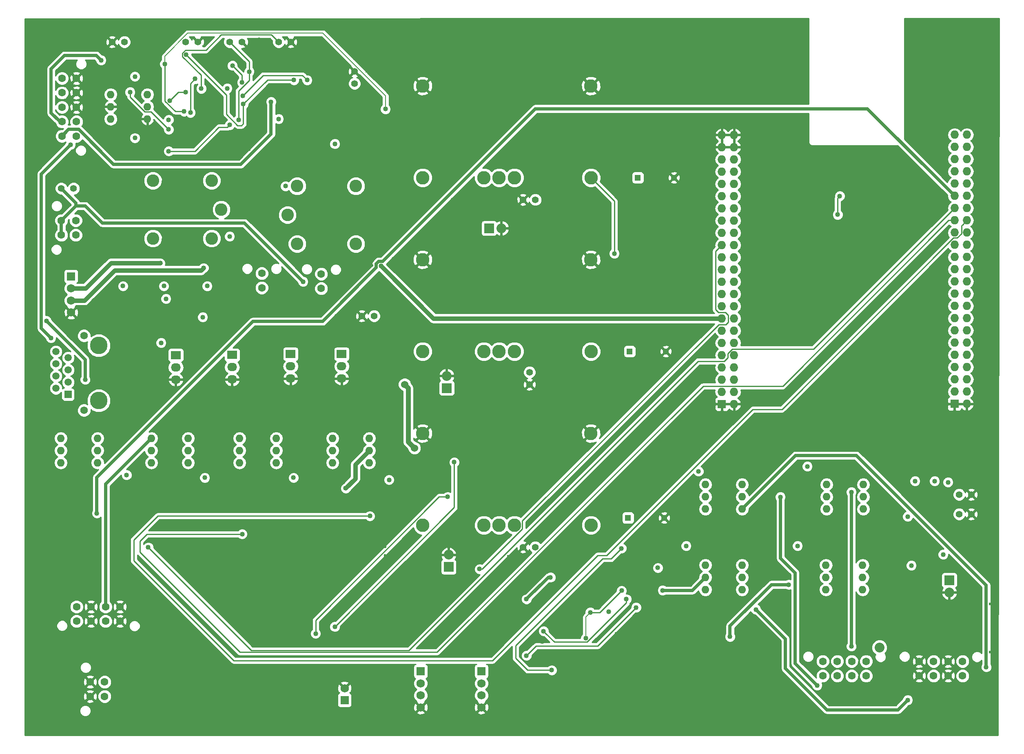
<source format=gbl>
G04 #@! TF.FileFunction,Copper,L4,Bot,Mixed*
%FSLAX46Y46*%
G04 Gerber Fmt 4.6, Leading zero omitted, Abs format (unit mm)*
G04 Created by KiCad (PCBNEW (2016-05-27 BZR 6836, Git 4441a4b)-product) date 09/15/16 15:21:32*
%MOMM*%
%LPD*%
G01*
G04 APERTURE LIST*
%ADD10C,0.150000*%
%ADD11C,0.600000*%
%ADD12R,1.300000X1.300000*%
%ADD13C,1.300000*%
%ADD14C,2.600000*%
%ADD15O,1.600000X1.600000*%
%ADD16R,2.032000X2.032000*%
%ADD17O,2.032000X2.032000*%
%ADD18C,1.400000*%
%ADD19R,1.727200X1.727200*%
%ADD20O,1.727200X1.727200*%
%ADD21R,2.032000X1.727200*%
%ADD22O,2.032000X1.727200*%
%ADD23C,1.600000*%
%ADD24C,2.794000*%
%ADD25C,1.574800*%
%ADD26C,3.649980*%
%ADD27R,1.501140X1.501140*%
%ADD28C,1.501140*%
%ADD29R,1.750000X1.750000*%
%ADD30C,1.750000*%
%ADD31C,1.016000*%
%ADD32C,1.397000*%
%ADD33C,1.524000*%
%ADD34C,2.032000*%
%ADD35C,1.016000*%
%ADD36C,0.635000*%
%ADD37C,0.889000*%
%ADD38C,0.254000*%
%ADD39C,0.203200*%
G04 APERTURE END LIST*
D10*
D11*
X142500000Y-113900000D03*
X214600000Y-166300000D03*
X214000000Y-163500000D03*
X216100000Y-162100000D03*
X214700000Y-90200000D03*
X211700000Y-90200000D03*
X214200000Y-126600000D03*
X211600000Y-126200000D03*
X208100000Y-95100000D03*
X213100000Y-90500000D03*
X211100000Y-124900000D03*
X183250000Y-117750000D03*
X263000000Y-109000000D03*
X102500000Y-146000000D03*
X109750000Y-160250000D03*
X168000000Y-188250000D03*
X182250000Y-168250000D03*
X168250000Y-176750000D03*
X184750000Y-84500000D03*
X167500000Y-73250000D03*
X166750000Y-98750000D03*
X168500000Y-90750000D03*
X145750000Y-93500000D03*
X142000000Y-87250000D03*
X111500000Y-93750000D03*
X111000000Y-81000000D03*
X227500000Y-105250000D03*
X220500000Y-104500000D03*
X230750000Y-135000000D03*
X251000000Y-137000000D03*
X249000000Y-174750000D03*
X215646000Y-61468000D03*
X208534000Y-61468000D03*
X208280000Y-101600000D03*
X214630000Y-96012000D03*
X203500000Y-98000000D03*
X210058000Y-131318000D03*
X214122000Y-131318000D03*
X214630000Y-136398000D03*
X210058000Y-135890000D03*
X212090000Y-130302000D03*
X211000000Y-137160000D03*
X227838000Y-78740000D03*
X227838000Y-82042000D03*
X229362000Y-77724000D03*
X227076000Y-80518000D03*
X229362000Y-83058000D03*
X213000000Y-126600000D03*
X244856000Y-154686000D03*
D12*
X220162000Y-116572000D03*
D13*
X227662000Y-116572000D03*
D11*
X100250000Y-195500000D03*
X110250000Y-195500000D03*
X120250000Y-195500000D03*
X130250000Y-195500000D03*
X140250000Y-195500000D03*
X150250000Y-195500000D03*
X160250000Y-195500000D03*
X170250000Y-195500000D03*
X180250000Y-195500000D03*
X190250000Y-195500000D03*
X200250000Y-195500000D03*
X210250000Y-195500000D03*
X220250000Y-195500000D03*
X230250000Y-195500000D03*
X240250000Y-195500000D03*
X250250000Y-195500000D03*
X260250000Y-195500000D03*
X270250000Y-195500000D03*
X280250000Y-195500000D03*
X290250000Y-195500000D03*
X295000000Y-189000000D03*
X295000000Y-179000000D03*
X295000000Y-169000000D03*
X295000000Y-159000000D03*
X295000000Y-149000000D03*
X295000000Y-139000000D03*
X295000000Y-129000000D03*
X295000000Y-119000000D03*
X295000000Y-109000000D03*
X295000000Y-99000000D03*
X295000000Y-89000000D03*
X295000000Y-79000000D03*
X295000000Y-69000000D03*
X295000000Y-59000000D03*
X287500000Y-49000000D03*
X280500000Y-50750000D03*
X278000000Y-58250000D03*
X278000000Y-68250000D03*
X275500000Y-75750000D03*
X265500000Y-75750000D03*
X255500000Y-75750000D03*
X255500000Y-68250000D03*
X255500000Y-58250000D03*
X253000000Y-48250000D03*
X243000000Y-48250000D03*
X233000000Y-48250000D03*
X223000000Y-48250000D03*
X213000000Y-48250000D03*
X213000000Y-48250000D03*
X203250000Y-48250000D03*
X193500000Y-48250000D03*
X183750000Y-48250000D03*
X174000000Y-48250000D03*
X164250000Y-48250000D03*
X154500000Y-48250000D03*
X144750000Y-48250000D03*
X135000000Y-48250000D03*
X125250000Y-48250000D03*
X115500000Y-48250000D03*
X105500000Y-48250000D03*
X95500000Y-49500000D03*
X95500000Y-59500000D03*
X95500000Y-69750000D03*
X95500000Y-79750000D03*
X95500000Y-90000000D03*
X95500000Y-101250000D03*
X95500000Y-111250000D03*
X95500000Y-121250000D03*
X95500000Y-131500000D03*
X95500000Y-141750000D03*
X95500000Y-152000000D03*
X95500000Y-162250000D03*
X95500000Y-172250000D03*
X95500000Y-184250000D03*
X146700000Y-108400000D03*
X153900000Y-113300000D03*
X230500000Y-192800000D03*
X285400000Y-190000000D03*
X284900000Y-174200000D03*
X233800000Y-174700000D03*
X252900000Y-189800000D03*
X192300000Y-169000000D03*
X192000000Y-174500000D03*
X202000000Y-188800000D03*
X120900000Y-145100000D03*
X100300000Y-163700000D03*
X116600000Y-121700000D03*
X124500000Y-175250000D03*
X121900000Y-168500000D03*
X132750000Y-192000000D03*
X144700000Y-161800000D03*
X137400000Y-164000000D03*
X132000000Y-176000000D03*
X144000000Y-177000000D03*
X195900000Y-102200000D03*
X203600000Y-111900000D03*
X187500000Y-108400000D03*
X189700000Y-128500000D03*
X200200000Y-141100000D03*
X190900000Y-140800000D03*
X199300000Y-132800000D03*
X289800000Y-62400000D03*
X290400000Y-53300000D03*
X283200000Y-59400000D03*
X270900000Y-119400000D03*
X277200000Y-111900000D03*
X255600000Y-99200000D03*
X266500000Y-97600000D03*
X254800000Y-89500000D03*
X248300000Y-60900000D03*
X239000000Y-53600000D03*
X225500000Y-57000000D03*
X206600000Y-53100000D03*
X190500000Y-56200000D03*
X182900000Y-72000000D03*
X203200000Y-74200000D03*
X203200000Y-90900000D03*
X215200000Y-88900000D03*
X157400000Y-76500000D03*
X153300000Y-76500000D03*
X155200000Y-78600000D03*
X111200000Y-58100000D03*
X108900000Y-68200000D03*
X109900000Y-64500000D03*
X109000000Y-60000000D03*
X114500000Y-66000000D03*
X117800000Y-68400000D03*
X125600000Y-71700000D03*
X129100000Y-72300000D03*
X134000000Y-65000000D03*
X136400000Y-57400000D03*
X132800000Y-57700000D03*
X134400000Y-54100000D03*
X152000000Y-52300000D03*
X149900000Y-54400000D03*
X165600000Y-58400000D03*
X163100000Y-55800000D03*
X161100000Y-58400000D03*
X156000000Y-59200000D03*
X156000000Y-56900000D03*
X156000000Y-58000000D03*
X157200000Y-63300000D03*
X157000000Y-69800000D03*
X153500000Y-69800000D03*
X151500000Y-71400000D03*
X149300000Y-71400000D03*
X150400000Y-71400000D03*
X141600000Y-77400000D03*
X142600000Y-78200000D03*
X139900000Y-74700000D03*
X141200000Y-74700000D03*
X139500000Y-73600000D03*
X135200000Y-75300000D03*
X136200000Y-75300000D03*
X133700000Y-75600000D03*
X132700000Y-75600000D03*
X137200000Y-75300000D03*
X131700000Y-75600000D03*
X137200000Y-108500000D03*
X128400000Y-108500000D03*
X126000000Y-110400000D03*
X120400000Y-108500000D03*
X117800000Y-110400000D03*
X115200000Y-108500000D03*
X104300000Y-111000000D03*
X106900000Y-110400000D03*
X107300000Y-108500000D03*
X140200000Y-121500000D03*
X128600000Y-121400000D03*
X108400000Y-165900000D03*
X108400000Y-176200000D03*
X116100000Y-174000000D03*
X116100000Y-168000000D03*
X114400000Y-165900000D03*
X114400000Y-176200000D03*
X110900000Y-191100000D03*
X110900000Y-182100000D03*
X104600000Y-188200000D03*
X104600000Y-185200000D03*
X242000000Y-181600000D03*
X242000000Y-188400000D03*
X232000000Y-188400000D03*
X232000000Y-181600000D03*
X222100000Y-181600000D03*
X222100000Y-188400000D03*
X212100000Y-188400000D03*
X212100000Y-181600000D03*
X291500000Y-130600000D03*
X288900000Y-130600000D03*
X286200000Y-130600000D03*
X284400000Y-128900000D03*
X284900000Y-130100000D03*
X290100000Y-130600000D03*
X287600000Y-130600000D03*
X284400000Y-127500000D03*
X244600000Y-127500000D03*
X240700000Y-130200000D03*
X241900000Y-130200000D03*
X239300000Y-130200000D03*
X237900000Y-130200000D03*
X236600000Y-129100000D03*
X236600000Y-126000000D03*
X236600000Y-127500000D03*
X226478000Y-117900000D03*
X226478000Y-115300000D03*
X225878000Y-116600000D03*
X227678000Y-114600000D03*
X228000000Y-97600000D03*
X229100000Y-96700000D03*
X229100000Y-95500000D03*
X211100000Y-88900000D03*
X198100000Y-86900000D03*
X195000000Y-83300000D03*
X195000000Y-86900000D03*
X193500000Y-93700000D03*
X193500000Y-88400000D03*
X196100000Y-91000000D03*
X171100000Y-77000000D03*
X169000000Y-79000000D03*
X169000000Y-80900000D03*
X169000000Y-82000000D03*
X169000000Y-83100000D03*
X170600000Y-84400000D03*
X171000000Y-109750000D03*
X169500000Y-112000000D03*
X169500000Y-113500000D03*
X169500000Y-115000000D03*
X169500000Y-116500000D03*
X169500000Y-118100000D03*
X169500000Y-119600000D03*
X169500000Y-122400000D03*
X169500000Y-121100000D03*
X169400000Y-158900000D03*
X169400000Y-155700000D03*
X169400000Y-152600000D03*
X169400000Y-149500000D03*
X169400000Y-146700000D03*
X169400000Y-148100000D03*
X169400000Y-151100000D03*
X169400000Y-154200000D03*
X169400000Y-157200000D03*
X185000000Y-156500000D03*
X180750000Y-156000000D03*
X182600000Y-155900000D03*
X195000000Y-155200000D03*
X195000000Y-159100000D03*
X195000000Y-159100000D03*
X274400000Y-152900000D03*
X276400000Y-154800000D03*
X273100000Y-146200000D03*
X275100000Y-148200000D03*
X275100000Y-151000000D03*
X293300000Y-146300000D03*
X293200000Y-150400000D03*
X289200000Y-166600000D03*
X284100000Y-166600000D03*
X273100000Y-162800000D03*
X275300000Y-165000000D03*
X275300000Y-167700000D03*
X257600000Y-168400000D03*
X257600000Y-171800000D03*
X259000000Y-167000000D03*
X259000000Y-170000000D03*
X257750000Y-155250000D03*
X259000000Y-153250000D03*
X259000000Y-150250000D03*
X250000000Y-148250000D03*
X250000000Y-151000000D03*
X234250000Y-150250000D03*
X232500000Y-155250000D03*
X227330000Y-153416000D03*
X225044000Y-151130000D03*
X227330000Y-148844000D03*
X216400000Y-160800000D03*
X218300000Y-159200000D03*
D14*
X135417500Y-87122000D03*
X133417500Y-93122000D03*
X121217500Y-93122000D03*
X121217500Y-81122000D03*
X133417500Y-81122000D03*
D15*
X112458500Y-63246000D03*
X112458500Y-65786000D03*
X112458500Y-68326000D03*
X120078500Y-68326000D03*
X120078500Y-65786000D03*
X120078500Y-63246000D03*
X235894000Y-144208000D03*
X235894000Y-146748000D03*
X235894000Y-149288000D03*
X243514000Y-149288000D03*
X243514000Y-146748000D03*
X243514000Y-144208000D03*
D16*
X286512000Y-164084000D03*
D17*
X286512000Y-166624000D03*
D15*
X235894000Y-160958000D03*
X235894000Y-163498000D03*
X235894000Y-166038000D03*
X243514000Y-166038000D03*
X243514000Y-163498000D03*
X243514000Y-160958000D03*
X261024000Y-144208000D03*
X261024000Y-146748000D03*
X261024000Y-149288000D03*
X268644000Y-149288000D03*
X268644000Y-146748000D03*
X268644000Y-144208000D03*
X260894000Y-160958000D03*
X260894000Y-163498000D03*
X260894000Y-166038000D03*
X268514000Y-166038000D03*
X268514000Y-163498000D03*
X268514000Y-160958000D03*
D18*
X198064000Y-85076000D03*
X200604000Y-85076000D03*
X199400000Y-123440000D03*
X199400000Y-120900000D03*
X198064000Y-157212000D03*
X200604000Y-157212000D03*
X288544000Y-146304000D03*
X291084000Y-146304000D03*
X288544000Y-150368000D03*
X291084000Y-150368000D03*
X102210000Y-82750000D03*
X104750000Y-82750000D03*
X115316000Y-52324000D03*
X112776000Y-52324000D03*
X128016000Y-52324000D03*
X130556000Y-52324000D03*
X147320000Y-52324000D03*
X149860000Y-52324000D03*
X163068000Y-60960000D03*
X163068000Y-58420000D03*
X137160000Y-52324000D03*
X139700000Y-52324000D03*
X167132000Y-109220000D03*
X164592000Y-109220000D03*
D19*
X287596986Y-127474721D03*
D20*
X290136986Y-127474721D03*
X287596986Y-124934721D03*
X290136986Y-124934721D03*
X287596986Y-122394721D03*
X290136986Y-122394721D03*
X287596986Y-119854721D03*
X290136986Y-119854721D03*
X287596986Y-117314721D03*
X290136986Y-117314721D03*
X287596986Y-114774721D03*
X290136986Y-114774721D03*
X287596986Y-112234721D03*
X290136986Y-112234721D03*
X287596986Y-109694721D03*
X290136986Y-109694721D03*
X287596986Y-107154721D03*
X290136986Y-107154721D03*
X287596986Y-104614721D03*
X290136986Y-104614721D03*
X287596986Y-102074721D03*
X290136986Y-102074721D03*
X287596986Y-99534721D03*
X290136986Y-99534721D03*
X287596986Y-96994721D03*
X290136986Y-96994721D03*
X287596986Y-94454721D03*
X290136986Y-94454721D03*
X287596986Y-91914721D03*
X290136986Y-91914721D03*
X287596986Y-89374721D03*
X290136986Y-89374721D03*
X287596986Y-86834721D03*
X290136986Y-86834721D03*
X287596986Y-84294721D03*
X290136986Y-84294721D03*
X287596986Y-81754721D03*
X290136986Y-81754721D03*
X287596986Y-79214721D03*
X290136986Y-79214721D03*
X287596986Y-76674721D03*
X290136986Y-76674721D03*
X287596986Y-74134721D03*
X290136986Y-74134721D03*
X287596986Y-71594721D03*
X290136986Y-71594721D03*
D19*
X239306986Y-127514722D03*
D20*
X241846986Y-127514722D03*
X239306986Y-124974722D03*
X241846986Y-124974722D03*
X239306986Y-122434722D03*
X241846986Y-122434722D03*
X239306986Y-119894722D03*
X241846986Y-119894722D03*
X239306986Y-117354722D03*
X241846986Y-117354722D03*
X239306986Y-114814722D03*
X241846986Y-114814722D03*
X239306986Y-112274722D03*
X241846986Y-112274722D03*
X239306986Y-109734722D03*
X241846986Y-109734722D03*
X239306986Y-107194722D03*
X241846986Y-107194722D03*
X239306986Y-104654722D03*
X241846986Y-104654722D03*
X239306986Y-102114722D03*
X241846986Y-102114722D03*
X239306986Y-99574722D03*
X241846986Y-99574722D03*
X239306986Y-97034722D03*
X241846986Y-97034722D03*
X239306986Y-94494722D03*
X241846986Y-94494722D03*
X239306986Y-91954722D03*
X241846986Y-91954722D03*
X239306986Y-89414722D03*
X241846986Y-89414722D03*
X239306986Y-86874722D03*
X241846986Y-86874722D03*
X239306986Y-84334722D03*
X241846986Y-84334722D03*
X239306986Y-81794722D03*
X241846986Y-81794722D03*
X239306986Y-79254722D03*
X241846986Y-79254722D03*
X239306986Y-76714722D03*
X241846986Y-76714722D03*
X239306986Y-74174722D03*
X241846986Y-74174722D03*
X239306986Y-71634722D03*
X241846986Y-71634722D03*
D15*
X109728000Y-139700000D03*
X109728000Y-137160000D03*
X109728000Y-134620000D03*
X102108000Y-134620000D03*
X102108000Y-137160000D03*
X102108000Y-139700000D03*
X128524000Y-139700000D03*
X128524000Y-137160000D03*
X128524000Y-134620000D03*
X120904000Y-134620000D03*
X120904000Y-137160000D03*
X120904000Y-139700000D03*
X146812000Y-139700000D03*
X146812000Y-137160000D03*
X146812000Y-134620000D03*
X139192000Y-134620000D03*
X139192000Y-137160000D03*
X139192000Y-139700000D03*
X166116000Y-139700000D03*
X166116000Y-137160000D03*
X166116000Y-134620000D03*
X158496000Y-134620000D03*
X158496000Y-137160000D03*
X158496000Y-139700000D03*
D21*
X125984000Y-117348000D03*
D22*
X125984000Y-119888000D03*
X125984000Y-122428000D03*
D21*
X137668000Y-117320000D03*
D22*
X137668000Y-119860000D03*
X137668000Y-122400000D03*
D21*
X149800000Y-117120000D03*
D22*
X149800000Y-119660000D03*
X149800000Y-122200000D03*
D21*
X160400000Y-117120000D03*
D22*
X160400000Y-119660000D03*
X160400000Y-122200000D03*
D23*
X102362000Y-71882000D03*
X102362000Y-68882000D03*
X102362000Y-65882000D03*
X102362000Y-62882000D03*
X102362000Y-59882000D03*
X105362000Y-71882000D03*
X105362000Y-68882000D03*
X105362000Y-65882000D03*
X105362000Y-62882000D03*
X105362000Y-59882000D03*
D24*
X193085600Y-80504000D03*
X189910600Y-80516700D03*
X196260600Y-80504000D03*
X177210600Y-80504000D03*
X212148300Y-80504000D03*
X177210600Y-61454000D03*
X212135600Y-61454000D03*
X193085600Y-116572000D03*
X189910600Y-116584700D03*
X196260600Y-116572000D03*
X177210600Y-116572000D03*
X212148300Y-116572000D03*
X177210600Y-97522000D03*
X212135600Y-97522000D03*
X193085600Y-152640000D03*
X189910600Y-152652700D03*
X196260600Y-152640000D03*
X177210600Y-152640000D03*
X212148300Y-152640000D03*
X177210600Y-133590000D03*
X212135600Y-133590000D03*
D12*
X221862000Y-80504000D03*
D13*
X229362000Y-80504000D03*
D12*
X219830000Y-151130000D03*
D13*
X227330000Y-151130000D03*
D25*
X106934000Y-128816100D03*
D26*
X109982000Y-115354100D03*
X109982000Y-126784100D03*
D27*
X103632000Y-125514100D03*
D28*
X101092000Y-124244100D03*
X103632000Y-122974100D03*
X101092000Y-121704100D03*
X103632000Y-120434100D03*
X101092000Y-119164100D03*
X103632000Y-117894100D03*
X101092000Y-116624100D03*
D25*
X106934000Y-113322100D03*
D23*
X111200000Y-185200000D03*
X111200000Y-188200000D03*
X108200000Y-185200000D03*
X108200000Y-188200000D03*
D29*
X161000000Y-189000000D03*
D30*
X161000000Y-186500000D03*
D16*
X191000000Y-91000000D03*
D17*
X193540000Y-91000000D03*
D16*
X182200000Y-124200000D03*
D17*
X182200000Y-121660000D03*
D16*
X182600000Y-161340000D03*
D17*
X182600000Y-158800000D03*
D29*
X189400000Y-183000000D03*
D30*
X189400000Y-185500000D03*
X189400000Y-188000000D03*
X189400000Y-190500000D03*
D29*
X176800000Y-183000000D03*
D30*
X176800000Y-185500000D03*
X176800000Y-188000000D03*
X176800000Y-190500000D03*
D23*
X105219500Y-89408000D03*
X105219500Y-92408000D03*
X102219500Y-89408000D03*
X102219500Y-92408000D03*
X143827500Y-103378000D03*
X143827500Y-100378000D03*
X156146500Y-103505000D03*
X156146500Y-100505000D03*
D29*
X104250000Y-101000000D03*
D30*
X104250000Y-103500000D03*
X104250000Y-106000000D03*
X104250000Y-108500000D03*
D23*
X269244000Y-183928000D03*
X266244000Y-183928000D03*
X263244000Y-183928000D03*
X260244000Y-183928000D03*
X269244000Y-180928000D03*
X266244000Y-180928000D03*
X263244000Y-180928000D03*
X260244000Y-180928000D03*
X289244000Y-183928000D03*
X286244000Y-183928000D03*
X283244000Y-183928000D03*
X280244000Y-183928000D03*
X289244000Y-180928000D03*
X286244000Y-180928000D03*
X283244000Y-180928000D03*
X280244000Y-180928000D03*
X105400000Y-169600000D03*
X108400000Y-169600000D03*
X111400000Y-169600000D03*
X114400000Y-169600000D03*
X105400000Y-172600000D03*
X108400000Y-172600000D03*
X111400000Y-172600000D03*
X114400000Y-172600000D03*
D14*
X149150000Y-88250000D03*
X151150000Y-82250000D03*
X163350000Y-82250000D03*
X163350000Y-94250000D03*
X151150000Y-94250000D03*
D11*
X217800000Y-160500000D03*
D31*
X131572000Y-109474000D03*
X123952000Y-105664000D03*
X238760000Y-157226000D03*
X204611799Y-171845799D03*
X124500000Y-67000000D03*
X217500000Y-175250000D03*
X132750000Y-56250000D03*
X138000000Y-61250000D03*
X155250000Y-71250000D03*
X197309334Y-159463334D03*
X202000000Y-176800000D03*
X163200000Y-122200000D03*
X152600000Y-122200000D03*
X106240590Y-147819320D03*
X124947349Y-148061349D03*
X133000000Y-69500000D03*
X127000000Y-153416000D03*
X104394000Y-158496000D03*
X283210000Y-156718000D03*
X258826000Y-165608000D03*
X249936000Y-167386000D03*
X134112000Y-110490000D03*
X123698000Y-109220000D03*
X113030000Y-60452000D03*
D32*
X143256000Y-52070000D03*
D33*
X173482000Y-123444000D03*
X175514000Y-136652000D03*
D31*
X170250000Y-143250000D03*
X234450364Y-141486364D03*
X115750000Y-142250000D03*
X286250000Y-143750000D03*
X117500000Y-59500000D03*
X226000000Y-161500000D03*
X150400000Y-142800000D03*
X132000000Y-142800000D03*
X148750000Y-82250000D03*
X159000000Y-73500000D03*
X117500000Y-72250000D03*
X132500000Y-103000000D03*
X123500000Y-103000000D03*
X115000000Y-103000000D03*
X255016000Y-156972000D03*
X231902000Y-156972000D03*
X257048000Y-140462000D03*
X278638000Y-161036000D03*
X285242000Y-158750000D03*
X277876000Y-150876000D03*
X279400000Y-143510000D03*
X283464000Y-143510000D03*
X136652000Y-61976000D03*
X122936000Y-114808000D03*
X137160000Y-92710000D03*
X147320000Y-68326000D03*
X266192000Y-145796000D03*
X266192000Y-177800000D03*
X251460000Y-146812000D03*
X259080000Y-185928000D03*
X152400000Y-102108000D03*
X215802884Y-170637430D03*
D34*
X272034000Y-178054000D03*
D31*
X145750000Y-64750000D03*
X124500000Y-68500000D03*
X110490000Y-56134000D03*
X168540273Y-98819949D03*
X99109235Y-110236000D03*
X107188000Y-122428000D03*
X100076000Y-113792000D03*
X104140000Y-73660000D03*
X124500000Y-70500000D03*
X116500000Y-62750000D03*
X218468364Y-157468364D03*
X217000000Y-96250000D03*
X204000000Y-182750000D03*
X203750000Y-163500000D03*
X198750000Y-168000000D03*
X139000000Y-68500000D03*
X141224000Y-58485929D03*
X263761433Y-84309590D03*
X263330383Y-88169607D03*
X294174660Y-182125079D03*
X277876000Y-188976000D03*
X246380000Y-170180000D03*
X183763241Y-139566892D03*
X159000000Y-173750000D03*
X182410218Y-146783018D03*
X154992673Y-175177064D03*
X139720157Y-60720157D03*
X137750000Y-57250000D03*
X130000000Y-60000000D03*
X129000000Y-67000000D03*
X127707390Y-66751200D03*
X169500000Y-66250000D03*
X123698000Y-56896000D03*
X139750000Y-154500000D03*
X166250000Y-150750000D03*
X120250000Y-157250000D03*
X109600000Y-150200000D03*
X198750000Y-179750000D03*
X221500000Y-169750000D03*
X202297110Y-174664054D03*
X219500000Y-168000000D03*
X189000000Y-161750000D03*
X122750000Y-98250000D03*
X131750000Y-99250000D03*
X137159744Y-69570361D03*
X124500000Y-75000000D03*
X227000000Y-166200000D03*
X253200000Y-165000000D03*
X241000000Y-175800000D03*
X161250000Y-145000000D03*
X211053392Y-176152395D03*
X218500000Y-166250000D03*
X212000000Y-170750000D03*
X131250000Y-62000000D03*
X124720157Y-64529843D03*
X128000000Y-62750000D03*
X128127013Y-54992441D03*
X150500000Y-60250000D03*
X140000000Y-65250000D03*
X139849310Y-63500000D03*
X153250000Y-60250000D03*
D35*
X174244000Y-124206000D02*
X173482000Y-123444000D01*
X174244000Y-135382000D02*
X174244000Y-124206000D01*
X175514000Y-136652000D02*
X174244000Y-135382000D01*
D36*
X266192000Y-177800000D02*
X266192000Y-145796000D01*
X251460000Y-159512000D02*
X251460000Y-146812000D01*
X254508000Y-162560000D02*
X251460000Y-159512000D01*
X254508000Y-181356000D02*
X254508000Y-162560000D01*
X259080000Y-185928000D02*
X254508000Y-181356000D01*
X105267500Y-86360000D02*
X105267500Y-85807500D01*
X105267500Y-85807500D02*
X102210000Y-82750000D01*
X102219500Y-89408000D02*
X102219500Y-92408000D01*
X105267500Y-86360000D02*
X102219500Y-89408000D01*
X107188000Y-86360000D02*
X105267500Y-86360000D01*
X110744000Y-89916000D02*
X107188000Y-86360000D01*
X140208000Y-89916000D02*
X110744000Y-89916000D01*
X152400000Y-102108000D02*
X140208000Y-89916000D01*
X145750000Y-64750000D02*
X145750000Y-71450480D01*
X105803066Y-70500000D02*
X103744000Y-70500000D01*
X103744000Y-70500000D02*
X102362000Y-71882000D01*
X145750000Y-71450480D02*
X139477606Y-77722874D01*
X139477606Y-77722874D02*
X113025940Y-77722874D01*
X113025940Y-77722874D02*
X105803066Y-70500000D01*
X102362000Y-68882000D02*
X101902000Y-68882000D01*
X101902000Y-68882000D02*
X100076000Y-67056000D01*
X100076000Y-67056000D02*
X100076000Y-57912000D01*
X100076000Y-57912000D02*
X102870000Y-55118000D01*
X102870000Y-55118000D02*
X109474000Y-55118000D01*
X109474000Y-55118000D02*
X110490000Y-56134000D01*
D37*
X239306986Y-109734722D02*
X179455046Y-109734722D01*
X169048272Y-99327948D02*
X168540273Y-98819949D01*
X179455046Y-109734722D02*
X169048272Y-99327948D01*
D36*
X99617234Y-110743999D02*
X99109235Y-110236000D01*
X107188000Y-118314765D02*
X99617234Y-110743999D01*
X107188000Y-122428000D02*
X107188000Y-118314765D01*
X100076000Y-113792000D02*
X98044000Y-111760000D01*
X98044000Y-111760000D02*
X98044000Y-79756000D01*
X98044000Y-79756000D02*
X104140000Y-73660000D01*
D38*
X116500000Y-62750000D02*
X116500000Y-63748626D01*
X116500000Y-63748626D02*
X119578675Y-66827301D01*
X119578675Y-66827301D02*
X120827301Y-66827301D01*
X120827301Y-66827301D02*
X124500000Y-70500000D01*
X204000000Y-182750000D02*
X199000000Y-182750000D01*
X199000000Y-182750000D02*
X196500000Y-180250000D01*
X196500000Y-177677920D02*
X214535818Y-159642102D01*
X196500000Y-180250000D02*
X196500000Y-177677920D01*
X214535818Y-159642102D02*
X216294626Y-159642102D01*
X217960365Y-157976363D02*
X218468364Y-157468364D01*
X216294626Y-159642102D02*
X217960365Y-157976363D01*
X217000000Y-96250000D02*
X217000000Y-85355700D01*
X217000000Y-85355700D02*
X212148300Y-80504000D01*
D36*
X198750000Y-168000000D02*
X203250000Y-163500000D01*
X203250000Y-163500000D02*
X203750000Y-163500000D01*
D38*
X139000000Y-62500000D02*
X139000000Y-68500000D01*
X141224000Y-60276000D02*
X139000000Y-62500000D01*
X141224000Y-58485929D02*
X141224000Y-60276000D01*
X141224000Y-56388000D02*
X141224000Y-57767509D01*
X137160000Y-52324000D02*
X141224000Y-56388000D01*
X141224000Y-57767509D02*
X141224000Y-58485929D01*
X263330383Y-88169607D02*
X263330383Y-84740640D01*
X263330383Y-84740640D02*
X263761433Y-84309590D01*
D36*
X294174660Y-181406659D02*
X294174660Y-182125079D01*
X267208000Y-138176000D02*
X294174660Y-165142660D01*
X294174660Y-165142660D02*
X294174660Y-181406659D01*
X243514000Y-149288000D02*
X254626000Y-138176000D01*
X254626000Y-138176000D02*
X267208000Y-138176000D01*
X277876000Y-188976000D02*
X275844000Y-191008000D01*
X275844000Y-191008000D02*
X261112000Y-191008000D01*
X261112000Y-191008000D02*
X252476000Y-182372000D01*
X252476000Y-182372000D02*
X252476000Y-176276000D01*
X252476000Y-176276000D02*
X246380000Y-170180000D01*
D38*
X183763241Y-148986759D02*
X183763241Y-140285312D01*
X159000000Y-173750000D02*
X183763241Y-148986759D01*
X183763241Y-140285312D02*
X183763241Y-139566892D01*
X181691798Y-146783018D02*
X182410218Y-146783018D01*
X180606187Y-146783018D02*
X181691798Y-146783018D01*
X154992673Y-172396532D02*
X180606187Y-146783018D01*
X154992673Y-175177064D02*
X154992673Y-172396532D01*
X139720157Y-59220157D02*
X139720157Y-60001737D01*
X139720157Y-60001737D02*
X139720157Y-60720157D01*
X137750000Y-57250000D02*
X139720157Y-59220157D01*
X129000000Y-67000000D02*
X129000000Y-61000000D01*
X129000000Y-61000000D02*
X130000000Y-60000000D01*
X126988970Y-66751200D02*
X127707390Y-66751200D01*
X123698000Y-64580370D02*
X125868830Y-66751200D01*
X123698000Y-56896000D02*
X123698000Y-64580370D01*
X125868830Y-66751200D02*
X126988970Y-66751200D01*
D39*
X156503534Y-50500000D02*
X128484466Y-50500000D01*
X128484466Y-50500000D02*
X123698000Y-55286466D01*
X123698000Y-56177580D02*
X123698000Y-56896000D01*
X123698000Y-55286466D02*
X123698000Y-56177580D01*
X169500000Y-66250000D02*
X169500000Y-63496466D01*
X169500000Y-63496466D02*
X156503534Y-50500000D01*
D38*
X287596986Y-89374721D02*
X286375672Y-89374721D01*
X286375672Y-89374721D02*
X251963872Y-123786521D01*
X120000000Y-154500000D02*
X139750000Y-154500000D01*
X251963872Y-123786521D02*
X235422605Y-123786521D01*
X235422605Y-123786521D02*
X180209126Y-179000000D01*
X180209126Y-179000000D02*
X139250000Y-179000000D01*
X139250000Y-179000000D02*
X118500000Y-158250000D01*
X118500000Y-158250000D02*
X118500000Y-156000000D01*
X118500000Y-156000000D02*
X120000000Y-154500000D01*
X166250000Y-150750000D02*
X122250000Y-150750000D01*
X122250000Y-150750000D02*
X117250000Y-155750000D01*
X117250000Y-160000000D02*
X138000000Y-180750000D01*
X251796830Y-128619623D02*
X287396831Y-93019622D01*
X117250000Y-155750000D02*
X117250000Y-160000000D01*
X138000000Y-180750000D02*
X191714611Y-180750000D01*
X289273387Y-90238320D02*
X290136986Y-89374721D01*
X191714611Y-180750000D02*
X213496597Y-158968014D01*
X213496597Y-158968014D02*
X215398088Y-158968014D01*
X215398088Y-158968014D02*
X245746479Y-128619623D01*
X289032085Y-92114876D02*
X289032085Y-90479622D01*
X245746479Y-128619623D02*
X251796830Y-128619623D01*
X288127339Y-93019622D02*
X289032085Y-92114876D01*
X287396831Y-93019622D02*
X288127339Y-93019622D01*
X289032085Y-90479622D02*
X289273387Y-90238320D01*
X287596986Y-86834721D02*
X258309412Y-116122295D01*
X258309412Y-116122295D02*
X241444159Y-116122295D01*
X241444159Y-116122295D02*
X240577702Y-116988752D01*
X239802838Y-118618074D02*
X234381926Y-118618074D01*
X240577702Y-116988752D02*
X240577702Y-117843210D01*
X240577702Y-117843210D02*
X239802838Y-118618074D01*
X234381926Y-118618074D02*
X174368311Y-178631689D01*
X174368311Y-178631689D02*
X141631689Y-178631689D01*
X141631689Y-178631689D02*
X120757999Y-157757999D01*
X120757999Y-157757999D02*
X120250000Y-157250000D01*
D36*
X269502265Y-66200000D02*
X286733387Y-83431122D01*
X200600000Y-66200000D02*
X269502265Y-66200000D01*
X286733387Y-83431122D02*
X287596986Y-84294721D01*
X168089167Y-97880147D02*
X168919853Y-97880147D01*
X168919853Y-97880147D02*
X200600000Y-66200000D01*
X167600471Y-99199529D02*
X167600471Y-98368843D01*
X167600471Y-98368843D02*
X168089167Y-97880147D01*
X141979357Y-110351801D02*
X156448199Y-110351801D01*
X109600000Y-142731158D02*
X141979357Y-110351801D01*
X109600000Y-150200000D02*
X109600000Y-142731158D01*
X156448199Y-110351801D02*
X167600471Y-99199529D01*
D38*
X213500000Y-177750000D02*
X200750000Y-177750000D01*
X200750000Y-177750000D02*
X198750000Y-179750000D01*
X221500000Y-169750000D02*
X213500000Y-177750000D01*
X204534753Y-176901697D02*
X202805109Y-175172053D01*
X219500000Y-168772585D02*
X211370888Y-176901697D01*
X202805109Y-175172053D02*
X202297110Y-174664054D01*
X211370888Y-176901697D02*
X204534753Y-176901697D01*
X219500000Y-168000000D02*
X219500000Y-168772585D01*
X239306986Y-94494722D02*
X238044978Y-95756730D01*
X238044978Y-95756730D02*
X238044978Y-107898166D01*
X238593434Y-108446622D02*
X240004147Y-108446622D01*
X238044978Y-107898166D02*
X238593434Y-108446622D01*
X240004147Y-108446622D02*
X240630625Y-109073100D01*
X240630625Y-109073100D02*
X240630625Y-110485525D01*
X197898901Y-153426385D02*
X189575286Y-161750000D01*
X240630625Y-110485525D02*
X240140834Y-110975316D01*
X240140834Y-110975316D02*
X238640940Y-110975316D01*
X238640940Y-110975316D02*
X197898901Y-151717355D01*
X197898901Y-151717355D02*
X197898901Y-153426385D01*
X189575286Y-161750000D02*
X189000000Y-161750000D01*
D37*
X122750000Y-98250000D02*
X112500000Y-98250000D01*
X107250000Y-103500000D02*
X104250000Y-103500000D01*
X112500000Y-98250000D02*
X107250000Y-103500000D01*
X104250000Y-106000000D02*
X107000000Y-106000000D01*
X131250000Y-99750000D02*
X131750000Y-99250000D01*
X113250000Y-99750000D02*
X131250000Y-99750000D01*
X107000000Y-106000000D02*
X113250000Y-99750000D01*
D36*
X111400000Y-169600000D02*
X111400000Y-144124000D01*
X111400000Y-144124000D02*
X120904000Y-134620000D01*
D38*
X124500000Y-75000000D02*
X129979080Y-75000000D01*
X129979080Y-75000000D02*
X134900720Y-70078360D01*
X134900720Y-70078360D02*
X136651745Y-70078360D01*
X136651745Y-70078360D02*
X137159744Y-69570361D01*
D36*
X227000000Y-166200000D02*
X233192000Y-166200000D01*
X233192000Y-166200000D02*
X235894000Y-163498000D01*
X241000000Y-173600000D02*
X249600000Y-165000000D01*
X249600000Y-165000000D02*
X253200000Y-165000000D01*
X241000000Y-175800000D02*
X241000000Y-173600000D01*
D37*
X163250000Y-143000000D02*
X163250000Y-140026000D01*
X163250000Y-140026000D02*
X166116000Y-137160000D01*
X161250000Y-145000000D02*
X163250000Y-143000000D01*
D39*
X211053392Y-175433975D02*
X211053392Y-176152395D01*
X211053392Y-171696608D02*
X211053392Y-175433975D01*
X212000000Y-170750000D02*
X211053392Y-171696608D01*
D38*
X218500000Y-166250000D02*
X214000000Y-170750000D01*
X214000000Y-170750000D02*
X212000000Y-170750000D01*
X146620001Y-51624001D02*
X147320000Y-52324000D01*
X135407089Y-50842911D02*
X145838911Y-50842911D01*
X128010486Y-54000000D02*
X132250000Y-54000000D01*
X127377711Y-54632775D02*
X128010486Y-54000000D01*
X145838911Y-50842911D02*
X146620001Y-51624001D01*
X127377711Y-55352107D02*
X127377711Y-54632775D01*
X132250000Y-54000000D02*
X135407089Y-50842911D01*
X131250000Y-59224396D02*
X127377711Y-55352107D01*
X131250000Y-62000000D02*
X131250000Y-59224396D01*
X125228156Y-64021844D02*
X124720157Y-64529843D01*
X128000000Y-62750000D02*
X126500000Y-62750000D01*
X126500000Y-62750000D02*
X125228156Y-64021844D01*
X140000000Y-65250000D02*
X140000000Y-69316841D01*
X136478004Y-67335786D02*
X136478004Y-63343432D01*
X140000000Y-69316841D02*
X139653028Y-69663813D01*
X139653028Y-69663813D02*
X138806031Y-69663813D01*
X138806031Y-69663813D02*
X136478004Y-67335786D01*
X136478004Y-63343432D02*
X128635012Y-55500440D01*
X128635012Y-55500440D02*
X128127013Y-54992441D01*
X140000000Y-65250000D02*
X145000000Y-60250000D01*
X145000000Y-60250000D02*
X150500000Y-60250000D01*
X152250000Y-59250000D02*
X144099310Y-59250000D01*
X140357309Y-62992001D02*
X139849310Y-63500000D01*
X153250000Y-60250000D02*
X152250000Y-59250000D01*
X144099310Y-59250000D02*
X140357309Y-62992001D01*
G36*
X257315000Y-65247500D02*
X200600000Y-65247500D01*
X200235494Y-65320005D01*
X200120844Y-65396612D01*
X199926481Y-65526480D01*
X168525315Y-96927647D01*
X168089167Y-96927647D01*
X167724661Y-97000152D01*
X167615530Y-97073071D01*
X167415648Y-97206627D01*
X166926952Y-97695324D01*
X166720476Y-98004337D01*
X166647971Y-98368843D01*
X166647971Y-98804991D01*
X156053661Y-109399301D01*
X141979357Y-109399301D01*
X141614851Y-109471806D01*
X141305838Y-109678282D01*
X111168019Y-139816101D01*
X111191113Y-139700000D01*
X111081880Y-139150849D01*
X110770811Y-138685302D01*
X110388725Y-138430000D01*
X110770811Y-138174698D01*
X111081880Y-137709151D01*
X111191113Y-137160000D01*
X111081880Y-136610849D01*
X110770811Y-136145302D01*
X110388725Y-135890000D01*
X110770811Y-135634698D01*
X111081880Y-135169151D01*
X111191113Y-134620000D01*
X111081880Y-134070849D01*
X110770811Y-133605302D01*
X110305264Y-133294233D01*
X109756113Y-133185000D01*
X109699887Y-133185000D01*
X109150736Y-133294233D01*
X108685189Y-133605302D01*
X108374120Y-134070849D01*
X108264887Y-134620000D01*
X108374120Y-135169151D01*
X108685189Y-135634698D01*
X109067275Y-135890000D01*
X108685189Y-136145302D01*
X108374120Y-136610849D01*
X108264887Y-137160000D01*
X108374120Y-137709151D01*
X108685189Y-138174698D01*
X109067275Y-138430000D01*
X108685189Y-138685302D01*
X108374120Y-139150849D01*
X108264887Y-139700000D01*
X108374120Y-140249151D01*
X108685189Y-140714698D01*
X109150736Y-141025767D01*
X109699887Y-141135000D01*
X109756113Y-141135000D01*
X109872214Y-141111906D01*
X108926481Y-142057639D01*
X108720005Y-142366652D01*
X108647500Y-142731158D01*
X108647500Y-149535802D01*
X108631577Y-149551697D01*
X108457199Y-149971646D01*
X108456802Y-150426359D01*
X108630446Y-150846612D01*
X108951697Y-151168423D01*
X109371646Y-151342801D01*
X109826359Y-151343198D01*
X110246612Y-151169554D01*
X110447500Y-150969016D01*
X110447500Y-168523212D01*
X110184176Y-168786077D01*
X109965250Y-169313309D01*
X109964752Y-169884187D01*
X110182757Y-170411800D01*
X110586077Y-170815824D01*
X111113309Y-171034750D01*
X111684187Y-171035248D01*
X112211800Y-170817243D01*
X112421663Y-170607745D01*
X113571861Y-170607745D01*
X113645995Y-170853864D01*
X114183223Y-171046965D01*
X114753454Y-171019778D01*
X115154005Y-170853864D01*
X115228139Y-170607745D01*
X114400000Y-169779605D01*
X113571861Y-170607745D01*
X112421663Y-170607745D01*
X112615824Y-170413923D01*
X112834750Y-169886691D01*
X112835189Y-169383223D01*
X112953035Y-169383223D01*
X112980222Y-169953454D01*
X113146136Y-170354005D01*
X113392255Y-170428139D01*
X114220395Y-169600000D01*
X114579605Y-169600000D01*
X115407745Y-170428139D01*
X115653864Y-170354005D01*
X115846965Y-169816777D01*
X115819778Y-169246546D01*
X115653864Y-168845995D01*
X115407745Y-168771861D01*
X114579605Y-169600000D01*
X114220395Y-169600000D01*
X113392255Y-168771861D01*
X113146136Y-168845995D01*
X112953035Y-169383223D01*
X112835189Y-169383223D01*
X112835248Y-169315813D01*
X112617243Y-168788200D01*
X112421640Y-168592255D01*
X113571861Y-168592255D01*
X114400000Y-169420395D01*
X115228139Y-168592255D01*
X115154005Y-168346136D01*
X114616777Y-168153035D01*
X114046546Y-168180222D01*
X113645995Y-168346136D01*
X113571861Y-168592255D01*
X112421640Y-168592255D01*
X112352500Y-168522995D01*
X112352500Y-145226359D01*
X160106802Y-145226359D01*
X160280446Y-145646612D01*
X160601697Y-145968423D01*
X161021646Y-146142801D01*
X161476359Y-146143198D01*
X161896612Y-145969554D01*
X162218423Y-145648303D01*
X162282390Y-145494254D01*
X164013322Y-143763322D01*
X164205064Y-143476359D01*
X169106802Y-143476359D01*
X169280446Y-143896612D01*
X169601697Y-144218423D01*
X170021646Y-144392801D01*
X170476359Y-144393198D01*
X170896612Y-144219554D01*
X171218423Y-143898303D01*
X171392801Y-143478354D01*
X171393198Y-143023641D01*
X171219554Y-142603388D01*
X170898303Y-142281577D01*
X170478354Y-142107199D01*
X170023641Y-142106802D01*
X169603388Y-142280446D01*
X169281577Y-142601697D01*
X169107199Y-143021646D01*
X169106802Y-143476359D01*
X164205064Y-143476359D01*
X164247328Y-143413107D01*
X164329500Y-143000000D01*
X164329500Y-140473144D01*
X164727507Y-140075137D01*
X164762120Y-140249151D01*
X165073189Y-140714698D01*
X165538736Y-141025767D01*
X166087887Y-141135000D01*
X166144113Y-141135000D01*
X166693264Y-141025767D01*
X167158811Y-140714698D01*
X167469880Y-140249151D01*
X167579113Y-139700000D01*
X167469880Y-139150849D01*
X167158811Y-138685302D01*
X166776725Y-138430000D01*
X167158811Y-138174698D01*
X167469880Y-137709151D01*
X167579113Y-137160000D01*
X167469880Y-136610849D01*
X167158811Y-136145302D01*
X166776725Y-135890000D01*
X167158811Y-135634698D01*
X167469880Y-135169151D01*
X167579113Y-134620000D01*
X167469880Y-134070849D01*
X167158811Y-133605302D01*
X166693264Y-133294233D01*
X166144113Y-133185000D01*
X166087887Y-133185000D01*
X165538736Y-133294233D01*
X165073189Y-133605302D01*
X164762120Y-134070849D01*
X164652887Y-134620000D01*
X164762120Y-135169151D01*
X165073189Y-135634698D01*
X165455275Y-135890000D01*
X165073189Y-136145302D01*
X164762120Y-136610849D01*
X164668662Y-137080694D01*
X162486678Y-139262678D01*
X162252672Y-139612893D01*
X162170500Y-140026000D01*
X162170500Y-142552856D01*
X160755945Y-143967411D01*
X160603388Y-144030446D01*
X160281577Y-144351697D01*
X160107199Y-144771646D01*
X160106802Y-145226359D01*
X112352500Y-145226359D01*
X112352500Y-144518538D01*
X114606987Y-142264051D01*
X114606802Y-142476359D01*
X114780446Y-142896612D01*
X115101697Y-143218423D01*
X115521646Y-143392801D01*
X115976359Y-143393198D01*
X116396612Y-143219554D01*
X116590143Y-143026359D01*
X130856802Y-143026359D01*
X131030446Y-143446612D01*
X131351697Y-143768423D01*
X131771646Y-143942801D01*
X132226359Y-143943198D01*
X132646612Y-143769554D01*
X132968423Y-143448303D01*
X133142801Y-143028354D01*
X133142802Y-143026359D01*
X149256802Y-143026359D01*
X149430446Y-143446612D01*
X149751697Y-143768423D01*
X150171646Y-143942801D01*
X150626359Y-143943198D01*
X151046612Y-143769554D01*
X151368423Y-143448303D01*
X151542801Y-143028354D01*
X151543198Y-142573641D01*
X151369554Y-142153388D01*
X151048303Y-141831577D01*
X150628354Y-141657199D01*
X150173641Y-141656802D01*
X149753388Y-141830446D01*
X149431577Y-142151697D01*
X149257199Y-142571646D01*
X149256802Y-143026359D01*
X133142802Y-143026359D01*
X133143198Y-142573641D01*
X132969554Y-142153388D01*
X132648303Y-141831577D01*
X132228354Y-141657199D01*
X131773641Y-141656802D01*
X131353388Y-141830446D01*
X131031577Y-142151697D01*
X130857199Y-142571646D01*
X130856802Y-143026359D01*
X116590143Y-143026359D01*
X116718423Y-142898303D01*
X116892801Y-142478354D01*
X116893198Y-142023641D01*
X116719554Y-141603388D01*
X116398303Y-141281577D01*
X115978354Y-141107199D01*
X115764026Y-141107012D01*
X119485708Y-137385330D01*
X119550120Y-137709151D01*
X119861189Y-138174698D01*
X120243275Y-138430000D01*
X119861189Y-138685302D01*
X119550120Y-139150849D01*
X119440887Y-139700000D01*
X119550120Y-140249151D01*
X119861189Y-140714698D01*
X120326736Y-141025767D01*
X120875887Y-141135000D01*
X120932113Y-141135000D01*
X121481264Y-141025767D01*
X121946811Y-140714698D01*
X122257880Y-140249151D01*
X122367113Y-139700000D01*
X122257880Y-139150849D01*
X121946811Y-138685302D01*
X121564725Y-138430000D01*
X121946811Y-138174698D01*
X122257880Y-137709151D01*
X122367113Y-137160000D01*
X122257880Y-136610849D01*
X121946811Y-136145302D01*
X121564725Y-135890000D01*
X121946811Y-135634698D01*
X122257880Y-135169151D01*
X122367113Y-134620000D01*
X127060887Y-134620000D01*
X127170120Y-135169151D01*
X127481189Y-135634698D01*
X127863275Y-135890000D01*
X127481189Y-136145302D01*
X127170120Y-136610849D01*
X127060887Y-137160000D01*
X127170120Y-137709151D01*
X127481189Y-138174698D01*
X127863275Y-138430000D01*
X127481189Y-138685302D01*
X127170120Y-139150849D01*
X127060887Y-139700000D01*
X127170120Y-140249151D01*
X127481189Y-140714698D01*
X127946736Y-141025767D01*
X128495887Y-141135000D01*
X128552113Y-141135000D01*
X129101264Y-141025767D01*
X129566811Y-140714698D01*
X129877880Y-140249151D01*
X129987113Y-139700000D01*
X129877880Y-139150849D01*
X129566811Y-138685302D01*
X129184725Y-138430000D01*
X129566811Y-138174698D01*
X129877880Y-137709151D01*
X129987113Y-137160000D01*
X129877880Y-136610849D01*
X129566811Y-136145302D01*
X129184725Y-135890000D01*
X129566811Y-135634698D01*
X129877880Y-135169151D01*
X129987113Y-134620000D01*
X137728887Y-134620000D01*
X137838120Y-135169151D01*
X138149189Y-135634698D01*
X138531275Y-135890000D01*
X138149189Y-136145302D01*
X137838120Y-136610849D01*
X137728887Y-137160000D01*
X137838120Y-137709151D01*
X138149189Y-138174698D01*
X138531275Y-138430000D01*
X138149189Y-138685302D01*
X137838120Y-139150849D01*
X137728887Y-139700000D01*
X137838120Y-140249151D01*
X138149189Y-140714698D01*
X138614736Y-141025767D01*
X139163887Y-141135000D01*
X139220113Y-141135000D01*
X139769264Y-141025767D01*
X140234811Y-140714698D01*
X140545880Y-140249151D01*
X140655113Y-139700000D01*
X140545880Y-139150849D01*
X140234811Y-138685302D01*
X139852725Y-138430000D01*
X140234811Y-138174698D01*
X140545880Y-137709151D01*
X140655113Y-137160000D01*
X140545880Y-136610849D01*
X140234811Y-136145302D01*
X139852725Y-135890000D01*
X140234811Y-135634698D01*
X140545880Y-135169151D01*
X140655113Y-134620000D01*
X145348887Y-134620000D01*
X145458120Y-135169151D01*
X145769189Y-135634698D01*
X146151275Y-135890000D01*
X145769189Y-136145302D01*
X145458120Y-136610849D01*
X145348887Y-137160000D01*
X145458120Y-137709151D01*
X145769189Y-138174698D01*
X146151275Y-138430000D01*
X145769189Y-138685302D01*
X145458120Y-139150849D01*
X145348887Y-139700000D01*
X145458120Y-140249151D01*
X145769189Y-140714698D01*
X146234736Y-141025767D01*
X146783887Y-141135000D01*
X146840113Y-141135000D01*
X147389264Y-141025767D01*
X147854811Y-140714698D01*
X148165880Y-140249151D01*
X148275113Y-139700000D01*
X148165880Y-139150849D01*
X147854811Y-138685302D01*
X147472725Y-138430000D01*
X147854811Y-138174698D01*
X148165880Y-137709151D01*
X148275113Y-137160000D01*
X148165880Y-136610849D01*
X147854811Y-136145302D01*
X147472725Y-135890000D01*
X147854811Y-135634698D01*
X148165880Y-135169151D01*
X148275113Y-134620000D01*
X157032887Y-134620000D01*
X157142120Y-135169151D01*
X157453189Y-135634698D01*
X157835275Y-135890000D01*
X157453189Y-136145302D01*
X157142120Y-136610849D01*
X157032887Y-137160000D01*
X157142120Y-137709151D01*
X157453189Y-138174698D01*
X157835275Y-138430000D01*
X157453189Y-138685302D01*
X157142120Y-139150849D01*
X157032887Y-139700000D01*
X157142120Y-140249151D01*
X157453189Y-140714698D01*
X157918736Y-141025767D01*
X158467887Y-141135000D01*
X158524113Y-141135000D01*
X159073264Y-141025767D01*
X159538811Y-140714698D01*
X159849880Y-140249151D01*
X159959113Y-139700000D01*
X159849880Y-139150849D01*
X159538811Y-138685302D01*
X159156725Y-138430000D01*
X159538811Y-138174698D01*
X159849880Y-137709151D01*
X159959113Y-137160000D01*
X159849880Y-136610849D01*
X159538811Y-136145302D01*
X159156725Y-135890000D01*
X159538811Y-135634698D01*
X159849880Y-135169151D01*
X159959113Y-134620000D01*
X159849880Y-134070849D01*
X159538811Y-133605302D01*
X159073264Y-133294233D01*
X158524113Y-133185000D01*
X158467887Y-133185000D01*
X157918736Y-133294233D01*
X157453189Y-133605302D01*
X157142120Y-134070849D01*
X157032887Y-134620000D01*
X148275113Y-134620000D01*
X148165880Y-134070849D01*
X147854811Y-133605302D01*
X147389264Y-133294233D01*
X146840113Y-133185000D01*
X146783887Y-133185000D01*
X146234736Y-133294233D01*
X145769189Y-133605302D01*
X145458120Y-134070849D01*
X145348887Y-134620000D01*
X140655113Y-134620000D01*
X140545880Y-134070849D01*
X140234811Y-133605302D01*
X139769264Y-133294233D01*
X139220113Y-133185000D01*
X139163887Y-133185000D01*
X138614736Y-133294233D01*
X138149189Y-133605302D01*
X137838120Y-134070849D01*
X137728887Y-134620000D01*
X129987113Y-134620000D01*
X129877880Y-134070849D01*
X129566811Y-133605302D01*
X129101264Y-133294233D01*
X128552113Y-133185000D01*
X128495887Y-133185000D01*
X127946736Y-133294233D01*
X127481189Y-133605302D01*
X127170120Y-134070849D01*
X127060887Y-134620000D01*
X122367113Y-134620000D01*
X122257880Y-134070849D01*
X121946811Y-133605302D01*
X121481264Y-133294233D01*
X120932113Y-133185000D01*
X120875887Y-133185000D01*
X120398173Y-133280023D01*
X130919170Y-122759026D01*
X136060642Y-122759026D01*
X136063291Y-122774791D01*
X136317268Y-123302036D01*
X136753680Y-123691954D01*
X137306087Y-123885184D01*
X137541000Y-123740924D01*
X137541000Y-122527000D01*
X137795000Y-122527000D01*
X137795000Y-123740924D01*
X138029913Y-123885184D01*
X138500252Y-123720661D01*
X172084758Y-123720661D01*
X172296990Y-124234303D01*
X172689630Y-124627629D01*
X173101000Y-124798444D01*
X173101000Y-135382000D01*
X173188006Y-135819407D01*
X173435777Y-136190223D01*
X174116808Y-136871254D01*
X174116758Y-136928661D01*
X174328990Y-137442303D01*
X174721630Y-137835629D01*
X175234900Y-138048757D01*
X175790661Y-138049242D01*
X176304303Y-137837010D01*
X176697629Y-137444370D01*
X176910757Y-136931100D01*
X176911242Y-136375339D01*
X176699010Y-135861697D01*
X176306370Y-135468371D01*
X175793100Y-135255243D01*
X175733637Y-135255191D01*
X175508002Y-135029556D01*
X175950650Y-135029556D01*
X176097856Y-135337625D01*
X176851346Y-135630423D01*
X177659529Y-135612586D01*
X178323344Y-135337625D01*
X178470550Y-135029556D01*
X177210600Y-133769605D01*
X175950650Y-135029556D01*
X175508002Y-135029556D01*
X175387000Y-134908554D01*
X175387000Y-134519324D01*
X175462975Y-134702744D01*
X175771044Y-134849950D01*
X177030995Y-133590000D01*
X177390205Y-133590000D01*
X178650156Y-134849950D01*
X178958225Y-134702744D01*
X179251023Y-133949254D01*
X179235166Y-133230746D01*
X210095177Y-133230746D01*
X210113014Y-134038929D01*
X210387975Y-134702744D01*
X210696044Y-134849950D01*
X211955995Y-133590000D01*
X210696044Y-132330050D01*
X210387975Y-132477256D01*
X210095177Y-133230746D01*
X179235166Y-133230746D01*
X179233186Y-133141071D01*
X178958225Y-132477256D01*
X178650156Y-132330050D01*
X177390205Y-133590000D01*
X177030995Y-133590000D01*
X175771044Y-132330050D01*
X175462975Y-132477256D01*
X175387000Y-132672771D01*
X175387000Y-132150444D01*
X175950650Y-132150444D01*
X177210600Y-133410395D01*
X178470550Y-132150444D01*
X210875650Y-132150444D01*
X212135600Y-133410395D01*
X213395550Y-132150444D01*
X213248344Y-131842375D01*
X212494854Y-131549577D01*
X211686671Y-131567414D01*
X211022856Y-131842375D01*
X210875650Y-132150444D01*
X178470550Y-132150444D01*
X178323344Y-131842375D01*
X177569854Y-131549577D01*
X176761671Y-131567414D01*
X176097856Y-131842375D01*
X175950650Y-132150444D01*
X175387000Y-132150444D01*
X175387000Y-124206000D01*
X175299994Y-123768593D01*
X175052223Y-123397777D01*
X174879192Y-123224746D01*
X174879227Y-123184000D01*
X180536560Y-123184000D01*
X180536560Y-125216000D01*
X180585843Y-125463765D01*
X180726191Y-125673809D01*
X180936235Y-125814157D01*
X181184000Y-125863440D01*
X183216000Y-125863440D01*
X183463765Y-125814157D01*
X183673809Y-125673809D01*
X183814157Y-125463765D01*
X183863440Y-125216000D01*
X183863440Y-124375275D01*
X198644331Y-124375275D01*
X198706169Y-124611042D01*
X199207122Y-124787419D01*
X199737440Y-124758664D01*
X200093831Y-124611042D01*
X200155669Y-124375275D01*
X199400000Y-123619605D01*
X198644331Y-124375275D01*
X183863440Y-124375275D01*
X183863440Y-123247122D01*
X198052581Y-123247122D01*
X198081336Y-123777440D01*
X198228958Y-124133831D01*
X198464725Y-124195669D01*
X199220395Y-123440000D01*
X199579605Y-123440000D01*
X200335275Y-124195669D01*
X200571042Y-124133831D01*
X200747419Y-123632878D01*
X200718664Y-123102560D01*
X200571042Y-122746169D01*
X200335275Y-122684331D01*
X199579605Y-123440000D01*
X199220395Y-123440000D01*
X198464725Y-122684331D01*
X198228958Y-122746169D01*
X198052581Y-123247122D01*
X183863440Y-123247122D01*
X183863440Y-123184000D01*
X183814157Y-122936235D01*
X183673809Y-122726191D01*
X183516887Y-122621338D01*
X183606385Y-122524818D01*
X183805975Y-122042944D01*
X183686836Y-121787000D01*
X182327000Y-121787000D01*
X182327000Y-121807000D01*
X182073000Y-121807000D01*
X182073000Y-121787000D01*
X180713164Y-121787000D01*
X180594025Y-122042944D01*
X180793615Y-122524818D01*
X180883113Y-122621338D01*
X180726191Y-122726191D01*
X180585843Y-122936235D01*
X180536560Y-123184000D01*
X174879227Y-123184000D01*
X174879242Y-123167339D01*
X174667010Y-122653697D01*
X174274370Y-122260371D01*
X173761100Y-122047243D01*
X173205339Y-122046758D01*
X172691697Y-122258990D01*
X172298371Y-122651630D01*
X172085243Y-123164900D01*
X172084758Y-123720661D01*
X138500252Y-123720661D01*
X138582320Y-123691954D01*
X139018732Y-123302036D01*
X139272709Y-122774791D01*
X139275358Y-122759026D01*
X139170938Y-122559026D01*
X148192642Y-122559026D01*
X148195291Y-122574791D01*
X148449268Y-123102036D01*
X148885680Y-123491954D01*
X149438087Y-123685184D01*
X149673000Y-123540924D01*
X149673000Y-122327000D01*
X149927000Y-122327000D01*
X149927000Y-123540924D01*
X150161913Y-123685184D01*
X150714320Y-123491954D01*
X151150732Y-123102036D01*
X151404709Y-122574791D01*
X151407358Y-122559026D01*
X158792642Y-122559026D01*
X158795291Y-122574791D01*
X159049268Y-123102036D01*
X159485680Y-123491954D01*
X160038087Y-123685184D01*
X160273000Y-123540924D01*
X160273000Y-122327000D01*
X160527000Y-122327000D01*
X160527000Y-123540924D01*
X160761913Y-123685184D01*
X161314320Y-123491954D01*
X161750732Y-123102036D01*
X162004709Y-122574791D01*
X162007358Y-122559026D01*
X161886217Y-122327000D01*
X160527000Y-122327000D01*
X160273000Y-122327000D01*
X158913783Y-122327000D01*
X158792642Y-122559026D01*
X151407358Y-122559026D01*
X151286217Y-122327000D01*
X149927000Y-122327000D01*
X149673000Y-122327000D01*
X148313783Y-122327000D01*
X148192642Y-122559026D01*
X139170938Y-122559026D01*
X139154217Y-122527000D01*
X137795000Y-122527000D01*
X137541000Y-122527000D01*
X136181783Y-122527000D01*
X136060642Y-122759026D01*
X130919170Y-122759026D01*
X136004560Y-117673636D01*
X136004560Y-118183600D01*
X136053843Y-118431365D01*
X136194191Y-118641409D01*
X136404235Y-118781757D01*
X136440566Y-118788984D01*
X136423585Y-118800330D01*
X136098729Y-119286511D01*
X135984655Y-119860000D01*
X136098729Y-120433489D01*
X136423585Y-120919670D01*
X136733069Y-121126461D01*
X136317268Y-121497964D01*
X136063291Y-122025209D01*
X136060642Y-122040974D01*
X136181783Y-122273000D01*
X137541000Y-122273000D01*
X137541000Y-122253000D01*
X137795000Y-122253000D01*
X137795000Y-122273000D01*
X139154217Y-122273000D01*
X139275358Y-122040974D01*
X139272709Y-122025209D01*
X139018732Y-121497964D01*
X138602931Y-121126461D01*
X138912415Y-120919670D01*
X139237271Y-120433489D01*
X139351345Y-119860000D01*
X139311563Y-119660000D01*
X148116655Y-119660000D01*
X148230729Y-120233489D01*
X148555585Y-120719670D01*
X148865069Y-120926461D01*
X148449268Y-121297964D01*
X148195291Y-121825209D01*
X148192642Y-121840974D01*
X148313783Y-122073000D01*
X149673000Y-122073000D01*
X149673000Y-122053000D01*
X149927000Y-122053000D01*
X149927000Y-122073000D01*
X151286217Y-122073000D01*
X151407358Y-121840974D01*
X151404709Y-121825209D01*
X151150732Y-121297964D01*
X150734931Y-120926461D01*
X151044415Y-120719670D01*
X151369271Y-120233489D01*
X151483345Y-119660000D01*
X158716655Y-119660000D01*
X158830729Y-120233489D01*
X159155585Y-120719670D01*
X159465069Y-120926461D01*
X159049268Y-121297964D01*
X158795291Y-121825209D01*
X158792642Y-121840974D01*
X158913783Y-122073000D01*
X160273000Y-122073000D01*
X160273000Y-122053000D01*
X160527000Y-122053000D01*
X160527000Y-122073000D01*
X161886217Y-122073000D01*
X162007358Y-121840974D01*
X162004709Y-121825209D01*
X161750732Y-121297964D01*
X161727331Y-121277056D01*
X180594025Y-121277056D01*
X180713164Y-121533000D01*
X182073000Y-121533000D01*
X182073000Y-120172633D01*
X182327000Y-120172633D01*
X182327000Y-121533000D01*
X183686836Y-121533000D01*
X183805975Y-121277056D01*
X183759307Y-121164383D01*
X198064769Y-121164383D01*
X198267582Y-121655229D01*
X198642796Y-122031098D01*
X198961212Y-122163316D01*
X198706169Y-122268958D01*
X198644331Y-122504725D01*
X199400000Y-123260395D01*
X200155669Y-122504725D01*
X200093831Y-122268958D01*
X199817889Y-122171804D01*
X200155229Y-122032418D01*
X200531098Y-121657204D01*
X200734768Y-121166713D01*
X200735231Y-120635617D01*
X200532418Y-120144771D01*
X200157204Y-119768902D01*
X199666713Y-119565232D01*
X199135617Y-119564769D01*
X198644771Y-119767582D01*
X198268902Y-120142796D01*
X198065232Y-120633287D01*
X198064769Y-121164383D01*
X183759307Y-121164383D01*
X183606385Y-120795182D01*
X183168379Y-120322812D01*
X182582946Y-120054017D01*
X182327000Y-120172633D01*
X182073000Y-120172633D01*
X181817054Y-120054017D01*
X181231621Y-120322812D01*
X180793615Y-120795182D01*
X180594025Y-121277056D01*
X161727331Y-121277056D01*
X161334931Y-120926461D01*
X161644415Y-120719670D01*
X161969271Y-120233489D01*
X162083345Y-119660000D01*
X161969271Y-119086511D01*
X161644415Y-118600330D01*
X161627434Y-118588984D01*
X161663765Y-118581757D01*
X161873809Y-118441409D01*
X162014157Y-118231365D01*
X162063440Y-117983600D01*
X162063440Y-116974416D01*
X175178248Y-116974416D01*
X175486950Y-117721532D01*
X176058062Y-118293641D01*
X176804637Y-118603646D01*
X177613016Y-118604352D01*
X178360132Y-118295650D01*
X178932241Y-117724538D01*
X179238445Y-116987116D01*
X187878248Y-116987116D01*
X188186950Y-117734232D01*
X188758062Y-118306341D01*
X189504637Y-118616346D01*
X190313016Y-118617052D01*
X191060132Y-118308350D01*
X191504713Y-117864544D01*
X191933062Y-118293641D01*
X192679637Y-118603646D01*
X193488016Y-118604352D01*
X194235132Y-118295650D01*
X194673363Y-117858183D01*
X195108062Y-118293641D01*
X195854637Y-118603646D01*
X196663016Y-118604352D01*
X197410132Y-118295650D01*
X197982241Y-117724538D01*
X198292246Y-116977963D01*
X198292249Y-116974416D01*
X210115948Y-116974416D01*
X210424650Y-117721532D01*
X210995762Y-118293641D01*
X211742337Y-118603646D01*
X212550716Y-118604352D01*
X213297832Y-118295650D01*
X213869941Y-117724538D01*
X214179946Y-116977963D01*
X214180652Y-116169584D01*
X214078353Y-115922000D01*
X218864560Y-115922000D01*
X218864560Y-117222000D01*
X218913843Y-117469765D01*
X219054191Y-117679809D01*
X219264235Y-117820157D01*
X219512000Y-117869440D01*
X220812000Y-117869440D01*
X221059765Y-117820157D01*
X221269809Y-117679809D01*
X221409321Y-117471016D01*
X226942590Y-117471016D01*
X226998271Y-117701611D01*
X227481078Y-117869622D01*
X227991428Y-117840083D01*
X228325729Y-117701611D01*
X228381410Y-117471016D01*
X227662000Y-116751605D01*
X226942590Y-117471016D01*
X221409321Y-117471016D01*
X221410157Y-117469765D01*
X221459440Y-117222000D01*
X221459440Y-116391078D01*
X226364378Y-116391078D01*
X226393917Y-116901428D01*
X226532389Y-117235729D01*
X226762984Y-117291410D01*
X227482395Y-116572000D01*
X227841605Y-116572000D01*
X228561016Y-117291410D01*
X228791611Y-117235729D01*
X228959622Y-116752922D01*
X228930083Y-116242572D01*
X228791611Y-115908271D01*
X228561016Y-115852590D01*
X227841605Y-116572000D01*
X227482395Y-116572000D01*
X226762984Y-115852590D01*
X226532389Y-115908271D01*
X226364378Y-116391078D01*
X221459440Y-116391078D01*
X221459440Y-115922000D01*
X221410157Y-115674235D01*
X221409322Y-115672984D01*
X226942590Y-115672984D01*
X227662000Y-116392395D01*
X228381410Y-115672984D01*
X228325729Y-115442389D01*
X227842922Y-115274378D01*
X227332572Y-115303917D01*
X226998271Y-115442389D01*
X226942590Y-115672984D01*
X221409322Y-115672984D01*
X221269809Y-115464191D01*
X221059765Y-115323843D01*
X220812000Y-115274560D01*
X219512000Y-115274560D01*
X219264235Y-115323843D01*
X219054191Y-115464191D01*
X218913843Y-115674235D01*
X218864560Y-115922000D01*
X214078353Y-115922000D01*
X213871950Y-115422468D01*
X213300838Y-114850359D01*
X212554263Y-114540354D01*
X211745884Y-114539648D01*
X210998768Y-114848350D01*
X210426659Y-115419462D01*
X210116654Y-116166037D01*
X210115948Y-116974416D01*
X198292249Y-116974416D01*
X198292952Y-116169584D01*
X197984250Y-115422468D01*
X197413138Y-114850359D01*
X196666563Y-114540354D01*
X195858184Y-114539648D01*
X195111068Y-114848350D01*
X194672837Y-115285817D01*
X194238138Y-114850359D01*
X193491563Y-114540354D01*
X192683184Y-114539648D01*
X191936068Y-114848350D01*
X191491487Y-115292156D01*
X191063138Y-114863059D01*
X190316563Y-114553054D01*
X189508184Y-114552348D01*
X188761068Y-114861050D01*
X188188959Y-115432162D01*
X187878954Y-116178737D01*
X187878248Y-116987116D01*
X179238445Y-116987116D01*
X179242246Y-116977963D01*
X179242952Y-116169584D01*
X178934250Y-115422468D01*
X178363138Y-114850359D01*
X177616563Y-114540354D01*
X176808184Y-114539648D01*
X176061068Y-114848350D01*
X175488959Y-115419462D01*
X175178954Y-116166037D01*
X175178248Y-116974416D01*
X162063440Y-116974416D01*
X162063440Y-116256400D01*
X162014157Y-116008635D01*
X161873809Y-115798591D01*
X161663765Y-115658243D01*
X161416000Y-115608960D01*
X159384000Y-115608960D01*
X159136235Y-115658243D01*
X158926191Y-115798591D01*
X158785843Y-116008635D01*
X158736560Y-116256400D01*
X158736560Y-117983600D01*
X158785843Y-118231365D01*
X158926191Y-118441409D01*
X159136235Y-118581757D01*
X159172566Y-118588984D01*
X159155585Y-118600330D01*
X158830729Y-119086511D01*
X158716655Y-119660000D01*
X151483345Y-119660000D01*
X151369271Y-119086511D01*
X151044415Y-118600330D01*
X151027434Y-118588984D01*
X151063765Y-118581757D01*
X151273809Y-118441409D01*
X151414157Y-118231365D01*
X151463440Y-117983600D01*
X151463440Y-116256400D01*
X151414157Y-116008635D01*
X151273809Y-115798591D01*
X151063765Y-115658243D01*
X150816000Y-115608960D01*
X148784000Y-115608960D01*
X148536235Y-115658243D01*
X148326191Y-115798591D01*
X148185843Y-116008635D01*
X148136560Y-116256400D01*
X148136560Y-117983600D01*
X148185843Y-118231365D01*
X148326191Y-118441409D01*
X148536235Y-118581757D01*
X148572566Y-118588984D01*
X148555585Y-118600330D01*
X148230729Y-119086511D01*
X148116655Y-119660000D01*
X139311563Y-119660000D01*
X139237271Y-119286511D01*
X138912415Y-118800330D01*
X138895434Y-118788984D01*
X138931765Y-118781757D01*
X139141809Y-118641409D01*
X139282157Y-118431365D01*
X139331440Y-118183600D01*
X139331440Y-116456400D01*
X139282157Y-116208635D01*
X139141809Y-115998591D01*
X138931765Y-115858243D01*
X138684000Y-115808960D01*
X137869236Y-115808960D01*
X142373895Y-111304301D01*
X156448199Y-111304301D01*
X156812705Y-111231796D01*
X157121718Y-111025320D01*
X157991763Y-110155275D01*
X163836331Y-110155275D01*
X163898169Y-110391042D01*
X164399122Y-110567419D01*
X164929440Y-110538664D01*
X165285831Y-110391042D01*
X165347669Y-110155275D01*
X164592000Y-109399605D01*
X163836331Y-110155275D01*
X157991763Y-110155275D01*
X159119916Y-109027122D01*
X163244581Y-109027122D01*
X163273336Y-109557440D01*
X163420958Y-109913831D01*
X163656725Y-109975669D01*
X164412395Y-109220000D01*
X164771605Y-109220000D01*
X165527275Y-109975669D01*
X165763042Y-109913831D01*
X165860196Y-109637889D01*
X165999582Y-109975229D01*
X166374796Y-110351098D01*
X166865287Y-110554768D01*
X167396383Y-110555231D01*
X167887229Y-110352418D01*
X168263098Y-109977204D01*
X168466768Y-109486713D01*
X168467231Y-108955617D01*
X168264418Y-108464771D01*
X167889204Y-108088902D01*
X167398713Y-107885232D01*
X166867617Y-107884769D01*
X166376771Y-108087582D01*
X166000902Y-108462796D01*
X165868684Y-108781212D01*
X165763042Y-108526169D01*
X165527275Y-108464331D01*
X164771605Y-109220000D01*
X164412395Y-109220000D01*
X163656725Y-108464331D01*
X163420958Y-108526169D01*
X163244581Y-109027122D01*
X159119916Y-109027122D01*
X159862313Y-108284725D01*
X163836331Y-108284725D01*
X164592000Y-109040395D01*
X165347669Y-108284725D01*
X165285831Y-108048958D01*
X164784878Y-107872581D01*
X164254560Y-107901336D01*
X163898169Y-108048958D01*
X163836331Y-108284725D01*
X159862313Y-108284725D01*
X168170359Y-99976679D01*
X178691724Y-110498044D01*
X179041939Y-110732050D01*
X179455046Y-110814222D01*
X237724404Y-110814222D01*
X213913314Y-134625312D01*
X214176023Y-133949254D01*
X214158186Y-133141071D01*
X213883225Y-132477256D01*
X213575156Y-132330050D01*
X212315205Y-133590000D01*
X212329348Y-133604142D01*
X212149742Y-133783748D01*
X212135600Y-133769605D01*
X210875650Y-135029556D01*
X211022856Y-135337625D01*
X211776346Y-135630423D01*
X212584529Y-135612586D01*
X213167524Y-135371102D01*
X197516612Y-151022014D01*
X197413138Y-150918359D01*
X196666563Y-150608354D01*
X195858184Y-150607648D01*
X195111068Y-150916350D01*
X194672837Y-151353817D01*
X194238138Y-150918359D01*
X193491563Y-150608354D01*
X192683184Y-150607648D01*
X191936068Y-150916350D01*
X191491487Y-151360156D01*
X191063138Y-150931059D01*
X190316563Y-150621054D01*
X189508184Y-150620348D01*
X188761068Y-150929050D01*
X188188959Y-151500162D01*
X187878954Y-152246737D01*
X187878248Y-153055116D01*
X188186950Y-153802232D01*
X188758062Y-154374341D01*
X189504637Y-154684346D01*
X190313016Y-154685052D01*
X191060132Y-154376350D01*
X191504713Y-153932544D01*
X191933062Y-154361641D01*
X192679637Y-154671646D01*
X193488016Y-154672352D01*
X194235132Y-154363650D01*
X194673363Y-153926183D01*
X195108062Y-154361641D01*
X195657760Y-154589895D01*
X189519544Y-160728112D01*
X189228354Y-160607199D01*
X188773641Y-160606802D01*
X188353388Y-160780446D01*
X188031577Y-161101697D01*
X187857199Y-161521646D01*
X187856802Y-161976359D01*
X188030446Y-162396612D01*
X188351697Y-162718423D01*
X188771646Y-162892801D01*
X189029344Y-162893026D01*
X174052681Y-177869689D01*
X141947320Y-177869689D01*
X139481054Y-175403423D01*
X153849475Y-175403423D01*
X154023119Y-175823676D01*
X154344370Y-176145487D01*
X154764319Y-176319865D01*
X155219032Y-176320262D01*
X155639285Y-176146618D01*
X155961096Y-175825367D01*
X156135474Y-175405418D01*
X156135871Y-174950705D01*
X155962227Y-174530452D01*
X155754673Y-174322536D01*
X155754673Y-172712162D01*
X175250224Y-153216611D01*
X175486950Y-153789532D01*
X176058062Y-154361641D01*
X176804637Y-154671646D01*
X177000552Y-154671817D01*
X159065313Y-172607057D01*
X158773641Y-172606802D01*
X158353388Y-172780446D01*
X158031577Y-173101697D01*
X157857199Y-173521646D01*
X157856802Y-173976359D01*
X158030446Y-174396612D01*
X158351697Y-174718423D01*
X158771646Y-174892801D01*
X159226359Y-174893198D01*
X159646612Y-174719554D01*
X159968423Y-174398303D01*
X160142801Y-173978354D01*
X160143057Y-173684573D01*
X173503630Y-160324000D01*
X180936560Y-160324000D01*
X180936560Y-162356000D01*
X180985843Y-162603765D01*
X181126191Y-162813809D01*
X181336235Y-162954157D01*
X181584000Y-163003440D01*
X183616000Y-163003440D01*
X183863765Y-162954157D01*
X184073809Y-162813809D01*
X184214157Y-162603765D01*
X184263440Y-162356000D01*
X184263440Y-160324000D01*
X184214157Y-160076235D01*
X184073809Y-159866191D01*
X183916887Y-159761338D01*
X184006385Y-159664818D01*
X184205975Y-159182944D01*
X184086836Y-158927000D01*
X182727000Y-158927000D01*
X182727000Y-158947000D01*
X182473000Y-158947000D01*
X182473000Y-158927000D01*
X181113164Y-158927000D01*
X180994025Y-159182944D01*
X181193615Y-159664818D01*
X181283113Y-159761338D01*
X181126191Y-159866191D01*
X180985843Y-160076235D01*
X180936560Y-160324000D01*
X173503630Y-160324000D01*
X175410574Y-158417056D01*
X180994025Y-158417056D01*
X181113164Y-158673000D01*
X182473000Y-158673000D01*
X182473000Y-157312633D01*
X182727000Y-157312633D01*
X182727000Y-158673000D01*
X184086836Y-158673000D01*
X184205975Y-158417056D01*
X184006385Y-157935182D01*
X183568379Y-157462812D01*
X182982946Y-157194017D01*
X182727000Y-157312633D01*
X182473000Y-157312633D01*
X182217054Y-157194017D01*
X181631621Y-157462812D01*
X181193615Y-157935182D01*
X180994025Y-158417056D01*
X175410574Y-158417056D01*
X184302056Y-149525575D01*
X184467237Y-149278364D01*
X184475747Y-149235582D01*
X184525241Y-148986759D01*
X184525241Y-140421259D01*
X184731664Y-140215195D01*
X184906042Y-139795246D01*
X184906439Y-139340533D01*
X184732795Y-138920280D01*
X184411544Y-138598469D01*
X183991595Y-138424091D01*
X183536882Y-138423694D01*
X183116629Y-138597338D01*
X182794818Y-138918589D01*
X182620440Y-139338538D01*
X182620043Y-139793251D01*
X182793687Y-140213504D01*
X183001241Y-140421420D01*
X183001241Y-145790810D01*
X182638572Y-145640217D01*
X182183859Y-145639820D01*
X181763606Y-145813464D01*
X181555690Y-146021018D01*
X180606187Y-146021018D01*
X180314582Y-146079022D01*
X180185327Y-146165388D01*
X180067372Y-146244203D01*
X154453858Y-171857717D01*
X154288677Y-172104927D01*
X154230673Y-172396532D01*
X154230673Y-174322697D01*
X154024250Y-174528761D01*
X153849872Y-174948710D01*
X153849475Y-175403423D01*
X139481054Y-175403423D01*
X121392943Y-157315313D01*
X121393198Y-157023641D01*
X121219554Y-156603388D01*
X120898303Y-156281577D01*
X120478354Y-156107199D01*
X120023641Y-156106802D01*
X119603388Y-156280446D01*
X119281577Y-156601697D01*
X119262000Y-156648844D01*
X119262000Y-156315630D01*
X120315631Y-155262000D01*
X138895633Y-155262000D01*
X139101697Y-155468423D01*
X139521646Y-155642801D01*
X139976359Y-155643198D01*
X140396612Y-155469554D01*
X140718423Y-155148303D01*
X140892801Y-154728354D01*
X140893198Y-154273641D01*
X140719554Y-153853388D01*
X140398303Y-153531577D01*
X139978354Y-153357199D01*
X139523641Y-153356802D01*
X139103388Y-153530446D01*
X138895472Y-153738000D01*
X120339631Y-153738000D01*
X122565631Y-151512000D01*
X165395633Y-151512000D01*
X165601697Y-151718423D01*
X166021646Y-151892801D01*
X166476359Y-151893198D01*
X166896612Y-151719554D01*
X167218423Y-151398303D01*
X167392801Y-150978354D01*
X167393198Y-150523641D01*
X167219554Y-150103388D01*
X166898303Y-149781577D01*
X166478354Y-149607199D01*
X166023641Y-149606802D01*
X165603388Y-149780446D01*
X165395472Y-149988000D01*
X122250000Y-149988000D01*
X121958395Y-150046004D01*
X121875045Y-150101697D01*
X121711185Y-150211184D01*
X116711185Y-155211185D01*
X116546004Y-155458395D01*
X116488000Y-155750000D01*
X116488000Y-160000000D01*
X116546004Y-160291605D01*
X116661529Y-160464500D01*
X116711185Y-160538815D01*
X137461184Y-181288815D01*
X137561734Y-181356000D01*
X137708395Y-181453996D01*
X138000000Y-181512000D01*
X175751857Y-181512000D01*
X175677235Y-181526843D01*
X175467191Y-181667191D01*
X175326843Y-181877235D01*
X175277560Y-182125000D01*
X175277560Y-183875000D01*
X175326843Y-184122765D01*
X175467191Y-184332809D01*
X175677235Y-184473157D01*
X175688970Y-184475491D01*
X175520630Y-184643537D01*
X175290262Y-185198325D01*
X175289738Y-185799040D01*
X175519138Y-186354229D01*
X175914536Y-186750318D01*
X175520630Y-187143537D01*
X175290262Y-187698325D01*
X175289738Y-188299040D01*
X175519138Y-188854229D01*
X175943537Y-189279370D01*
X175966469Y-189288892D01*
X175917545Y-189437940D01*
X176800000Y-190320395D01*
X177682455Y-189437940D01*
X177633682Y-189289352D01*
X177654229Y-189280862D01*
X178079370Y-188856463D01*
X178309738Y-188301675D01*
X178310262Y-187700960D01*
X178080862Y-187145771D01*
X177685464Y-186749682D01*
X178079370Y-186356463D01*
X178309738Y-185801675D01*
X178310262Y-185200960D01*
X178080862Y-184645771D01*
X177910904Y-184475516D01*
X177922765Y-184473157D01*
X178132809Y-184332809D01*
X178273157Y-184122765D01*
X178322440Y-183875000D01*
X178322440Y-182125000D01*
X178273157Y-181877235D01*
X178132809Y-181667191D01*
X177922765Y-181526843D01*
X177848143Y-181512000D01*
X188351857Y-181512000D01*
X188277235Y-181526843D01*
X188067191Y-181667191D01*
X187926843Y-181877235D01*
X187877560Y-182125000D01*
X187877560Y-183875000D01*
X187926843Y-184122765D01*
X188067191Y-184332809D01*
X188277235Y-184473157D01*
X188288970Y-184475491D01*
X188120630Y-184643537D01*
X187890262Y-185198325D01*
X187889738Y-185799040D01*
X188119138Y-186354229D01*
X188514536Y-186750318D01*
X188120630Y-187143537D01*
X187890262Y-187698325D01*
X187889738Y-188299040D01*
X188119138Y-188854229D01*
X188543537Y-189279370D01*
X188566469Y-189288892D01*
X188517545Y-189437940D01*
X189400000Y-190320395D01*
X190282455Y-189437940D01*
X190233682Y-189289352D01*
X190254229Y-189280862D01*
X190679370Y-188856463D01*
X190909738Y-188301675D01*
X190910262Y-187700960D01*
X190680862Y-187145771D01*
X190285464Y-186749682D01*
X190679370Y-186356463D01*
X190909738Y-185801675D01*
X190910262Y-185200960D01*
X190680862Y-184645771D01*
X190510904Y-184475516D01*
X190522765Y-184473157D01*
X190732809Y-184332809D01*
X190873157Y-184122765D01*
X190922440Y-183875000D01*
X190922440Y-182125000D01*
X190873157Y-181877235D01*
X190732809Y-181667191D01*
X190522765Y-181526843D01*
X190448143Y-181512000D01*
X191714611Y-181512000D01*
X192006216Y-181453996D01*
X192253426Y-181288815D01*
X195738000Y-177804241D01*
X195738000Y-180250000D01*
X195796004Y-180541605D01*
X195914906Y-180719554D01*
X195961185Y-180788815D01*
X198461185Y-183288815D01*
X198708395Y-183453996D01*
X199000000Y-183512000D01*
X203145633Y-183512000D01*
X203351697Y-183718423D01*
X203771646Y-183892801D01*
X204226359Y-183893198D01*
X204646612Y-183719554D01*
X204968423Y-183398303D01*
X205142801Y-182978354D01*
X205143198Y-182523641D01*
X204969554Y-182103388D01*
X204648303Y-181781577D01*
X204228354Y-181607199D01*
X203773641Y-181606802D01*
X203353388Y-181780446D01*
X203145472Y-181988000D01*
X199315630Y-181988000D01*
X197303989Y-179976359D01*
X197606802Y-179976359D01*
X197780446Y-180396612D01*
X198101697Y-180718423D01*
X198521646Y-180892801D01*
X198976359Y-180893198D01*
X199396612Y-180719554D01*
X199718423Y-180398303D01*
X199892801Y-179978354D01*
X199893057Y-179684573D01*
X201065630Y-178512000D01*
X213500000Y-178512000D01*
X213791605Y-178453996D01*
X214038815Y-178288815D01*
X216301271Y-176026359D01*
X239856802Y-176026359D01*
X240030446Y-176446612D01*
X240351697Y-176768423D01*
X240771646Y-176942801D01*
X241226359Y-176943198D01*
X241646612Y-176769554D01*
X241968423Y-176448303D01*
X242142801Y-176028354D01*
X242143198Y-175573641D01*
X241969554Y-175153388D01*
X241952500Y-175136304D01*
X241952500Y-173994538D01*
X245325650Y-170621388D01*
X245410446Y-170826612D01*
X245731697Y-171148423D01*
X246151646Y-171322801D01*
X246175784Y-171322822D01*
X251523500Y-176670538D01*
X251523500Y-182372000D01*
X251596005Y-182736506D01*
X251802481Y-183045519D01*
X260438481Y-191681519D01*
X260747494Y-191887995D01*
X261112000Y-191960500D01*
X275844000Y-191960500D01*
X276208506Y-191887995D01*
X276517519Y-191681519D01*
X278079860Y-190119178D01*
X278102359Y-190119198D01*
X278522612Y-189945554D01*
X278844423Y-189624303D01*
X279018801Y-189204354D01*
X279019198Y-188749641D01*
X278845554Y-188329388D01*
X278524303Y-188007577D01*
X278104354Y-187833199D01*
X277649641Y-187832802D01*
X277229388Y-188006446D01*
X276907577Y-188327697D01*
X276733199Y-188747646D01*
X276733178Y-188771784D01*
X275449462Y-190055500D01*
X261506538Y-190055500D01*
X253428500Y-181977462D01*
X253428500Y-176276000D01*
X253355995Y-175911494D01*
X253149519Y-175602481D01*
X247523178Y-169976140D01*
X247523198Y-169953641D01*
X247349554Y-169533388D01*
X247028303Y-169211577D01*
X246821382Y-169125656D01*
X249994538Y-165952500D01*
X252535802Y-165952500D01*
X252551697Y-165968423D01*
X252971646Y-166142801D01*
X253426359Y-166143198D01*
X253555500Y-166089838D01*
X253555500Y-181356000D01*
X253628005Y-181720506D01*
X253834481Y-182029519D01*
X257936822Y-186131860D01*
X257936802Y-186154359D01*
X258110446Y-186574612D01*
X258431697Y-186896423D01*
X258851646Y-187070801D01*
X259306359Y-187071198D01*
X259726612Y-186897554D01*
X260048423Y-186576303D01*
X260222801Y-186156354D01*
X260223198Y-185701641D01*
X260083217Y-185362860D01*
X260528187Y-185363248D01*
X261055800Y-185145243D01*
X261459824Y-184741923D01*
X261678750Y-184214691D01*
X261678752Y-184212187D01*
X261808752Y-184212187D01*
X262026757Y-184739800D01*
X262430077Y-185143824D01*
X262957309Y-185362750D01*
X263528187Y-185363248D01*
X264055800Y-185145243D01*
X264459824Y-184741923D01*
X264678750Y-184214691D01*
X264678752Y-184212187D01*
X264808752Y-184212187D01*
X265026757Y-184739800D01*
X265430077Y-185143824D01*
X265957309Y-185362750D01*
X266528187Y-185363248D01*
X267055800Y-185145243D01*
X267459824Y-184741923D01*
X267678750Y-184214691D01*
X267678752Y-184212187D01*
X267808752Y-184212187D01*
X268026757Y-184739800D01*
X268430077Y-185143824D01*
X268957309Y-185362750D01*
X269528187Y-185363248D01*
X270055800Y-185145243D01*
X270265663Y-184935745D01*
X279415861Y-184935745D01*
X279489995Y-185181864D01*
X280027223Y-185374965D01*
X280597454Y-185347778D01*
X280998005Y-185181864D01*
X281072139Y-184935745D01*
X280244000Y-184107605D01*
X279415861Y-184935745D01*
X270265663Y-184935745D01*
X270459824Y-184741923D01*
X270678750Y-184214691D01*
X270679189Y-183711223D01*
X278797035Y-183711223D01*
X278824222Y-184281454D01*
X278990136Y-184682005D01*
X279236255Y-184756139D01*
X280064395Y-183928000D01*
X280423605Y-183928000D01*
X281251745Y-184756139D01*
X281497864Y-184682005D01*
X281666735Y-184212187D01*
X281808752Y-184212187D01*
X282026757Y-184739800D01*
X282430077Y-185143824D01*
X282957309Y-185362750D01*
X283528187Y-185363248D01*
X284055800Y-185145243D01*
X284265663Y-184935745D01*
X285415861Y-184935745D01*
X285489995Y-185181864D01*
X286027223Y-185374965D01*
X286597454Y-185347778D01*
X286998005Y-185181864D01*
X287072139Y-184935745D01*
X286244000Y-184107605D01*
X285415861Y-184935745D01*
X284265663Y-184935745D01*
X284459824Y-184741923D01*
X284678750Y-184214691D01*
X284679189Y-183711223D01*
X284797035Y-183711223D01*
X284824222Y-184281454D01*
X284990136Y-184682005D01*
X285236255Y-184756139D01*
X286064395Y-183928000D01*
X286423605Y-183928000D01*
X287251745Y-184756139D01*
X287497864Y-184682005D01*
X287666735Y-184212187D01*
X287808752Y-184212187D01*
X288026757Y-184739800D01*
X288430077Y-185143824D01*
X288957309Y-185362750D01*
X289528187Y-185363248D01*
X290055800Y-185145243D01*
X290459824Y-184741923D01*
X290678750Y-184214691D01*
X290679248Y-183643813D01*
X290461243Y-183116200D01*
X290057923Y-182712176D01*
X289530691Y-182493250D01*
X288959813Y-182492752D01*
X288432200Y-182710757D01*
X288028176Y-183114077D01*
X287809250Y-183641309D01*
X287808752Y-184212187D01*
X287666735Y-184212187D01*
X287690965Y-184144777D01*
X287663778Y-183574546D01*
X287497864Y-183173995D01*
X287251745Y-183099861D01*
X286423605Y-183928000D01*
X286064395Y-183928000D01*
X285236255Y-183099861D01*
X284990136Y-183173995D01*
X284797035Y-183711223D01*
X284679189Y-183711223D01*
X284679248Y-183643813D01*
X284461243Y-183116200D01*
X284265640Y-182920255D01*
X285415861Y-182920255D01*
X286244000Y-183748395D01*
X287072139Y-182920255D01*
X286998005Y-182674136D01*
X286460777Y-182481035D01*
X285890546Y-182508222D01*
X285489995Y-182674136D01*
X285415861Y-182920255D01*
X284265640Y-182920255D01*
X284057923Y-182712176D01*
X283530691Y-182493250D01*
X282959813Y-182492752D01*
X282432200Y-182710757D01*
X282028176Y-183114077D01*
X281809250Y-183641309D01*
X281808752Y-184212187D01*
X281666735Y-184212187D01*
X281690965Y-184144777D01*
X281663778Y-183574546D01*
X281497864Y-183173995D01*
X281251745Y-183099861D01*
X280423605Y-183928000D01*
X280064395Y-183928000D01*
X279236255Y-183099861D01*
X278990136Y-183173995D01*
X278797035Y-183711223D01*
X270679189Y-183711223D01*
X270679248Y-183643813D01*
X270461243Y-183116200D01*
X270265640Y-182920255D01*
X279415861Y-182920255D01*
X280244000Y-183748395D01*
X281072139Y-182920255D01*
X280998005Y-182674136D01*
X280460777Y-182481035D01*
X279890546Y-182508222D01*
X279489995Y-182674136D01*
X279415861Y-182920255D01*
X270265640Y-182920255D01*
X270057923Y-182712176D01*
X269530691Y-182493250D01*
X268959813Y-182492752D01*
X268432200Y-182710757D01*
X268028176Y-183114077D01*
X267809250Y-183641309D01*
X267808752Y-184212187D01*
X267678752Y-184212187D01*
X267679248Y-183643813D01*
X267461243Y-183116200D01*
X267057923Y-182712176D01*
X266530691Y-182493250D01*
X265959813Y-182492752D01*
X265432200Y-182710757D01*
X265028176Y-183114077D01*
X264809250Y-183641309D01*
X264808752Y-184212187D01*
X264678752Y-184212187D01*
X264679248Y-183643813D01*
X264461243Y-183116200D01*
X264057923Y-182712176D01*
X263530691Y-182493250D01*
X262959813Y-182492752D01*
X262432200Y-182710757D01*
X262028176Y-183114077D01*
X261809250Y-183641309D01*
X261808752Y-184212187D01*
X261678752Y-184212187D01*
X261679248Y-183643813D01*
X261461243Y-183116200D01*
X261057923Y-182712176D01*
X260530691Y-182493250D01*
X259959813Y-182492752D01*
X259432200Y-182710757D01*
X259028176Y-183114077D01*
X258809250Y-183641309D01*
X258808752Y-184212187D01*
X258877424Y-184378386D01*
X255711225Y-181212187D01*
X258808752Y-181212187D01*
X259026757Y-181739800D01*
X259430077Y-182143824D01*
X259957309Y-182362750D01*
X260528187Y-182363248D01*
X261055800Y-182145243D01*
X261459824Y-181741923D01*
X261678750Y-181214691D01*
X261678752Y-181212187D01*
X261808752Y-181212187D01*
X262026757Y-181739800D01*
X262430077Y-182143824D01*
X262957309Y-182362750D01*
X263528187Y-182363248D01*
X264055800Y-182145243D01*
X264459824Y-181741923D01*
X264678750Y-181214691D01*
X264678752Y-181212187D01*
X264808752Y-181212187D01*
X265026757Y-181739800D01*
X265430077Y-182143824D01*
X265957309Y-182362750D01*
X266528187Y-182363248D01*
X267055800Y-182145243D01*
X267459824Y-181741923D01*
X267678750Y-181214691D01*
X267678752Y-181212187D01*
X267808752Y-181212187D01*
X268026757Y-181739800D01*
X268430077Y-182143824D01*
X268957309Y-182362750D01*
X269528187Y-182363248D01*
X270055800Y-182145243D01*
X270265663Y-181935745D01*
X279415861Y-181935745D01*
X279489995Y-182181864D01*
X280027223Y-182374965D01*
X280597454Y-182347778D01*
X280998005Y-182181864D01*
X281072139Y-181935745D01*
X280244000Y-181107605D01*
X279415861Y-181935745D01*
X270265663Y-181935745D01*
X270459824Y-181741923D01*
X270678750Y-181214691D01*
X270679248Y-180643813D01*
X270461243Y-180116200D01*
X270057923Y-179712176D01*
X269530691Y-179493250D01*
X268959813Y-179492752D01*
X268432200Y-179710757D01*
X268028176Y-180114077D01*
X267809250Y-180641309D01*
X267808752Y-181212187D01*
X267678752Y-181212187D01*
X267679248Y-180643813D01*
X267461243Y-180116200D01*
X267057923Y-179712176D01*
X266530691Y-179493250D01*
X265959813Y-179492752D01*
X265432200Y-179710757D01*
X265028176Y-180114077D01*
X264809250Y-180641309D01*
X264808752Y-181212187D01*
X264678752Y-181212187D01*
X264679248Y-180643813D01*
X264461243Y-180116200D01*
X264057923Y-179712176D01*
X263530691Y-179493250D01*
X262959813Y-179492752D01*
X262432200Y-179710757D01*
X262028176Y-180114077D01*
X261809250Y-180641309D01*
X261808752Y-181212187D01*
X261678752Y-181212187D01*
X261679248Y-180643813D01*
X261461243Y-180116200D01*
X261057923Y-179712176D01*
X260530691Y-179493250D01*
X259959813Y-179492752D01*
X259432200Y-179710757D01*
X259028176Y-180114077D01*
X258809250Y-180641309D01*
X258808752Y-181212187D01*
X255711225Y-181212187D01*
X255460500Y-180961462D01*
X255460500Y-180162677D01*
X256058794Y-180162677D01*
X256238820Y-180598372D01*
X256571875Y-180932009D01*
X257007255Y-181112794D01*
X257478677Y-181113206D01*
X257914372Y-180933180D01*
X258248009Y-180600125D01*
X258428794Y-180164745D01*
X258429206Y-179693323D01*
X258249180Y-179257628D01*
X257916125Y-178923991D01*
X257480745Y-178743206D01*
X257009323Y-178742794D01*
X256573628Y-178922820D01*
X256239991Y-179255875D01*
X256059206Y-179691255D01*
X256058794Y-180162677D01*
X255460500Y-180162677D01*
X255460500Y-162560000D01*
X255387995Y-162195494D01*
X255181519Y-161886481D01*
X254253038Y-160958000D01*
X259430887Y-160958000D01*
X259540120Y-161507151D01*
X259851189Y-161972698D01*
X260233275Y-162228000D01*
X259851189Y-162483302D01*
X259540120Y-162948849D01*
X259430887Y-163498000D01*
X259540120Y-164047151D01*
X259851189Y-164512698D01*
X260233275Y-164768000D01*
X259851189Y-165023302D01*
X259540120Y-165488849D01*
X259430887Y-166038000D01*
X259540120Y-166587151D01*
X259851189Y-167052698D01*
X260316736Y-167363767D01*
X260865887Y-167473000D01*
X260922113Y-167473000D01*
X261471264Y-167363767D01*
X261936811Y-167052698D01*
X262247880Y-166587151D01*
X262357113Y-166038000D01*
X262247880Y-165488849D01*
X261936811Y-165023302D01*
X261554725Y-164768000D01*
X261936811Y-164512698D01*
X262247880Y-164047151D01*
X262357113Y-163498000D01*
X262247880Y-162948849D01*
X261936811Y-162483302D01*
X261554725Y-162228000D01*
X261936811Y-161972698D01*
X262247880Y-161507151D01*
X262357113Y-160958000D01*
X262247880Y-160408849D01*
X261936811Y-159943302D01*
X261471264Y-159632233D01*
X260922113Y-159523000D01*
X260865887Y-159523000D01*
X260316736Y-159632233D01*
X259851189Y-159943302D01*
X259540120Y-160408849D01*
X259430887Y-160958000D01*
X254253038Y-160958000D01*
X252412500Y-159117462D01*
X252412500Y-157198359D01*
X253872802Y-157198359D01*
X254046446Y-157618612D01*
X254367697Y-157940423D01*
X254787646Y-158114801D01*
X255242359Y-158115198D01*
X255662612Y-157941554D01*
X255984423Y-157620303D01*
X256158801Y-157200354D01*
X256159198Y-156745641D01*
X255985554Y-156325388D01*
X255664303Y-156003577D01*
X255244354Y-155829199D01*
X254789641Y-155828802D01*
X254369388Y-156002446D01*
X254047577Y-156323697D01*
X253873199Y-156743646D01*
X253872802Y-157198359D01*
X252412500Y-157198359D01*
X252412500Y-147476198D01*
X252428423Y-147460303D01*
X252602801Y-147040354D01*
X252603198Y-146585641D01*
X252429554Y-146165388D01*
X252108303Y-145843577D01*
X251688354Y-145669199D01*
X251233641Y-145668802D01*
X250813388Y-145842446D01*
X250491577Y-146163697D01*
X250317199Y-146583646D01*
X250316802Y-147038359D01*
X250490446Y-147458612D01*
X250507500Y-147475696D01*
X250507500Y-159512000D01*
X250580005Y-159876506D01*
X250786481Y-160185519D01*
X253555500Y-162954538D01*
X253555500Y-163909995D01*
X253428354Y-163857199D01*
X252973641Y-163856802D01*
X252553388Y-164030446D01*
X252536304Y-164047500D01*
X249600000Y-164047500D01*
X249235494Y-164120005D01*
X248926481Y-164326481D01*
X240326481Y-172926481D01*
X240120005Y-173235494D01*
X240047500Y-173600000D01*
X240047500Y-175135802D01*
X240031577Y-175151697D01*
X239857199Y-175571646D01*
X239856802Y-176026359D01*
X216301271Y-176026359D01*
X221434688Y-170892943D01*
X221726359Y-170893198D01*
X222146612Y-170719554D01*
X222468423Y-170398303D01*
X222642801Y-169978354D01*
X222643198Y-169523641D01*
X222469554Y-169103388D01*
X222148303Y-168781577D01*
X221728354Y-168607199D01*
X221273641Y-168606802D01*
X220853388Y-168780446D01*
X220531577Y-169101697D01*
X220357199Y-169521646D01*
X220356943Y-169815427D01*
X213184370Y-176988000D01*
X212362215Y-176988000D01*
X220038815Y-169311401D01*
X220203996Y-169064190D01*
X220223045Y-168968423D01*
X220241702Y-168874629D01*
X220468423Y-168648303D01*
X220642801Y-168228354D01*
X220643198Y-167773641D01*
X220469554Y-167353388D01*
X220148303Y-167031577D01*
X219728354Y-166857199D01*
X219485579Y-166856987D01*
X219642801Y-166478354D01*
X219642846Y-166426359D01*
X225856802Y-166426359D01*
X226030446Y-166846612D01*
X226351697Y-167168423D01*
X226771646Y-167342801D01*
X227226359Y-167343198D01*
X227646612Y-167169554D01*
X227663696Y-167152500D01*
X233192000Y-167152500D01*
X233556506Y-167079995D01*
X233865519Y-166873519D01*
X234475708Y-166263330D01*
X234540120Y-166587151D01*
X234851189Y-167052698D01*
X235316736Y-167363767D01*
X235865887Y-167473000D01*
X235922113Y-167473000D01*
X236471264Y-167363767D01*
X236936811Y-167052698D01*
X237247880Y-166587151D01*
X237357113Y-166038000D01*
X237247880Y-165488849D01*
X236936811Y-165023302D01*
X236554725Y-164768000D01*
X236936811Y-164512698D01*
X237247880Y-164047151D01*
X237357113Y-163498000D01*
X237247880Y-162948849D01*
X236936811Y-162483302D01*
X236554725Y-162228000D01*
X236936811Y-161972698D01*
X237247880Y-161507151D01*
X237357113Y-160958000D01*
X242050887Y-160958000D01*
X242160120Y-161507151D01*
X242471189Y-161972698D01*
X242853275Y-162228000D01*
X242471189Y-162483302D01*
X242160120Y-162948849D01*
X242050887Y-163498000D01*
X242160120Y-164047151D01*
X242471189Y-164512698D01*
X242853275Y-164768000D01*
X242471189Y-165023302D01*
X242160120Y-165488849D01*
X242050887Y-166038000D01*
X242160120Y-166587151D01*
X242471189Y-167052698D01*
X242936736Y-167363767D01*
X243485887Y-167473000D01*
X243542113Y-167473000D01*
X244091264Y-167363767D01*
X244556811Y-167052698D01*
X244867880Y-166587151D01*
X244977113Y-166038000D01*
X244867880Y-165488849D01*
X244556811Y-165023302D01*
X244174725Y-164768000D01*
X244556811Y-164512698D01*
X244867880Y-164047151D01*
X244977113Y-163498000D01*
X244867880Y-162948849D01*
X244556811Y-162483302D01*
X244174725Y-162228000D01*
X244556811Y-161972698D01*
X244867880Y-161507151D01*
X244977113Y-160958000D01*
X244867880Y-160408849D01*
X244556811Y-159943302D01*
X244091264Y-159632233D01*
X243542113Y-159523000D01*
X243485887Y-159523000D01*
X242936736Y-159632233D01*
X242471189Y-159943302D01*
X242160120Y-160408849D01*
X242050887Y-160958000D01*
X237357113Y-160958000D01*
X237247880Y-160408849D01*
X236936811Y-159943302D01*
X236471264Y-159632233D01*
X235922113Y-159523000D01*
X235865887Y-159523000D01*
X235316736Y-159632233D01*
X234851189Y-159943302D01*
X234540120Y-160408849D01*
X234430887Y-160958000D01*
X234540120Y-161507151D01*
X234851189Y-161972698D01*
X235233275Y-162228000D01*
X234851189Y-162483302D01*
X234540120Y-162948849D01*
X234430887Y-163498000D01*
X234450145Y-163594817D01*
X232797462Y-165247500D01*
X227664198Y-165247500D01*
X227648303Y-165231577D01*
X227228354Y-165057199D01*
X226773641Y-165056802D01*
X226353388Y-165230446D01*
X226031577Y-165551697D01*
X225857199Y-165971646D01*
X225856802Y-166426359D01*
X219642846Y-166426359D01*
X219643198Y-166023641D01*
X219469554Y-165603388D01*
X219148303Y-165281577D01*
X218728354Y-165107199D01*
X218273641Y-165106802D01*
X217853388Y-165280446D01*
X217531577Y-165601697D01*
X217357199Y-166021646D01*
X217356943Y-166315427D01*
X213684370Y-169988000D01*
X212854367Y-169988000D01*
X212648303Y-169781577D01*
X212228354Y-169607199D01*
X211773641Y-169606802D01*
X211353388Y-169780446D01*
X211031577Y-170101697D01*
X210857199Y-170521646D01*
X210856911Y-170851379D01*
X210532537Y-171175753D01*
X210372862Y-171414723D01*
X210316792Y-171696608D01*
X210316792Y-175272672D01*
X210084969Y-175504092D01*
X209910591Y-175924041D01*
X209910403Y-176139697D01*
X204850383Y-176139697D01*
X203440053Y-174729367D01*
X203440308Y-174437695D01*
X203266664Y-174017442D01*
X202945413Y-173695631D01*
X202525464Y-173521253D01*
X202070751Y-173520856D01*
X201650498Y-173694500D01*
X201328687Y-174015751D01*
X201154309Y-174435700D01*
X201153912Y-174890413D01*
X201327556Y-175310666D01*
X201648807Y-175632477D01*
X202068756Y-175806855D01*
X202362537Y-175807111D01*
X203543426Y-176988000D01*
X200750000Y-176988000D01*
X200458395Y-177046004D01*
X200211185Y-177211185D01*
X198815313Y-178607057D01*
X198523641Y-178606802D01*
X198103388Y-178780446D01*
X197781577Y-179101697D01*
X197607199Y-179521646D01*
X197606802Y-179976359D01*
X197303989Y-179976359D01*
X197262000Y-179934370D01*
X197262000Y-177993550D01*
X213529191Y-161726359D01*
X224856802Y-161726359D01*
X225030446Y-162146612D01*
X225351697Y-162468423D01*
X225771646Y-162642801D01*
X226226359Y-162643198D01*
X226646612Y-162469554D01*
X226968423Y-162148303D01*
X227142801Y-161728354D01*
X227143198Y-161273641D01*
X226969554Y-160853388D01*
X226648303Y-160531577D01*
X226228354Y-160357199D01*
X225773641Y-160356802D01*
X225353388Y-160530446D01*
X225031577Y-160851697D01*
X224857199Y-161271646D01*
X224856802Y-161726359D01*
X213529191Y-161726359D01*
X214851449Y-160404102D01*
X216294626Y-160404102D01*
X216586231Y-160346098D01*
X216833441Y-160180917D01*
X218403052Y-158611307D01*
X218694723Y-158611562D01*
X219114976Y-158437918D01*
X219436787Y-158116667D01*
X219611165Y-157696718D01*
X219611562Y-157242005D01*
X219593528Y-157198359D01*
X230758802Y-157198359D01*
X230932446Y-157618612D01*
X231253697Y-157940423D01*
X231673646Y-158114801D01*
X232128359Y-158115198D01*
X232548612Y-157941554D01*
X232870423Y-157620303D01*
X233044801Y-157200354D01*
X233045198Y-156745641D01*
X232871554Y-156325388D01*
X232550303Y-156003577D01*
X232130354Y-155829199D01*
X231675641Y-155828802D01*
X231255388Y-156002446D01*
X230933577Y-156323697D01*
X230759199Y-156743646D01*
X230758802Y-157198359D01*
X219593528Y-157198359D01*
X219437918Y-156821752D01*
X219116667Y-156499941D01*
X218994514Y-156449218D01*
X223414716Y-152029016D01*
X226610590Y-152029016D01*
X226666271Y-152259611D01*
X227149078Y-152427622D01*
X227659428Y-152398083D01*
X227993729Y-152259611D01*
X228049410Y-152029016D01*
X227330000Y-151309605D01*
X226610590Y-152029016D01*
X223414716Y-152029016D01*
X224494654Y-150949078D01*
X226032378Y-150949078D01*
X226061917Y-151459428D01*
X226200389Y-151793729D01*
X226430984Y-151849410D01*
X227150395Y-151130000D01*
X227509605Y-151130000D01*
X228229016Y-151849410D01*
X228459611Y-151793729D01*
X228627622Y-151310922D01*
X228598083Y-150800572D01*
X228459611Y-150466271D01*
X228229016Y-150410590D01*
X227509605Y-151130000D01*
X227150395Y-151130000D01*
X226430984Y-150410590D01*
X226200389Y-150466271D01*
X226032378Y-150949078D01*
X224494654Y-150949078D01*
X225212748Y-150230984D01*
X226610590Y-150230984D01*
X227330000Y-150950395D01*
X228049410Y-150230984D01*
X227993729Y-150000389D01*
X227510922Y-149832378D01*
X227000572Y-149861917D01*
X226666271Y-150000389D01*
X226610590Y-150230984D01*
X225212748Y-150230984D01*
X231235732Y-144208000D01*
X234430887Y-144208000D01*
X234540120Y-144757151D01*
X234851189Y-145222698D01*
X235233275Y-145478000D01*
X234851189Y-145733302D01*
X234540120Y-146198849D01*
X234430887Y-146748000D01*
X234540120Y-147297151D01*
X234851189Y-147762698D01*
X235233275Y-148018000D01*
X234851189Y-148273302D01*
X234540120Y-148738849D01*
X234430887Y-149288000D01*
X234540120Y-149837151D01*
X234851189Y-150302698D01*
X235316736Y-150613767D01*
X235865887Y-150723000D01*
X235922113Y-150723000D01*
X236471264Y-150613767D01*
X236936811Y-150302698D01*
X237247880Y-149837151D01*
X237357113Y-149288000D01*
X237247880Y-148738849D01*
X236936811Y-148273302D01*
X236554725Y-148018000D01*
X236936811Y-147762698D01*
X237247880Y-147297151D01*
X237357113Y-146748000D01*
X237247880Y-146198849D01*
X236936811Y-145733302D01*
X236554725Y-145478000D01*
X236936811Y-145222698D01*
X237247880Y-144757151D01*
X237357113Y-144208000D01*
X242050887Y-144208000D01*
X242160120Y-144757151D01*
X242471189Y-145222698D01*
X242853275Y-145478000D01*
X242471189Y-145733302D01*
X242160120Y-146198849D01*
X242050887Y-146748000D01*
X242160120Y-147297151D01*
X242471189Y-147762698D01*
X242853275Y-148018000D01*
X242471189Y-148273302D01*
X242160120Y-148738849D01*
X242050887Y-149288000D01*
X242160120Y-149837151D01*
X242471189Y-150302698D01*
X242936736Y-150613767D01*
X243485887Y-150723000D01*
X243542113Y-150723000D01*
X244091264Y-150613767D01*
X244556811Y-150302698D01*
X244867880Y-149837151D01*
X244977113Y-149288000D01*
X244957855Y-149191183D01*
X249941038Y-144208000D01*
X259560887Y-144208000D01*
X259670120Y-144757151D01*
X259981189Y-145222698D01*
X260363275Y-145478000D01*
X259981189Y-145733302D01*
X259670120Y-146198849D01*
X259560887Y-146748000D01*
X259670120Y-147297151D01*
X259981189Y-147762698D01*
X260363275Y-148018000D01*
X259981189Y-148273302D01*
X259670120Y-148738849D01*
X259560887Y-149288000D01*
X259670120Y-149837151D01*
X259981189Y-150302698D01*
X260446736Y-150613767D01*
X260995887Y-150723000D01*
X261052113Y-150723000D01*
X261601264Y-150613767D01*
X262066811Y-150302698D01*
X262377880Y-149837151D01*
X262487113Y-149288000D01*
X262377880Y-148738849D01*
X262066811Y-148273302D01*
X261684725Y-148018000D01*
X262066811Y-147762698D01*
X262377880Y-147297151D01*
X262487113Y-146748000D01*
X262377880Y-146198849D01*
X262259953Y-146022359D01*
X265048802Y-146022359D01*
X265222446Y-146442612D01*
X265239500Y-146459696D01*
X265239500Y-177135802D01*
X265223577Y-177151697D01*
X265049199Y-177571646D01*
X265048802Y-178026359D01*
X265222446Y-178446612D01*
X265543697Y-178768423D01*
X265963646Y-178942801D01*
X266418359Y-178943198D01*
X266838612Y-178769554D01*
X267160423Y-178448303D01*
X267188385Y-178380963D01*
X270382714Y-178380963D01*
X270633534Y-178987995D01*
X271097563Y-179452834D01*
X271170538Y-179483136D01*
X271059206Y-179751255D01*
X271058794Y-180222677D01*
X271238820Y-180658372D01*
X271571875Y-180992009D01*
X272007255Y-181172794D01*
X272478677Y-181173206D01*
X272914372Y-180993180D01*
X273248009Y-180660125D01*
X273428794Y-180224745D01*
X273428848Y-180162677D01*
X276058794Y-180162677D01*
X276238820Y-180598372D01*
X276571875Y-180932009D01*
X277007255Y-181112794D01*
X277478677Y-181113206D01*
X277914372Y-180933180D01*
X278136716Y-180711223D01*
X278797035Y-180711223D01*
X278824222Y-181281454D01*
X278990136Y-181682005D01*
X279236255Y-181756139D01*
X280064395Y-180928000D01*
X280423605Y-180928000D01*
X281251745Y-181756139D01*
X281497864Y-181682005D01*
X281666735Y-181212187D01*
X281808752Y-181212187D01*
X282026757Y-181739800D01*
X282430077Y-182143824D01*
X282957309Y-182362750D01*
X283528187Y-182363248D01*
X284055800Y-182145243D01*
X284265663Y-181935745D01*
X285415861Y-181935745D01*
X285489995Y-182181864D01*
X286027223Y-182374965D01*
X286597454Y-182347778D01*
X286998005Y-182181864D01*
X287072139Y-181935745D01*
X286244000Y-181107605D01*
X285415861Y-181935745D01*
X284265663Y-181935745D01*
X284459824Y-181741923D01*
X284678750Y-181214691D01*
X284679189Y-180711223D01*
X284797035Y-180711223D01*
X284824222Y-181281454D01*
X284990136Y-181682005D01*
X285236255Y-181756139D01*
X286064395Y-180928000D01*
X286423605Y-180928000D01*
X287251745Y-181756139D01*
X287497864Y-181682005D01*
X287666735Y-181212187D01*
X287808752Y-181212187D01*
X288026757Y-181739800D01*
X288430077Y-182143824D01*
X288957309Y-182362750D01*
X289528187Y-182363248D01*
X290055800Y-182145243D01*
X290459824Y-181741923D01*
X290678750Y-181214691D01*
X290679248Y-180643813D01*
X290461243Y-180116200D01*
X290057923Y-179712176D01*
X289530691Y-179493250D01*
X288959813Y-179492752D01*
X288432200Y-179710757D01*
X288028176Y-180114077D01*
X287809250Y-180641309D01*
X287808752Y-181212187D01*
X287666735Y-181212187D01*
X287690965Y-181144777D01*
X287663778Y-180574546D01*
X287497864Y-180173995D01*
X287251745Y-180099861D01*
X286423605Y-180928000D01*
X286064395Y-180928000D01*
X285236255Y-180099861D01*
X284990136Y-180173995D01*
X284797035Y-180711223D01*
X284679189Y-180711223D01*
X284679248Y-180643813D01*
X284461243Y-180116200D01*
X284265640Y-179920255D01*
X285415861Y-179920255D01*
X286244000Y-180748395D01*
X287072139Y-179920255D01*
X286998005Y-179674136D01*
X286460777Y-179481035D01*
X285890546Y-179508222D01*
X285489995Y-179674136D01*
X285415861Y-179920255D01*
X284265640Y-179920255D01*
X284057923Y-179712176D01*
X283530691Y-179493250D01*
X282959813Y-179492752D01*
X282432200Y-179710757D01*
X282028176Y-180114077D01*
X281809250Y-180641309D01*
X281808752Y-181212187D01*
X281666735Y-181212187D01*
X281690965Y-181144777D01*
X281663778Y-180574546D01*
X281497864Y-180173995D01*
X281251745Y-180099861D01*
X280423605Y-180928000D01*
X280064395Y-180928000D01*
X279236255Y-180099861D01*
X278990136Y-180173995D01*
X278797035Y-180711223D01*
X278136716Y-180711223D01*
X278248009Y-180600125D01*
X278428794Y-180164745D01*
X278429007Y-179920255D01*
X279415861Y-179920255D01*
X280244000Y-180748395D01*
X281072139Y-179920255D01*
X280998005Y-179674136D01*
X280460777Y-179481035D01*
X279890546Y-179508222D01*
X279489995Y-179674136D01*
X279415861Y-179920255D01*
X278429007Y-179920255D01*
X278429206Y-179693323D01*
X278249180Y-179257628D01*
X277916125Y-178923991D01*
X277480745Y-178743206D01*
X277009323Y-178742794D01*
X276573628Y-178922820D01*
X276239991Y-179255875D01*
X276059206Y-179691255D01*
X276058794Y-180162677D01*
X273428848Y-180162677D01*
X273429206Y-179753323D01*
X273249180Y-179317628D01*
X273177252Y-179245574D01*
X273432834Y-178990437D01*
X273684713Y-178383845D01*
X273685286Y-177727037D01*
X273434466Y-177120005D01*
X272970437Y-176655166D01*
X272363845Y-176403287D01*
X271707037Y-176402714D01*
X271100005Y-176653534D01*
X270635166Y-177117563D01*
X270383287Y-177724155D01*
X270382714Y-178380963D01*
X267188385Y-178380963D01*
X267334801Y-178028354D01*
X267335198Y-177573641D01*
X267161554Y-177153388D01*
X267144500Y-177136304D01*
X267144500Y-166508624D01*
X267160120Y-166587151D01*
X267471189Y-167052698D01*
X267936736Y-167363767D01*
X268485887Y-167473000D01*
X268542113Y-167473000D01*
X269091264Y-167363767D01*
X269556811Y-167052698D01*
X269587382Y-167006944D01*
X284906025Y-167006944D01*
X285105615Y-167488818D01*
X285543621Y-167961188D01*
X286129054Y-168229983D01*
X286385000Y-168111367D01*
X286385000Y-166751000D01*
X286639000Y-166751000D01*
X286639000Y-168111367D01*
X286894946Y-168229983D01*
X287480379Y-167961188D01*
X287918385Y-167488818D01*
X288117975Y-167006944D01*
X287998836Y-166751000D01*
X286639000Y-166751000D01*
X286385000Y-166751000D01*
X285025164Y-166751000D01*
X284906025Y-167006944D01*
X269587382Y-167006944D01*
X269867880Y-166587151D01*
X269977113Y-166038000D01*
X269867880Y-165488849D01*
X269556811Y-165023302D01*
X269174725Y-164768000D01*
X269556811Y-164512698D01*
X269867880Y-164047151D01*
X269977113Y-163498000D01*
X269891581Y-163068000D01*
X284848560Y-163068000D01*
X284848560Y-165100000D01*
X284897843Y-165347765D01*
X285038191Y-165557809D01*
X285195113Y-165662662D01*
X285105615Y-165759182D01*
X284906025Y-166241056D01*
X285025164Y-166497000D01*
X286385000Y-166497000D01*
X286385000Y-166477000D01*
X286639000Y-166477000D01*
X286639000Y-166497000D01*
X287998836Y-166497000D01*
X288117975Y-166241056D01*
X287918385Y-165759182D01*
X287828887Y-165662662D01*
X287985809Y-165557809D01*
X288126157Y-165347765D01*
X288175440Y-165100000D01*
X288175440Y-163068000D01*
X288126157Y-162820235D01*
X287985809Y-162610191D01*
X287775765Y-162469843D01*
X287528000Y-162420560D01*
X285496000Y-162420560D01*
X285248235Y-162469843D01*
X285038191Y-162610191D01*
X284897843Y-162820235D01*
X284848560Y-163068000D01*
X269891581Y-163068000D01*
X269867880Y-162948849D01*
X269556811Y-162483302D01*
X269174725Y-162228000D01*
X269556811Y-161972698D01*
X269867880Y-161507151D01*
X269916572Y-161262359D01*
X277494802Y-161262359D01*
X277668446Y-161682612D01*
X277989697Y-162004423D01*
X278409646Y-162178801D01*
X278864359Y-162179198D01*
X279284612Y-162005554D01*
X279606423Y-161684303D01*
X279780801Y-161264354D01*
X279781198Y-160809641D01*
X279607554Y-160389388D01*
X279286303Y-160067577D01*
X278866354Y-159893199D01*
X278411641Y-159892802D01*
X277991388Y-160066446D01*
X277669577Y-160387697D01*
X277495199Y-160807646D01*
X277494802Y-161262359D01*
X269916572Y-161262359D01*
X269977113Y-160958000D01*
X269867880Y-160408849D01*
X269556811Y-159943302D01*
X269091264Y-159632233D01*
X268542113Y-159523000D01*
X268485887Y-159523000D01*
X267936736Y-159632233D01*
X267471189Y-159943302D01*
X267160120Y-160408849D01*
X267144500Y-160487376D01*
X267144500Y-146460198D01*
X267160423Y-146444303D01*
X267334801Y-146024354D01*
X267335198Y-145569641D01*
X267161554Y-145149388D01*
X266840303Y-144827577D01*
X266420354Y-144653199D01*
X265965641Y-144652802D01*
X265545388Y-144826446D01*
X265223577Y-145147697D01*
X265049199Y-145567646D01*
X265048802Y-146022359D01*
X262259953Y-146022359D01*
X262066811Y-145733302D01*
X261684725Y-145478000D01*
X262066811Y-145222698D01*
X262377880Y-144757151D01*
X262487113Y-144208000D01*
X267180887Y-144208000D01*
X267290120Y-144757151D01*
X267601189Y-145222698D01*
X267983275Y-145478000D01*
X267601189Y-145733302D01*
X267290120Y-146198849D01*
X267180887Y-146748000D01*
X267290120Y-147297151D01*
X267601189Y-147762698D01*
X267983275Y-148018000D01*
X267601189Y-148273302D01*
X267290120Y-148738849D01*
X267180887Y-149288000D01*
X267290120Y-149837151D01*
X267601189Y-150302698D01*
X268066736Y-150613767D01*
X268615887Y-150723000D01*
X268672113Y-150723000D01*
X269221264Y-150613767D01*
X269686811Y-150302698D01*
X269997880Y-149837151D01*
X270107113Y-149288000D01*
X269997880Y-148738849D01*
X269686811Y-148273302D01*
X269304725Y-148018000D01*
X269686811Y-147762698D01*
X269997880Y-147297151D01*
X270107113Y-146748000D01*
X269997880Y-146198849D01*
X269686811Y-145733302D01*
X269304725Y-145478000D01*
X269686811Y-145222698D01*
X269997880Y-144757151D01*
X270107113Y-144208000D01*
X269997880Y-143658849D01*
X269686811Y-143193302D01*
X269221264Y-142882233D01*
X268672113Y-142773000D01*
X268615887Y-142773000D01*
X268066736Y-142882233D01*
X267601189Y-143193302D01*
X267290120Y-143658849D01*
X267180887Y-144208000D01*
X262487113Y-144208000D01*
X262377880Y-143658849D01*
X262066811Y-143193302D01*
X261601264Y-142882233D01*
X261052113Y-142773000D01*
X260995887Y-142773000D01*
X260446736Y-142882233D01*
X259981189Y-143193302D01*
X259670120Y-143658849D01*
X259560887Y-144208000D01*
X249941038Y-144208000D01*
X253460679Y-140688359D01*
X255904802Y-140688359D01*
X256078446Y-141108612D01*
X256399697Y-141430423D01*
X256819646Y-141604801D01*
X257274359Y-141605198D01*
X257694612Y-141431554D01*
X258016423Y-141110303D01*
X258190801Y-140690354D01*
X258191198Y-140235641D01*
X258017554Y-139815388D01*
X257696303Y-139493577D01*
X257276354Y-139319199D01*
X256821641Y-139318802D01*
X256401388Y-139492446D01*
X256079577Y-139813697D01*
X255905199Y-140233646D01*
X255904802Y-140688359D01*
X253460679Y-140688359D01*
X255020538Y-139128500D01*
X266813462Y-139128500D01*
X277485560Y-149800598D01*
X277229388Y-149906446D01*
X276907577Y-150227697D01*
X276733199Y-150647646D01*
X276732802Y-151102359D01*
X276906446Y-151522612D01*
X277227697Y-151844423D01*
X277647646Y-152018801D01*
X278102359Y-152019198D01*
X278522612Y-151845554D01*
X278844423Y-151524303D01*
X278951469Y-151266507D01*
X285292005Y-157607043D01*
X285015641Y-157606802D01*
X284595388Y-157780446D01*
X284273577Y-158101697D01*
X284099199Y-158521646D01*
X284098802Y-158976359D01*
X284272446Y-159396612D01*
X284593697Y-159718423D01*
X285013646Y-159892801D01*
X285468359Y-159893198D01*
X285888612Y-159719554D01*
X286210423Y-159398303D01*
X286384801Y-158978354D01*
X286385044Y-158700082D01*
X293222160Y-165537198D01*
X293222160Y-179290561D01*
X292916125Y-178983991D01*
X292480745Y-178803206D01*
X292009323Y-178802794D01*
X291573628Y-178982820D01*
X291239991Y-179315875D01*
X291059206Y-179751255D01*
X291058794Y-180222677D01*
X291238820Y-180658372D01*
X291571875Y-180992009D01*
X292007255Y-181172794D01*
X292478677Y-181173206D01*
X292914372Y-180993180D01*
X293222160Y-180685929D01*
X293222160Y-181460881D01*
X293206237Y-181476776D01*
X293031859Y-181896725D01*
X293031462Y-182351438D01*
X293205106Y-182771691D01*
X293526357Y-183093502D01*
X293946306Y-183267880D01*
X294401019Y-183268277D01*
X294821272Y-183094633D01*
X295143083Y-182773382D01*
X295317461Y-182353433D01*
X295317858Y-181898720D01*
X295144214Y-181478467D01*
X295127160Y-181461383D01*
X295127160Y-165142660D01*
X295054655Y-164778154D01*
X294848179Y-164469141D01*
X281011421Y-150632383D01*
X287208769Y-150632383D01*
X287411582Y-151123229D01*
X287786796Y-151499098D01*
X288277287Y-151702768D01*
X288808383Y-151703231D01*
X289299229Y-151500418D01*
X289496716Y-151303275D01*
X290328331Y-151303275D01*
X290390169Y-151539042D01*
X290891122Y-151715419D01*
X291421440Y-151686664D01*
X291777831Y-151539042D01*
X291839669Y-151303275D01*
X291084000Y-150547605D01*
X290328331Y-151303275D01*
X289496716Y-151303275D01*
X289675098Y-151125204D01*
X289807316Y-150806788D01*
X289912958Y-151061831D01*
X290148725Y-151123669D01*
X290904395Y-150368000D01*
X291263605Y-150368000D01*
X292019275Y-151123669D01*
X292255042Y-151061831D01*
X292431419Y-150560878D01*
X292402664Y-150030560D01*
X292255042Y-149674169D01*
X292019275Y-149612331D01*
X291263605Y-150368000D01*
X290904395Y-150368000D01*
X290148725Y-149612331D01*
X289912958Y-149674169D01*
X289815804Y-149950111D01*
X289676418Y-149612771D01*
X289496686Y-149432725D01*
X290328331Y-149432725D01*
X291084000Y-150188395D01*
X291839669Y-149432725D01*
X291777831Y-149196958D01*
X291276878Y-149020581D01*
X290746560Y-149049336D01*
X290390169Y-149196958D01*
X290328331Y-149432725D01*
X289496686Y-149432725D01*
X289301204Y-149236902D01*
X288810713Y-149033232D01*
X288279617Y-149032769D01*
X287788771Y-149235582D01*
X287412902Y-149610796D01*
X287209232Y-150101287D01*
X287208769Y-150632383D01*
X281011421Y-150632383D01*
X276947421Y-146568383D01*
X287208769Y-146568383D01*
X287411582Y-147059229D01*
X287786796Y-147435098D01*
X288277287Y-147638768D01*
X288808383Y-147639231D01*
X289299229Y-147436418D01*
X289496716Y-147239275D01*
X290328331Y-147239275D01*
X290390169Y-147475042D01*
X290891122Y-147651419D01*
X291421440Y-147622664D01*
X291777831Y-147475042D01*
X291839669Y-147239275D01*
X291084000Y-146483605D01*
X290328331Y-147239275D01*
X289496716Y-147239275D01*
X289675098Y-147061204D01*
X289807316Y-146742788D01*
X289912958Y-146997831D01*
X290148725Y-147059669D01*
X290904395Y-146304000D01*
X291263605Y-146304000D01*
X292019275Y-147059669D01*
X292255042Y-146997831D01*
X292431419Y-146496878D01*
X292402664Y-145966560D01*
X292255042Y-145610169D01*
X292019275Y-145548331D01*
X291263605Y-146304000D01*
X290904395Y-146304000D01*
X290148725Y-145548331D01*
X289912958Y-145610169D01*
X289815804Y-145886111D01*
X289676418Y-145548771D01*
X289496686Y-145368725D01*
X290328331Y-145368725D01*
X291084000Y-146124395D01*
X291839669Y-145368725D01*
X291777831Y-145132958D01*
X291276878Y-144956581D01*
X290746560Y-144985336D01*
X290390169Y-145132958D01*
X290328331Y-145368725D01*
X289496686Y-145368725D01*
X289301204Y-145172902D01*
X288810713Y-144969232D01*
X288279617Y-144968769D01*
X287788771Y-145171582D01*
X287412902Y-145546796D01*
X287209232Y-146037287D01*
X287208769Y-146568383D01*
X276947421Y-146568383D01*
X274115397Y-143736359D01*
X278256802Y-143736359D01*
X278430446Y-144156612D01*
X278751697Y-144478423D01*
X279171646Y-144652801D01*
X279626359Y-144653198D01*
X280046612Y-144479554D01*
X280368423Y-144158303D01*
X280542801Y-143738354D01*
X280542802Y-143736359D01*
X282320802Y-143736359D01*
X282494446Y-144156612D01*
X282815697Y-144478423D01*
X283235646Y-144652801D01*
X283690359Y-144653198D01*
X284110612Y-144479554D01*
X284432423Y-144158303D01*
X284507972Y-143976359D01*
X285106802Y-143976359D01*
X285280446Y-144396612D01*
X285601697Y-144718423D01*
X286021646Y-144892801D01*
X286476359Y-144893198D01*
X286896612Y-144719554D01*
X287218423Y-144398303D01*
X287392801Y-143978354D01*
X287393198Y-143523641D01*
X287219554Y-143103388D01*
X286898303Y-142781577D01*
X286478354Y-142607199D01*
X286023641Y-142606802D01*
X285603388Y-142780446D01*
X285281577Y-143101697D01*
X285107199Y-143521646D01*
X285106802Y-143976359D01*
X284507972Y-143976359D01*
X284606801Y-143738354D01*
X284607198Y-143283641D01*
X284433554Y-142863388D01*
X284112303Y-142541577D01*
X283692354Y-142367199D01*
X283237641Y-142366802D01*
X282817388Y-142540446D01*
X282495577Y-142861697D01*
X282321199Y-143281646D01*
X282320802Y-143736359D01*
X280542802Y-143736359D01*
X280543198Y-143283641D01*
X280369554Y-142863388D01*
X280048303Y-142541577D01*
X279628354Y-142367199D01*
X279173641Y-142366802D01*
X278753388Y-142540446D01*
X278431577Y-142861697D01*
X278257199Y-143281646D01*
X278256802Y-143736359D01*
X274115397Y-143736359D01*
X267881519Y-137502481D01*
X267572506Y-137296005D01*
X267208000Y-137223500D01*
X254626000Y-137223500D01*
X254261494Y-137296005D01*
X253952481Y-137502481D01*
X244932292Y-146522670D01*
X244867880Y-146198849D01*
X244556811Y-145733302D01*
X244174725Y-145478000D01*
X244556811Y-145222698D01*
X244867880Y-144757151D01*
X244977113Y-144208000D01*
X244867880Y-143658849D01*
X244556811Y-143193302D01*
X244091264Y-142882233D01*
X243542113Y-142773000D01*
X243485887Y-142773000D01*
X242936736Y-142882233D01*
X242471189Y-143193302D01*
X242160120Y-143658849D01*
X242050887Y-144208000D01*
X237357113Y-144208000D01*
X237247880Y-143658849D01*
X236936811Y-143193302D01*
X236471264Y-142882233D01*
X235922113Y-142773000D01*
X235865887Y-142773000D01*
X235316736Y-142882233D01*
X234851189Y-143193302D01*
X234540120Y-143658849D01*
X234430887Y-144208000D01*
X231235732Y-144208000D01*
X233431089Y-142012643D01*
X233480810Y-142132976D01*
X233802061Y-142454787D01*
X234222010Y-142629165D01*
X234676723Y-142629562D01*
X235096976Y-142455918D01*
X235418787Y-142134667D01*
X235593165Y-141714718D01*
X235593562Y-141260005D01*
X235419918Y-140839752D01*
X235098667Y-140517941D01*
X234976514Y-140467218D01*
X246062109Y-129381623D01*
X251796830Y-129381623D01*
X252088435Y-129323619D01*
X252335645Y-129158438D01*
X253733612Y-127760471D01*
X286098386Y-127760471D01*
X286098386Y-128464631D01*
X286195059Y-128698020D01*
X286373688Y-128876648D01*
X286607077Y-128973321D01*
X287311236Y-128973321D01*
X287469986Y-128814571D01*
X287469986Y-127601721D01*
X287723986Y-127601721D01*
X287723986Y-128814571D01*
X287882736Y-128973321D01*
X288586895Y-128973321D01*
X288820284Y-128876648D01*
X288998913Y-128698020D01*
X289081515Y-128498602D01*
X289248496Y-128681542D01*
X289777959Y-128929689D01*
X290009986Y-128809190D01*
X290009986Y-127601721D01*
X290263986Y-127601721D01*
X290263986Y-128809190D01*
X290496013Y-128929689D01*
X291025476Y-128681542D01*
X291419674Y-128249668D01*
X291591944Y-127833747D01*
X291470803Y-127601721D01*
X290263986Y-127601721D01*
X290009986Y-127601721D01*
X287723986Y-127601721D01*
X287469986Y-127601721D01*
X286257136Y-127601721D01*
X286098386Y-127760471D01*
X253733612Y-127760471D01*
X286296364Y-95197720D01*
X286507957Y-95514391D01*
X286822738Y-95724721D01*
X286507957Y-95935051D01*
X286183101Y-96421232D01*
X286069027Y-96994721D01*
X286183101Y-97568210D01*
X286507957Y-98054391D01*
X286822738Y-98264721D01*
X286507957Y-98475051D01*
X286183101Y-98961232D01*
X286069027Y-99534721D01*
X286183101Y-100108210D01*
X286507957Y-100594391D01*
X286822738Y-100804721D01*
X286507957Y-101015051D01*
X286183101Y-101501232D01*
X286069027Y-102074721D01*
X286183101Y-102648210D01*
X286507957Y-103134391D01*
X286822738Y-103344721D01*
X286507957Y-103555051D01*
X286183101Y-104041232D01*
X286069027Y-104614721D01*
X286183101Y-105188210D01*
X286507957Y-105674391D01*
X286822738Y-105884721D01*
X286507957Y-106095051D01*
X286183101Y-106581232D01*
X286069027Y-107154721D01*
X286183101Y-107728210D01*
X286507957Y-108214391D01*
X286822738Y-108424721D01*
X286507957Y-108635051D01*
X286183101Y-109121232D01*
X286069027Y-109694721D01*
X286183101Y-110268210D01*
X286507957Y-110754391D01*
X286822738Y-110964721D01*
X286507957Y-111175051D01*
X286183101Y-111661232D01*
X286069027Y-112234721D01*
X286183101Y-112808210D01*
X286507957Y-113294391D01*
X286822738Y-113504721D01*
X286507957Y-113715051D01*
X286183101Y-114201232D01*
X286069027Y-114774721D01*
X286183101Y-115348210D01*
X286507957Y-115834391D01*
X286822738Y-116044721D01*
X286507957Y-116255051D01*
X286183101Y-116741232D01*
X286069027Y-117314721D01*
X286183101Y-117888210D01*
X286507957Y-118374391D01*
X286822738Y-118584721D01*
X286507957Y-118795051D01*
X286183101Y-119281232D01*
X286069027Y-119854721D01*
X286183101Y-120428210D01*
X286507957Y-120914391D01*
X286822738Y-121124721D01*
X286507957Y-121335051D01*
X286183101Y-121821232D01*
X286069027Y-122394721D01*
X286183101Y-122968210D01*
X286507957Y-123454391D01*
X286822738Y-123664721D01*
X286507957Y-123875051D01*
X286183101Y-124361232D01*
X286069027Y-124934721D01*
X286183101Y-125508210D01*
X286507957Y-125994391D01*
X286529009Y-126008458D01*
X286373688Y-126072794D01*
X286195059Y-126251422D01*
X286098386Y-126484811D01*
X286098386Y-127188971D01*
X286257136Y-127347721D01*
X287469986Y-127347721D01*
X287469986Y-127327721D01*
X287723986Y-127327721D01*
X287723986Y-127347721D01*
X290009986Y-127347721D01*
X290009986Y-127327721D01*
X290263986Y-127327721D01*
X290263986Y-127347721D01*
X291470803Y-127347721D01*
X291591944Y-127115695D01*
X291419674Y-126699774D01*
X291025476Y-126267900D01*
X290902758Y-126210385D01*
X291226015Y-125994391D01*
X291550871Y-125508210D01*
X291664945Y-124934721D01*
X291550871Y-124361232D01*
X291226015Y-123875051D01*
X290911234Y-123664721D01*
X291226015Y-123454391D01*
X291550871Y-122968210D01*
X291664945Y-122394721D01*
X291550871Y-121821232D01*
X291226015Y-121335051D01*
X290911234Y-121124721D01*
X291226015Y-120914391D01*
X291550871Y-120428210D01*
X291664945Y-119854721D01*
X291550871Y-119281232D01*
X291226015Y-118795051D01*
X290911234Y-118584721D01*
X291226015Y-118374391D01*
X291550871Y-117888210D01*
X291664945Y-117314721D01*
X291550871Y-116741232D01*
X291226015Y-116255051D01*
X290911234Y-116044721D01*
X291226015Y-115834391D01*
X291550871Y-115348210D01*
X291664945Y-114774721D01*
X291550871Y-114201232D01*
X291226015Y-113715051D01*
X290911234Y-113504721D01*
X291226015Y-113294391D01*
X291550871Y-112808210D01*
X291664945Y-112234721D01*
X291550871Y-111661232D01*
X291226015Y-111175051D01*
X290911234Y-110964721D01*
X291226015Y-110754391D01*
X291550871Y-110268210D01*
X291664945Y-109694721D01*
X291550871Y-109121232D01*
X291226015Y-108635051D01*
X290911234Y-108424721D01*
X291226015Y-108214391D01*
X291550871Y-107728210D01*
X291664945Y-107154721D01*
X291550871Y-106581232D01*
X291226015Y-106095051D01*
X290911234Y-105884721D01*
X291226015Y-105674391D01*
X291550871Y-105188210D01*
X291664945Y-104614721D01*
X291550871Y-104041232D01*
X291226015Y-103555051D01*
X290911234Y-103344721D01*
X291226015Y-103134391D01*
X291550871Y-102648210D01*
X291664945Y-102074721D01*
X291550871Y-101501232D01*
X291226015Y-101015051D01*
X290911234Y-100804721D01*
X291226015Y-100594391D01*
X291550871Y-100108210D01*
X291664945Y-99534721D01*
X291550871Y-98961232D01*
X291226015Y-98475051D01*
X290911234Y-98264721D01*
X291226015Y-98054391D01*
X291550871Y-97568210D01*
X291664945Y-96994721D01*
X291550871Y-96421232D01*
X291226015Y-95935051D01*
X290911234Y-95724721D01*
X291226015Y-95514391D01*
X291550871Y-95028210D01*
X291664945Y-94454721D01*
X291550871Y-93881232D01*
X291226015Y-93395051D01*
X290911234Y-93184721D01*
X291226015Y-92974391D01*
X291550871Y-92488210D01*
X291664945Y-91914721D01*
X291550871Y-91341232D01*
X291226015Y-90855051D01*
X290911234Y-90644721D01*
X291226015Y-90434391D01*
X291550871Y-89948210D01*
X291664945Y-89374721D01*
X291550871Y-88801232D01*
X291226015Y-88315051D01*
X290911234Y-88104721D01*
X291226015Y-87894391D01*
X291550871Y-87408210D01*
X291664945Y-86834721D01*
X291550871Y-86261232D01*
X291226015Y-85775051D01*
X290911234Y-85564721D01*
X291226015Y-85354391D01*
X291550871Y-84868210D01*
X291664945Y-84294721D01*
X291550871Y-83721232D01*
X291226015Y-83235051D01*
X290911234Y-83024721D01*
X291226015Y-82814391D01*
X291550871Y-82328210D01*
X291664945Y-81754721D01*
X291550871Y-81181232D01*
X291226015Y-80695051D01*
X290911234Y-80484721D01*
X291226015Y-80274391D01*
X291550871Y-79788210D01*
X291664945Y-79214721D01*
X291550871Y-78641232D01*
X291226015Y-78155051D01*
X290911234Y-77944721D01*
X291226015Y-77734391D01*
X291550871Y-77248210D01*
X291664945Y-76674721D01*
X291550871Y-76101232D01*
X291226015Y-75615051D01*
X290911234Y-75404721D01*
X291226015Y-75194391D01*
X291550871Y-74708210D01*
X291664945Y-74134721D01*
X291550871Y-73561232D01*
X291226015Y-73075051D01*
X290911234Y-72864721D01*
X291226015Y-72654391D01*
X291550871Y-72168210D01*
X291664945Y-71594721D01*
X291550871Y-71021232D01*
X291226015Y-70535051D01*
X290739834Y-70210195D01*
X290166345Y-70096121D01*
X290107627Y-70096121D01*
X289534138Y-70210195D01*
X289047957Y-70535051D01*
X288866986Y-70805893D01*
X288686015Y-70535051D01*
X288199834Y-70210195D01*
X287626345Y-70096121D01*
X287567627Y-70096121D01*
X286994138Y-70210195D01*
X286507957Y-70535051D01*
X286183101Y-71021232D01*
X286069027Y-71594721D01*
X286183101Y-72168210D01*
X286507957Y-72654391D01*
X286822738Y-72864721D01*
X286507957Y-73075051D01*
X286183101Y-73561232D01*
X286069027Y-74134721D01*
X286183101Y-74708210D01*
X286507957Y-75194391D01*
X286822738Y-75404721D01*
X286507957Y-75615051D01*
X286183101Y-76101232D01*
X286069027Y-76674721D01*
X286183101Y-77248210D01*
X286507957Y-77734391D01*
X286822738Y-77944721D01*
X286507957Y-78155051D01*
X286183101Y-78641232D01*
X286069027Y-79214721D01*
X286183101Y-79788210D01*
X286507957Y-80274391D01*
X286822738Y-80484721D01*
X286507957Y-80695051D01*
X286183101Y-81181232D01*
X286124607Y-81475303D01*
X277185000Y-72535697D01*
X277185000Y-47435000D01*
X296813859Y-47435000D01*
X296566139Y-196315000D01*
X94685000Y-196315000D01*
X94685000Y-191434677D01*
X106014794Y-191434677D01*
X106194820Y-191870372D01*
X106527875Y-192204009D01*
X106963255Y-192384794D01*
X107434677Y-192385206D01*
X107870372Y-192205180D01*
X108204009Y-191872125D01*
X108332758Y-191562060D01*
X175917545Y-191562060D01*
X176000884Y-191815953D01*
X176565306Y-192021590D01*
X177165458Y-191995579D01*
X177599116Y-191815953D01*
X177682455Y-191562060D01*
X188517545Y-191562060D01*
X188600884Y-191815953D01*
X189165306Y-192021590D01*
X189765458Y-191995579D01*
X190199116Y-191815953D01*
X190282455Y-191562060D01*
X189400000Y-190679605D01*
X188517545Y-191562060D01*
X177682455Y-191562060D01*
X176800000Y-190679605D01*
X175917545Y-191562060D01*
X108332758Y-191562060D01*
X108384794Y-191436745D01*
X108385206Y-190965323D01*
X108205180Y-190529628D01*
X107872125Y-190195991D01*
X107436745Y-190015206D01*
X106965323Y-190014794D01*
X106529628Y-190194820D01*
X106195991Y-190527875D01*
X106015206Y-190963255D01*
X106014794Y-191434677D01*
X94685000Y-191434677D01*
X94685000Y-189207745D01*
X107371861Y-189207745D01*
X107445995Y-189453864D01*
X107983223Y-189646965D01*
X108553454Y-189619778D01*
X108954005Y-189453864D01*
X109028139Y-189207745D01*
X108200000Y-188379605D01*
X107371861Y-189207745D01*
X94685000Y-189207745D01*
X94685000Y-187983223D01*
X106753035Y-187983223D01*
X106780222Y-188553454D01*
X106946136Y-188954005D01*
X107192255Y-189028139D01*
X108020395Y-188200000D01*
X108379605Y-188200000D01*
X109207745Y-189028139D01*
X109453864Y-188954005D01*
X109622735Y-188484187D01*
X109764752Y-188484187D01*
X109982757Y-189011800D01*
X110386077Y-189415824D01*
X110913309Y-189634750D01*
X111484187Y-189635248D01*
X112011800Y-189417243D01*
X112415824Y-189013923D01*
X112634750Y-188486691D01*
X112635065Y-188125000D01*
X159477560Y-188125000D01*
X159477560Y-189875000D01*
X159526843Y-190122765D01*
X159667191Y-190332809D01*
X159877235Y-190473157D01*
X160125000Y-190522440D01*
X161875000Y-190522440D01*
X162122765Y-190473157D01*
X162332809Y-190332809D01*
X162377913Y-190265306D01*
X175278410Y-190265306D01*
X175304421Y-190865458D01*
X175484047Y-191299116D01*
X175737940Y-191382455D01*
X176620395Y-190500000D01*
X176979605Y-190500000D01*
X177862060Y-191382455D01*
X178115953Y-191299116D01*
X178321590Y-190734694D01*
X178301247Y-190265306D01*
X187878410Y-190265306D01*
X187904421Y-190865458D01*
X188084047Y-191299116D01*
X188337940Y-191382455D01*
X189220395Y-190500000D01*
X189579605Y-190500000D01*
X190462060Y-191382455D01*
X190715953Y-191299116D01*
X190921590Y-190734694D01*
X190895579Y-190134542D01*
X190715953Y-189700884D01*
X190462060Y-189617545D01*
X189579605Y-190500000D01*
X189220395Y-190500000D01*
X188337940Y-189617545D01*
X188084047Y-189700884D01*
X187878410Y-190265306D01*
X178301247Y-190265306D01*
X178295579Y-190134542D01*
X178115953Y-189700884D01*
X177862060Y-189617545D01*
X176979605Y-190500000D01*
X176620395Y-190500000D01*
X175737940Y-189617545D01*
X175484047Y-189700884D01*
X175278410Y-190265306D01*
X162377913Y-190265306D01*
X162473157Y-190122765D01*
X162522440Y-189875000D01*
X162522440Y-188125000D01*
X162473157Y-187877235D01*
X162332809Y-187667191D01*
X162137255Y-187536525D01*
X162176694Y-187497086D01*
X162062062Y-187382454D01*
X162315953Y-187299116D01*
X162521590Y-186734694D01*
X162495579Y-186134542D01*
X162315953Y-185700884D01*
X162062060Y-185617545D01*
X161179605Y-186500000D01*
X161193748Y-186514143D01*
X161014143Y-186693748D01*
X161000000Y-186679605D01*
X160985858Y-186693748D01*
X160806253Y-186514143D01*
X160820395Y-186500000D01*
X159937940Y-185617545D01*
X159684047Y-185700884D01*
X159478410Y-186265306D01*
X159504421Y-186865458D01*
X159684047Y-187299116D01*
X159937938Y-187382454D01*
X159823306Y-187497086D01*
X159862745Y-187536525D01*
X159667191Y-187667191D01*
X159526843Y-187877235D01*
X159477560Y-188125000D01*
X112635065Y-188125000D01*
X112635248Y-187915813D01*
X112417243Y-187388200D01*
X112013923Y-186984176D01*
X111486691Y-186765250D01*
X110915813Y-186764752D01*
X110388200Y-186982757D01*
X109984176Y-187386077D01*
X109765250Y-187913309D01*
X109764752Y-188484187D01*
X109622735Y-188484187D01*
X109646965Y-188416777D01*
X109619778Y-187846546D01*
X109453864Y-187445995D01*
X109207745Y-187371861D01*
X108379605Y-188200000D01*
X108020395Y-188200000D01*
X107192255Y-187371861D01*
X106946136Y-187445995D01*
X106753035Y-187983223D01*
X94685000Y-187983223D01*
X94685000Y-187192255D01*
X107371861Y-187192255D01*
X108200000Y-188020395D01*
X109028139Y-187192255D01*
X108954005Y-186946136D01*
X108416777Y-186753035D01*
X107846546Y-186780222D01*
X107445995Y-186946136D01*
X107371861Y-187192255D01*
X94685000Y-187192255D01*
X94685000Y-186207745D01*
X107371861Y-186207745D01*
X107445995Y-186453864D01*
X107983223Y-186646965D01*
X108553454Y-186619778D01*
X108954005Y-186453864D01*
X109028139Y-186207745D01*
X108200000Y-185379605D01*
X107371861Y-186207745D01*
X94685000Y-186207745D01*
X94685000Y-184983223D01*
X106753035Y-184983223D01*
X106780222Y-185553454D01*
X106946136Y-185954005D01*
X107192255Y-186028139D01*
X108020395Y-185200000D01*
X108379605Y-185200000D01*
X109207745Y-186028139D01*
X109453864Y-185954005D01*
X109622735Y-185484187D01*
X109764752Y-185484187D01*
X109982757Y-186011800D01*
X110386077Y-186415824D01*
X110913309Y-186634750D01*
X111484187Y-186635248D01*
X112011800Y-186417243D01*
X112415824Y-186013923D01*
X112634750Y-185486691D01*
X112634792Y-185437940D01*
X160117545Y-185437940D01*
X161000000Y-186320395D01*
X161882455Y-185437940D01*
X161799116Y-185184047D01*
X161234694Y-184978410D01*
X160634542Y-185004421D01*
X160200884Y-185184047D01*
X160117545Y-185437940D01*
X112634792Y-185437940D01*
X112635248Y-184915813D01*
X112417243Y-184388200D01*
X112013923Y-183984176D01*
X111486691Y-183765250D01*
X110915813Y-183764752D01*
X110388200Y-183982757D01*
X109984176Y-184386077D01*
X109765250Y-184913309D01*
X109764752Y-185484187D01*
X109622735Y-185484187D01*
X109646965Y-185416777D01*
X109619778Y-184846546D01*
X109453864Y-184445995D01*
X109207745Y-184371861D01*
X108379605Y-185200000D01*
X108020395Y-185200000D01*
X107192255Y-184371861D01*
X106946136Y-184445995D01*
X106753035Y-184983223D01*
X94685000Y-184983223D01*
X94685000Y-184192255D01*
X107371861Y-184192255D01*
X108200000Y-185020395D01*
X109028139Y-184192255D01*
X108954005Y-183946136D01*
X108416777Y-183753035D01*
X107846546Y-183780222D01*
X107445995Y-183946136D01*
X107371861Y-184192255D01*
X94685000Y-184192255D01*
X94685000Y-182434677D01*
X106074794Y-182434677D01*
X106254820Y-182870372D01*
X106587875Y-183204009D01*
X107023255Y-183384794D01*
X107494677Y-183385206D01*
X107930372Y-183205180D01*
X108264009Y-182872125D01*
X108444794Y-182436745D01*
X108445206Y-181965323D01*
X108265180Y-181529628D01*
X107932125Y-181195991D01*
X107496745Y-181015206D01*
X107025323Y-181014794D01*
X106589628Y-181194820D01*
X106255991Y-181527875D01*
X106075206Y-181963255D01*
X106074794Y-182434677D01*
X94685000Y-182434677D01*
X94685000Y-173774677D01*
X101214794Y-173774677D01*
X101394820Y-174210372D01*
X101727875Y-174544009D01*
X102163255Y-174724794D01*
X102634677Y-174725206D01*
X103070372Y-174545180D01*
X103404009Y-174212125D01*
X103584794Y-173776745D01*
X103585206Y-173305323D01*
X103411196Y-172884187D01*
X103964752Y-172884187D01*
X104182757Y-173411800D01*
X104586077Y-173815824D01*
X105113309Y-174034750D01*
X105684187Y-174035248D01*
X106211800Y-173817243D01*
X106421663Y-173607745D01*
X107571861Y-173607745D01*
X107645995Y-173853864D01*
X108183223Y-174046965D01*
X108753454Y-174019778D01*
X109154005Y-173853864D01*
X109228139Y-173607745D01*
X108400000Y-172779605D01*
X107571861Y-173607745D01*
X106421663Y-173607745D01*
X106615824Y-173413923D01*
X106834750Y-172886691D01*
X106835189Y-172383223D01*
X106953035Y-172383223D01*
X106980222Y-172953454D01*
X107146136Y-173354005D01*
X107392255Y-173428139D01*
X108220395Y-172600000D01*
X108579605Y-172600000D01*
X109407745Y-173428139D01*
X109653864Y-173354005D01*
X109822735Y-172884187D01*
X109964752Y-172884187D01*
X110182757Y-173411800D01*
X110586077Y-173815824D01*
X111113309Y-174034750D01*
X111684187Y-174035248D01*
X112211800Y-173817243D01*
X112421663Y-173607745D01*
X113571861Y-173607745D01*
X113645995Y-173853864D01*
X114183223Y-174046965D01*
X114753454Y-174019778D01*
X115154005Y-173853864D01*
X115159784Y-173834677D01*
X116214794Y-173834677D01*
X116394820Y-174270372D01*
X116727875Y-174604009D01*
X117163255Y-174784794D01*
X117634677Y-174785206D01*
X118070372Y-174605180D01*
X118404009Y-174272125D01*
X118584794Y-173836745D01*
X118585206Y-173365323D01*
X118405180Y-172929628D01*
X118072125Y-172595991D01*
X117636745Y-172415206D01*
X117165323Y-172414794D01*
X116729628Y-172594820D01*
X116395991Y-172927875D01*
X116215206Y-173363255D01*
X116214794Y-173834677D01*
X115159784Y-173834677D01*
X115228139Y-173607745D01*
X114400000Y-172779605D01*
X113571861Y-173607745D01*
X112421663Y-173607745D01*
X112615824Y-173413923D01*
X112834750Y-172886691D01*
X112835189Y-172383223D01*
X112953035Y-172383223D01*
X112980222Y-172953454D01*
X113146136Y-173354005D01*
X113392255Y-173428139D01*
X114220395Y-172600000D01*
X114579605Y-172600000D01*
X115407745Y-173428139D01*
X115653864Y-173354005D01*
X115846965Y-172816777D01*
X115819778Y-172246546D01*
X115653864Y-171845995D01*
X115407745Y-171771861D01*
X114579605Y-172600000D01*
X114220395Y-172600000D01*
X113392255Y-171771861D01*
X113146136Y-171845995D01*
X112953035Y-172383223D01*
X112835189Y-172383223D01*
X112835248Y-172315813D01*
X112617243Y-171788200D01*
X112421640Y-171592255D01*
X113571861Y-171592255D01*
X114400000Y-172420395D01*
X115228139Y-171592255D01*
X115154005Y-171346136D01*
X114616777Y-171153035D01*
X114046546Y-171180222D01*
X113645995Y-171346136D01*
X113571861Y-171592255D01*
X112421640Y-171592255D01*
X112213923Y-171384176D01*
X111686691Y-171165250D01*
X111115813Y-171164752D01*
X110588200Y-171382757D01*
X110184176Y-171786077D01*
X109965250Y-172313309D01*
X109964752Y-172884187D01*
X109822735Y-172884187D01*
X109846965Y-172816777D01*
X109819778Y-172246546D01*
X109653864Y-171845995D01*
X109407745Y-171771861D01*
X108579605Y-172600000D01*
X108220395Y-172600000D01*
X107392255Y-171771861D01*
X107146136Y-171845995D01*
X106953035Y-172383223D01*
X106835189Y-172383223D01*
X106835248Y-172315813D01*
X106617243Y-171788200D01*
X106421640Y-171592255D01*
X107571861Y-171592255D01*
X108400000Y-172420395D01*
X109228139Y-171592255D01*
X109154005Y-171346136D01*
X108616777Y-171153035D01*
X108046546Y-171180222D01*
X107645995Y-171346136D01*
X107571861Y-171592255D01*
X106421640Y-171592255D01*
X106213923Y-171384176D01*
X105686691Y-171165250D01*
X105115813Y-171164752D01*
X104588200Y-171382757D01*
X104184176Y-171786077D01*
X103965250Y-172313309D01*
X103964752Y-172884187D01*
X103411196Y-172884187D01*
X103405180Y-172869628D01*
X103072125Y-172535991D01*
X102636745Y-172355206D01*
X102165323Y-172354794D01*
X101729628Y-172534820D01*
X101395991Y-172867875D01*
X101215206Y-173303255D01*
X101214794Y-173774677D01*
X94685000Y-173774677D01*
X94685000Y-169884187D01*
X103964752Y-169884187D01*
X104182757Y-170411800D01*
X104586077Y-170815824D01*
X105113309Y-171034750D01*
X105684187Y-171035248D01*
X106211800Y-170817243D01*
X106421663Y-170607745D01*
X107571861Y-170607745D01*
X107645995Y-170853864D01*
X108183223Y-171046965D01*
X108753454Y-171019778D01*
X109154005Y-170853864D01*
X109228139Y-170607745D01*
X108400000Y-169779605D01*
X107571861Y-170607745D01*
X106421663Y-170607745D01*
X106615824Y-170413923D01*
X106834750Y-169886691D01*
X106835189Y-169383223D01*
X106953035Y-169383223D01*
X106980222Y-169953454D01*
X107146136Y-170354005D01*
X107392255Y-170428139D01*
X108220395Y-169600000D01*
X108579605Y-169600000D01*
X109407745Y-170428139D01*
X109653864Y-170354005D01*
X109846965Y-169816777D01*
X109819778Y-169246546D01*
X109653864Y-168845995D01*
X109407745Y-168771861D01*
X108579605Y-169600000D01*
X108220395Y-169600000D01*
X107392255Y-168771861D01*
X107146136Y-168845995D01*
X106953035Y-169383223D01*
X106835189Y-169383223D01*
X106835248Y-169315813D01*
X106617243Y-168788200D01*
X106421640Y-168592255D01*
X107571861Y-168592255D01*
X108400000Y-169420395D01*
X109228139Y-168592255D01*
X109154005Y-168346136D01*
X108616777Y-168153035D01*
X108046546Y-168180222D01*
X107645995Y-168346136D01*
X107571861Y-168592255D01*
X106421640Y-168592255D01*
X106213923Y-168384176D01*
X105686691Y-168165250D01*
X105115813Y-168164752D01*
X104588200Y-168382757D01*
X104184176Y-168786077D01*
X103965250Y-169313309D01*
X103964752Y-169884187D01*
X94685000Y-169884187D01*
X94685000Y-134620000D01*
X100644887Y-134620000D01*
X100754120Y-135169151D01*
X101065189Y-135634698D01*
X101447275Y-135890000D01*
X101065189Y-136145302D01*
X100754120Y-136610849D01*
X100644887Y-137160000D01*
X100754120Y-137709151D01*
X101065189Y-138174698D01*
X101447275Y-138430000D01*
X101065189Y-138685302D01*
X100754120Y-139150849D01*
X100644887Y-139700000D01*
X100754120Y-140249151D01*
X101065189Y-140714698D01*
X101530736Y-141025767D01*
X102079887Y-141135000D01*
X102136113Y-141135000D01*
X102685264Y-141025767D01*
X103150811Y-140714698D01*
X103461880Y-140249151D01*
X103571113Y-139700000D01*
X103461880Y-139150849D01*
X103150811Y-138685302D01*
X102768725Y-138430000D01*
X103150811Y-138174698D01*
X103461880Y-137709151D01*
X103571113Y-137160000D01*
X103461880Y-136610849D01*
X103150811Y-136145302D01*
X102768725Y-135890000D01*
X103150811Y-135634698D01*
X103461880Y-135169151D01*
X103571113Y-134620000D01*
X103461880Y-134070849D01*
X103150811Y-133605302D01*
X102685264Y-133294233D01*
X102136113Y-133185000D01*
X102079887Y-133185000D01*
X101530736Y-133294233D01*
X101065189Y-133605302D01*
X100754120Y-134070849D01*
X100644887Y-134620000D01*
X94685000Y-134620000D01*
X94685000Y-129097791D01*
X105511354Y-129097791D01*
X105727445Y-129620772D01*
X106127223Y-130021249D01*
X106649826Y-130238252D01*
X107215691Y-130238746D01*
X107738672Y-130022655D01*
X108139149Y-129622877D01*
X108356152Y-129100274D01*
X108356556Y-128637808D01*
X108586708Y-128868362D01*
X109490531Y-129243662D01*
X110469175Y-129244516D01*
X111373652Y-128870794D01*
X112066262Y-128179392D01*
X112441562Y-127275569D01*
X112442416Y-126296925D01*
X112068694Y-125392448D01*
X111377292Y-124699838D01*
X110473469Y-124324538D01*
X109494825Y-124323684D01*
X108590348Y-124697406D01*
X107897738Y-125388808D01*
X107522438Y-126292631D01*
X107521584Y-127271275D01*
X107645607Y-127571433D01*
X107218174Y-127393948D01*
X106652309Y-127393454D01*
X106129328Y-127609545D01*
X105728851Y-128009323D01*
X105511848Y-128531926D01*
X105511354Y-129097791D01*
X94685000Y-129097791D01*
X94685000Y-79756000D01*
X97091500Y-79756000D01*
X97091500Y-111760000D01*
X97164005Y-112124506D01*
X97370481Y-112433519D01*
X98932822Y-113995860D01*
X98932802Y-114018359D01*
X99106446Y-114438612D01*
X99427697Y-114760423D01*
X99847646Y-114934801D01*
X100302359Y-114935198D01*
X100722612Y-114761554D01*
X101044423Y-114440303D01*
X101218801Y-114020354D01*
X101219087Y-113692890D01*
X104124548Y-116598351D01*
X103908816Y-116508771D01*
X103357602Y-116508290D01*
X102848163Y-116718786D01*
X102458056Y-117108213D01*
X102246671Y-117617284D01*
X102246190Y-118168498D01*
X102456686Y-118677937D01*
X102846113Y-119068044D01*
X103077381Y-119164075D01*
X102848163Y-119258786D01*
X102458056Y-119648213D01*
X102246671Y-120157284D01*
X102246190Y-120708498D01*
X102456686Y-121217937D01*
X102846113Y-121608044D01*
X103077381Y-121704075D01*
X102848163Y-121798786D01*
X102458056Y-122188213D01*
X102246671Y-122697284D01*
X102246190Y-123248498D01*
X102456686Y-123757937D01*
X102825350Y-124127245D01*
X102633665Y-124165373D01*
X102477548Y-124269688D01*
X102477810Y-123969702D01*
X102267314Y-123460263D01*
X101877887Y-123070156D01*
X101646619Y-122974125D01*
X101875837Y-122879414D01*
X102265944Y-122489987D01*
X102477329Y-121980916D01*
X102477810Y-121429702D01*
X102267314Y-120920263D01*
X101877887Y-120530156D01*
X101646619Y-120434125D01*
X101875837Y-120339414D01*
X102265944Y-119949987D01*
X102477329Y-119440916D01*
X102477810Y-118889702D01*
X102267314Y-118380263D01*
X101877887Y-117990156D01*
X101646619Y-117894125D01*
X101875837Y-117799414D01*
X102265944Y-117409987D01*
X102477329Y-116900916D01*
X102477810Y-116349702D01*
X102267314Y-115840263D01*
X101877887Y-115450156D01*
X101368816Y-115238771D01*
X100817602Y-115238290D01*
X100308163Y-115448786D01*
X99918056Y-115838213D01*
X99706671Y-116347284D01*
X99706190Y-116898498D01*
X99916686Y-117407937D01*
X100306113Y-117798044D01*
X100537381Y-117894075D01*
X100308163Y-117988786D01*
X99918056Y-118378213D01*
X99706671Y-118887284D01*
X99706190Y-119438498D01*
X99916686Y-119947937D01*
X100306113Y-120338044D01*
X100537381Y-120434075D01*
X100308163Y-120528786D01*
X99918056Y-120918213D01*
X99706671Y-121427284D01*
X99706190Y-121978498D01*
X99916686Y-122487937D01*
X100306113Y-122878044D01*
X100537381Y-122974075D01*
X100308163Y-123068786D01*
X99918056Y-123458213D01*
X99706671Y-123967284D01*
X99706190Y-124518498D01*
X99916686Y-125027937D01*
X100306113Y-125418044D01*
X100815184Y-125629429D01*
X101366398Y-125629910D01*
X101875837Y-125419414D01*
X102233990Y-125061885D01*
X102233990Y-126264670D01*
X102283273Y-126512435D01*
X102423621Y-126722479D01*
X102633665Y-126862827D01*
X102881430Y-126912110D01*
X104382570Y-126912110D01*
X104630335Y-126862827D01*
X104840379Y-126722479D01*
X104980727Y-126512435D01*
X105030010Y-126264670D01*
X105030010Y-124763530D01*
X104980727Y-124515765D01*
X104840379Y-124305721D01*
X104630335Y-124165373D01*
X104438145Y-124127145D01*
X104805944Y-123759987D01*
X105017329Y-123250916D01*
X105017810Y-122699702D01*
X104807314Y-122190263D01*
X104417887Y-121800156D01*
X104186619Y-121704125D01*
X104415837Y-121609414D01*
X104805944Y-121219987D01*
X105017329Y-120710916D01*
X105017810Y-120159702D01*
X104807314Y-119650263D01*
X104417887Y-119260156D01*
X104186619Y-119164125D01*
X104415837Y-119069414D01*
X104805944Y-118679987D01*
X105017329Y-118170916D01*
X105017810Y-117619702D01*
X104927618Y-117401421D01*
X106235500Y-118709303D01*
X106235500Y-121763802D01*
X106219577Y-121779697D01*
X106045199Y-122199646D01*
X106044802Y-122654359D01*
X106218446Y-123074612D01*
X106539697Y-123396423D01*
X106959646Y-123570801D01*
X107414359Y-123571198D01*
X107834612Y-123397554D01*
X108156423Y-123076303D01*
X108276541Y-122787026D01*
X124376642Y-122787026D01*
X124379291Y-122802791D01*
X124633268Y-123330036D01*
X125069680Y-123719954D01*
X125622087Y-123913184D01*
X125857000Y-123768924D01*
X125857000Y-122555000D01*
X126111000Y-122555000D01*
X126111000Y-123768924D01*
X126345913Y-123913184D01*
X126898320Y-123719954D01*
X127334732Y-123330036D01*
X127588709Y-122802791D01*
X127591358Y-122787026D01*
X127470217Y-122555000D01*
X126111000Y-122555000D01*
X125857000Y-122555000D01*
X124497783Y-122555000D01*
X124376642Y-122787026D01*
X108276541Y-122787026D01*
X108330801Y-122656354D01*
X108331198Y-122201641D01*
X108157554Y-121781388D01*
X108140500Y-121764304D01*
X108140500Y-119888000D01*
X124300655Y-119888000D01*
X124414729Y-120461489D01*
X124739585Y-120947670D01*
X125049069Y-121154461D01*
X124633268Y-121525964D01*
X124379291Y-122053209D01*
X124376642Y-122068974D01*
X124497783Y-122301000D01*
X125857000Y-122301000D01*
X125857000Y-122281000D01*
X126111000Y-122281000D01*
X126111000Y-122301000D01*
X127470217Y-122301000D01*
X127591358Y-122068974D01*
X127588709Y-122053209D01*
X127334732Y-121525964D01*
X126918931Y-121154461D01*
X127228415Y-120947670D01*
X127553271Y-120461489D01*
X127667345Y-119888000D01*
X127553271Y-119314511D01*
X127228415Y-118828330D01*
X127211434Y-118816984D01*
X127247765Y-118809757D01*
X127457809Y-118669409D01*
X127598157Y-118459365D01*
X127647440Y-118211600D01*
X127647440Y-116484400D01*
X127598157Y-116236635D01*
X127457809Y-116026591D01*
X127247765Y-115886243D01*
X127000000Y-115836960D01*
X124968000Y-115836960D01*
X124720235Y-115886243D01*
X124510191Y-116026591D01*
X124369843Y-116236635D01*
X124320560Y-116484400D01*
X124320560Y-118211600D01*
X124369843Y-118459365D01*
X124510191Y-118669409D01*
X124720235Y-118809757D01*
X124756566Y-118816984D01*
X124739585Y-118828330D01*
X124414729Y-119314511D01*
X124300655Y-119888000D01*
X108140500Y-119888000D01*
X108140500Y-118314765D01*
X108067995Y-117950259D01*
X107861519Y-117641246D01*
X103824064Y-113603791D01*
X105511354Y-113603791D01*
X105727445Y-114126772D01*
X106127223Y-114527249D01*
X106649826Y-114744252D01*
X107215691Y-114744746D01*
X107645055Y-114567337D01*
X107522438Y-114862631D01*
X107521584Y-115841275D01*
X107895306Y-116745752D01*
X108586708Y-117438362D01*
X109490531Y-117813662D01*
X110469175Y-117814516D01*
X111373652Y-117440794D01*
X112066262Y-116749392D01*
X112441562Y-115845569D01*
X112442269Y-115034359D01*
X121792802Y-115034359D01*
X121966446Y-115454612D01*
X122287697Y-115776423D01*
X122707646Y-115950801D01*
X123162359Y-115951198D01*
X123582612Y-115777554D01*
X123904423Y-115456303D01*
X124078801Y-115036354D01*
X124079198Y-114581641D01*
X123905554Y-114161388D01*
X123584303Y-113839577D01*
X123164354Y-113665199D01*
X122709641Y-113664802D01*
X122289388Y-113838446D01*
X121967577Y-114159697D01*
X121793199Y-114579646D01*
X121792802Y-115034359D01*
X112442269Y-115034359D01*
X112442416Y-114866925D01*
X112068694Y-113962448D01*
X111377292Y-113269838D01*
X110473469Y-112894538D01*
X109494825Y-112893684D01*
X108590348Y-113267406D01*
X108356244Y-113501102D01*
X108356646Y-113040409D01*
X108140555Y-112517428D01*
X107740777Y-112116951D01*
X107218174Y-111899948D01*
X106652309Y-111899454D01*
X106129328Y-112115545D01*
X105728851Y-112515323D01*
X105511848Y-113037926D01*
X105511354Y-113603791D01*
X103824064Y-113603791D01*
X100252413Y-110032140D01*
X100252433Y-110009641D01*
X100078789Y-109589388D01*
X100051509Y-109562060D01*
X103367545Y-109562060D01*
X103450884Y-109815953D01*
X104015306Y-110021590D01*
X104615458Y-109995579D01*
X105049116Y-109815953D01*
X105087059Y-109700359D01*
X130428802Y-109700359D01*
X130602446Y-110120612D01*
X130923697Y-110442423D01*
X131343646Y-110616801D01*
X131798359Y-110617198D01*
X132218612Y-110443554D01*
X132540423Y-110122303D01*
X132714801Y-109702354D01*
X132715198Y-109247641D01*
X132541554Y-108827388D01*
X132220303Y-108505577D01*
X131800354Y-108331199D01*
X131345641Y-108330802D01*
X130925388Y-108504446D01*
X130603577Y-108825697D01*
X130429199Y-109245646D01*
X130428802Y-109700359D01*
X105087059Y-109700359D01*
X105132455Y-109562060D01*
X104250000Y-108679605D01*
X103367545Y-109562060D01*
X100051509Y-109562060D01*
X99757538Y-109267577D01*
X99337589Y-109093199D01*
X98996500Y-109092901D01*
X98996500Y-108265306D01*
X102728410Y-108265306D01*
X102754421Y-108865458D01*
X102934047Y-109299116D01*
X103187940Y-109382455D01*
X104070395Y-108500000D01*
X104429605Y-108500000D01*
X105312060Y-109382455D01*
X105565953Y-109299116D01*
X105771590Y-108734694D01*
X105745579Y-108134542D01*
X105565953Y-107700884D01*
X105312060Y-107617545D01*
X104429605Y-108500000D01*
X104070395Y-108500000D01*
X103187940Y-107617545D01*
X102934047Y-107700884D01*
X102728410Y-108265306D01*
X98996500Y-108265306D01*
X98996500Y-100125000D01*
X102727560Y-100125000D01*
X102727560Y-101875000D01*
X102776843Y-102122765D01*
X102917191Y-102332809D01*
X103127235Y-102473157D01*
X103138970Y-102475491D01*
X102970630Y-102643537D01*
X102740262Y-103198325D01*
X102739738Y-103799040D01*
X102969138Y-104354229D01*
X103364536Y-104750318D01*
X102970630Y-105143537D01*
X102740262Y-105698325D01*
X102739738Y-106299040D01*
X102969138Y-106854229D01*
X103393537Y-107279370D01*
X103416469Y-107288892D01*
X103367545Y-107437940D01*
X104250000Y-108320395D01*
X105132455Y-107437940D01*
X105083682Y-107289352D01*
X105104229Y-107280862D01*
X105305943Y-107079500D01*
X107000000Y-107079500D01*
X107413107Y-106997328D01*
X107763322Y-106763322D01*
X108636285Y-105890359D01*
X122808802Y-105890359D01*
X122982446Y-106310612D01*
X123303697Y-106632423D01*
X123723646Y-106806801D01*
X124178359Y-106807198D01*
X124598612Y-106633554D01*
X124920423Y-106312303D01*
X125094801Y-105892354D01*
X125095198Y-105437641D01*
X124921554Y-105017388D01*
X124600303Y-104695577D01*
X124180354Y-104521199D01*
X123725641Y-104520802D01*
X123305388Y-104694446D01*
X122983577Y-105015697D01*
X122809199Y-105435646D01*
X122808802Y-105890359D01*
X108636285Y-105890359D01*
X111300285Y-103226359D01*
X113856802Y-103226359D01*
X114030446Y-103646612D01*
X114351697Y-103968423D01*
X114771646Y-104142801D01*
X115226359Y-104143198D01*
X115646612Y-103969554D01*
X115968423Y-103648303D01*
X116142801Y-103228354D01*
X116142802Y-103226359D01*
X122356802Y-103226359D01*
X122530446Y-103646612D01*
X122851697Y-103968423D01*
X123271646Y-104142801D01*
X123726359Y-104143198D01*
X124146612Y-103969554D01*
X124468423Y-103648303D01*
X124642801Y-103228354D01*
X124642802Y-103226359D01*
X131356802Y-103226359D01*
X131530446Y-103646612D01*
X131851697Y-103968423D01*
X132271646Y-104142801D01*
X132726359Y-104143198D01*
X133146612Y-103969554D01*
X133454514Y-103662187D01*
X142392252Y-103662187D01*
X142610257Y-104189800D01*
X143013577Y-104593824D01*
X143540809Y-104812750D01*
X144111687Y-104813248D01*
X144639300Y-104595243D01*
X145043324Y-104191923D01*
X145210554Y-103789187D01*
X154711252Y-103789187D01*
X154929257Y-104316800D01*
X155332577Y-104720824D01*
X155859809Y-104939750D01*
X156430687Y-104940248D01*
X156958300Y-104722243D01*
X157362324Y-104318923D01*
X157581250Y-103791691D01*
X157581748Y-103220813D01*
X157363743Y-102693200D01*
X156960423Y-102289176D01*
X156433191Y-102070250D01*
X155862313Y-102069752D01*
X155334700Y-102287757D01*
X154930676Y-102691077D01*
X154711750Y-103218309D01*
X154711252Y-103789187D01*
X145210554Y-103789187D01*
X145262250Y-103664691D01*
X145262748Y-103093813D01*
X145044743Y-102566200D01*
X144641423Y-102162176D01*
X144114191Y-101943250D01*
X143543313Y-101942752D01*
X143015700Y-102160757D01*
X142611676Y-102564077D01*
X142392750Y-103091309D01*
X142392252Y-103662187D01*
X133454514Y-103662187D01*
X133468423Y-103648303D01*
X133642801Y-103228354D01*
X133643198Y-102773641D01*
X133469554Y-102353388D01*
X133148303Y-102031577D01*
X132728354Y-101857199D01*
X132273641Y-101856802D01*
X131853388Y-102030446D01*
X131531577Y-102351697D01*
X131357199Y-102771646D01*
X131356802Y-103226359D01*
X124642802Y-103226359D01*
X124643198Y-102773641D01*
X124469554Y-102353388D01*
X124148303Y-102031577D01*
X123728354Y-101857199D01*
X123273641Y-101856802D01*
X122853388Y-102030446D01*
X122531577Y-102351697D01*
X122357199Y-102771646D01*
X122356802Y-103226359D01*
X116142802Y-103226359D01*
X116143198Y-102773641D01*
X115969554Y-102353388D01*
X115648303Y-102031577D01*
X115228354Y-101857199D01*
X114773641Y-101856802D01*
X114353388Y-102030446D01*
X114031577Y-102351697D01*
X113857199Y-102771646D01*
X113856802Y-103226359D01*
X111300285Y-103226359D01*
X113697144Y-100829500D01*
X131250000Y-100829500D01*
X131663107Y-100747328D01*
X131790529Y-100662187D01*
X142392252Y-100662187D01*
X142610257Y-101189800D01*
X143013577Y-101593824D01*
X143540809Y-101812750D01*
X144111687Y-101813248D01*
X144639300Y-101595243D01*
X145043324Y-101191923D01*
X145262250Y-100664691D01*
X145262748Y-100093813D01*
X145044743Y-99566200D01*
X144641423Y-99162176D01*
X144114191Y-98943250D01*
X143543313Y-98942752D01*
X143015700Y-99160757D01*
X142611676Y-99564077D01*
X142392750Y-100091309D01*
X142392252Y-100662187D01*
X131790529Y-100662187D01*
X132013322Y-100513322D01*
X132244055Y-100282589D01*
X132396612Y-100219554D01*
X132718423Y-99898303D01*
X132837025Y-99612677D01*
X139642294Y-99612677D01*
X139822320Y-100048372D01*
X140155375Y-100382009D01*
X140590755Y-100562794D01*
X141062177Y-100563206D01*
X141497872Y-100383180D01*
X141831509Y-100050125D01*
X142012294Y-99614745D01*
X142012706Y-99143323D01*
X141832680Y-98707628D01*
X141499625Y-98373991D01*
X141064245Y-98193206D01*
X140592823Y-98192794D01*
X140157128Y-98372820D01*
X139823491Y-98705875D01*
X139642706Y-99141255D01*
X139642294Y-99612677D01*
X132837025Y-99612677D01*
X132892801Y-99478354D01*
X132893198Y-99023641D01*
X132719554Y-98603388D01*
X132398303Y-98281577D01*
X131978354Y-98107199D01*
X131523641Y-98106802D01*
X131103388Y-98280446D01*
X130781577Y-98601697D01*
X130753008Y-98670500D01*
X123813015Y-98670500D01*
X123892801Y-98478354D01*
X123893198Y-98023641D01*
X123719554Y-97603388D01*
X123398303Y-97281577D01*
X122978354Y-97107199D01*
X122523641Y-97106802D01*
X122369479Y-97170500D01*
X112500000Y-97170500D01*
X112086893Y-97252672D01*
X111736678Y-97486678D01*
X106802856Y-102420500D01*
X105451571Y-102420500D01*
X105582809Y-102332809D01*
X105723157Y-102122765D01*
X105772440Y-101875000D01*
X105772440Y-100125000D01*
X105723157Y-99877235D01*
X105582809Y-99667191D01*
X105372765Y-99526843D01*
X105125000Y-99477560D01*
X103375000Y-99477560D01*
X103127235Y-99526843D01*
X102917191Y-99667191D01*
X102776843Y-99877235D01*
X102727560Y-100125000D01*
X98996500Y-100125000D01*
X98996500Y-95642677D01*
X100034294Y-95642677D01*
X100214320Y-96078372D01*
X100547375Y-96412009D01*
X100982755Y-96592794D01*
X101454177Y-96593206D01*
X101889872Y-96413180D01*
X102223509Y-96080125D01*
X102404294Y-95644745D01*
X102404706Y-95173323D01*
X102224680Y-94737628D01*
X101891625Y-94403991D01*
X101456245Y-94223206D01*
X100984823Y-94222794D01*
X100549128Y-94402820D01*
X100215491Y-94735875D01*
X100034706Y-95171255D01*
X100034294Y-95642677D01*
X98996500Y-95642677D01*
X98996500Y-89692187D01*
X100784252Y-89692187D01*
X101002257Y-90219800D01*
X101267000Y-90485005D01*
X101267000Y-91331212D01*
X101003676Y-91594077D01*
X100784750Y-92121309D01*
X100784252Y-92692187D01*
X101002257Y-93219800D01*
X101405577Y-93623824D01*
X101932809Y-93842750D01*
X102503687Y-93843248D01*
X103031300Y-93625243D01*
X103435324Y-93221923D01*
X103654250Y-92694691D01*
X103654252Y-92692187D01*
X103784252Y-92692187D01*
X104002257Y-93219800D01*
X104405577Y-93623824D01*
X104932809Y-93842750D01*
X105503687Y-93843248D01*
X106031300Y-93625243D01*
X106151545Y-93505207D01*
X119282165Y-93505207D01*
X119576130Y-94216658D01*
X120119979Y-94761457D01*
X120830916Y-95056663D01*
X121600707Y-95057335D01*
X122312158Y-94763370D01*
X122856957Y-94219521D01*
X123152163Y-93508584D01*
X123152165Y-93505207D01*
X131482165Y-93505207D01*
X131776130Y-94216658D01*
X132319979Y-94761457D01*
X133030916Y-95056663D01*
X133800707Y-95057335D01*
X134512158Y-94763370D01*
X135056957Y-94219521D01*
X135352163Y-93508584D01*
X135352662Y-92936359D01*
X136016802Y-92936359D01*
X136190446Y-93356612D01*
X136511697Y-93678423D01*
X136931646Y-93852801D01*
X137386359Y-93853198D01*
X137806612Y-93679554D01*
X138128423Y-93358303D01*
X138302801Y-92938354D01*
X138303198Y-92483641D01*
X138129554Y-92063388D01*
X137808303Y-91741577D01*
X137388354Y-91567199D01*
X136933641Y-91566802D01*
X136513388Y-91740446D01*
X136191577Y-92061697D01*
X136017199Y-92481646D01*
X136016802Y-92936359D01*
X135352662Y-92936359D01*
X135352835Y-92738793D01*
X135058870Y-92027342D01*
X134515021Y-91482543D01*
X133804084Y-91187337D01*
X133034293Y-91186665D01*
X132322842Y-91480630D01*
X131778043Y-92024479D01*
X131482837Y-92735416D01*
X131482165Y-93505207D01*
X123152165Y-93505207D01*
X123152835Y-92738793D01*
X122858870Y-92027342D01*
X122315021Y-91482543D01*
X121604084Y-91187337D01*
X120834293Y-91186665D01*
X120122842Y-91480630D01*
X119578043Y-92024479D01*
X119282837Y-92735416D01*
X119282165Y-93505207D01*
X106151545Y-93505207D01*
X106435324Y-93221923D01*
X106654250Y-92694691D01*
X106654748Y-92123813D01*
X106436743Y-91596200D01*
X106033423Y-91192176D01*
X105506191Y-90973250D01*
X104935313Y-90972752D01*
X104407700Y-91190757D01*
X104003676Y-91594077D01*
X103784750Y-92121309D01*
X103784252Y-92692187D01*
X103654252Y-92692187D01*
X103654748Y-92123813D01*
X103436743Y-91596200D01*
X103172000Y-91330995D01*
X103172000Y-90484788D01*
X103435324Y-90221923D01*
X103654250Y-89694691D01*
X103654577Y-89319961D01*
X103784690Y-89189848D01*
X103784252Y-89692187D01*
X104002257Y-90219800D01*
X104405577Y-90623824D01*
X104932809Y-90842750D01*
X105503687Y-90843248D01*
X106031300Y-90625243D01*
X106435324Y-90221923D01*
X106654250Y-89694691D01*
X106654748Y-89123813D01*
X106436743Y-88596200D01*
X106033423Y-88192176D01*
X105506191Y-87973250D01*
X105001728Y-87972810D01*
X105662038Y-87312500D01*
X106793462Y-87312500D01*
X110070480Y-90589519D01*
X110351268Y-90777135D01*
X110379494Y-90795995D01*
X110744000Y-90868500D01*
X139813462Y-90868500D01*
X147293265Y-98348303D01*
X147064245Y-98253206D01*
X146592823Y-98252794D01*
X146157128Y-98432820D01*
X145823491Y-98765875D01*
X145642706Y-99201255D01*
X145642294Y-99672677D01*
X145822320Y-100108372D01*
X146155375Y-100442009D01*
X146590755Y-100622794D01*
X147062177Y-100623206D01*
X147497872Y-100443180D01*
X147831509Y-100110125D01*
X148012294Y-99674745D01*
X148012706Y-99203323D01*
X147917240Y-98972278D01*
X151256822Y-102311860D01*
X151256802Y-102334359D01*
X151430446Y-102754612D01*
X151751697Y-103076423D01*
X152171646Y-103250801D01*
X152626359Y-103251198D01*
X153046612Y-103077554D01*
X153368423Y-102756303D01*
X153542801Y-102336354D01*
X153543198Y-101881641D01*
X153369554Y-101461388D01*
X153048303Y-101139577D01*
X152628354Y-100965199D01*
X152604216Y-100965178D01*
X152428225Y-100789187D01*
X154711252Y-100789187D01*
X154929257Y-101316800D01*
X155332577Y-101720824D01*
X155859809Y-101939750D01*
X156430687Y-101940248D01*
X156958300Y-101722243D01*
X157362324Y-101318923D01*
X157581250Y-100791691D01*
X157581748Y-100220813D01*
X157407739Y-99799677D01*
X157961294Y-99799677D01*
X158141320Y-100235372D01*
X158474375Y-100569009D01*
X158909755Y-100749794D01*
X159381177Y-100750206D01*
X159816872Y-100570180D01*
X160150509Y-100237125D01*
X160331294Y-99801745D01*
X160331706Y-99330323D01*
X160151680Y-98894628D01*
X159818625Y-98560991D01*
X159383245Y-98380206D01*
X158911823Y-98379794D01*
X158476128Y-98559820D01*
X158142491Y-98892875D01*
X157961706Y-99328255D01*
X157961294Y-99799677D01*
X157407739Y-99799677D01*
X157363743Y-99693200D01*
X156960423Y-99289176D01*
X156433191Y-99070250D01*
X155862313Y-99069752D01*
X155334700Y-99287757D01*
X154930676Y-99691077D01*
X154711750Y-100218309D01*
X154711252Y-100789187D01*
X152428225Y-100789187D01*
X151378715Y-99739677D01*
X151961294Y-99739677D01*
X152141320Y-100175372D01*
X152474375Y-100509009D01*
X152909755Y-100689794D01*
X153381177Y-100690206D01*
X153816872Y-100510180D01*
X154150509Y-100177125D01*
X154331294Y-99741745D01*
X154331706Y-99270323D01*
X154151680Y-98834628D01*
X153818625Y-98500991D01*
X153383245Y-98320206D01*
X152911823Y-98319794D01*
X152476128Y-98499820D01*
X152142491Y-98832875D01*
X151961706Y-99268255D01*
X151961294Y-99739677D01*
X151378715Y-99739677D01*
X146272245Y-94633207D01*
X149214665Y-94633207D01*
X149508630Y-95344658D01*
X150052479Y-95889457D01*
X150763416Y-96184663D01*
X151533207Y-96185335D01*
X152244658Y-95891370D01*
X152789457Y-95347521D01*
X153084663Y-94636584D01*
X153084665Y-94633207D01*
X161414665Y-94633207D01*
X161708630Y-95344658D01*
X162252479Y-95889457D01*
X162963416Y-96184663D01*
X163733207Y-96185335D01*
X164444658Y-95891370D01*
X164989457Y-95347521D01*
X165284663Y-94636584D01*
X165285335Y-93866793D01*
X164991370Y-93155342D01*
X164447521Y-92610543D01*
X163736584Y-92315337D01*
X162966793Y-92314665D01*
X162255342Y-92608630D01*
X161710543Y-93152479D01*
X161415337Y-93863416D01*
X161414665Y-94633207D01*
X153084665Y-94633207D01*
X153085335Y-93866793D01*
X152791370Y-93155342D01*
X152247521Y-92610543D01*
X151536584Y-92315337D01*
X150766793Y-92314665D01*
X150055342Y-92608630D01*
X149510543Y-93152479D01*
X149215337Y-93863416D01*
X149214665Y-94633207D01*
X146272245Y-94633207D01*
X140881519Y-89242481D01*
X140572506Y-89036005D01*
X140208000Y-88963500D01*
X136027805Y-88963500D01*
X136512158Y-88763370D01*
X136642548Y-88633207D01*
X147214665Y-88633207D01*
X147508630Y-89344658D01*
X148052479Y-89889457D01*
X148763416Y-90184663D01*
X149533207Y-90185335D01*
X150244658Y-89891370D01*
X150789457Y-89347521D01*
X151084663Y-88636584D01*
X151085335Y-87866793D01*
X150791370Y-87155342D01*
X150247521Y-86610543D01*
X149536584Y-86315337D01*
X148766793Y-86314665D01*
X148055342Y-86608630D01*
X147510543Y-87152479D01*
X147215337Y-87863416D01*
X147214665Y-88633207D01*
X136642548Y-88633207D01*
X137056957Y-88219521D01*
X137352163Y-87508584D01*
X137352835Y-86738793D01*
X137058870Y-86027342D01*
X136515021Y-85482543D01*
X135804084Y-85187337D01*
X135034293Y-85186665D01*
X134322842Y-85480630D01*
X133778043Y-86024479D01*
X133482837Y-86735416D01*
X133482165Y-87505207D01*
X133776130Y-88216658D01*
X134319979Y-88761457D01*
X134806554Y-88963500D01*
X111138539Y-88963500D01*
X107861519Y-85686481D01*
X107552506Y-85480005D01*
X107188000Y-85407500D01*
X106123779Y-85407500D01*
X105941019Y-85133981D01*
X104892162Y-84085124D01*
X105014383Y-84085231D01*
X105505229Y-83882418D01*
X105881098Y-83507204D01*
X106084768Y-83016713D01*
X106085231Y-82485617D01*
X105882418Y-81994771D01*
X105507204Y-81618902D01*
X105233397Y-81505207D01*
X119282165Y-81505207D01*
X119576130Y-82216658D01*
X120119979Y-82761457D01*
X120830916Y-83056663D01*
X121600707Y-83057335D01*
X122312158Y-82763370D01*
X122856957Y-82219521D01*
X123152163Y-81508584D01*
X123152165Y-81505207D01*
X131482165Y-81505207D01*
X131776130Y-82216658D01*
X132319979Y-82761457D01*
X133030916Y-83056663D01*
X133800707Y-83057335D01*
X134512158Y-82763370D01*
X134799670Y-82476359D01*
X147606802Y-82476359D01*
X147780446Y-82896612D01*
X148101697Y-83218423D01*
X148521646Y-83392801D01*
X148976359Y-83393198D01*
X149396612Y-83219554D01*
X149439322Y-83176919D01*
X149508630Y-83344658D01*
X150052479Y-83889457D01*
X150763416Y-84184663D01*
X151533207Y-84185335D01*
X152244658Y-83891370D01*
X152789457Y-83347521D01*
X153084663Y-82636584D01*
X153084665Y-82633207D01*
X161414665Y-82633207D01*
X161708630Y-83344658D01*
X162252479Y-83889457D01*
X162963416Y-84184663D01*
X163733207Y-84185335D01*
X164444658Y-83891370D01*
X164989457Y-83347521D01*
X165284663Y-82636584D01*
X165285335Y-81866793D01*
X164991370Y-81155342D01*
X164742879Y-80906416D01*
X175178248Y-80906416D01*
X175486950Y-81653532D01*
X176058062Y-82225641D01*
X176804637Y-82535646D01*
X177613016Y-82536352D01*
X178360132Y-82227650D01*
X178932241Y-81656538D01*
X179242246Y-80909963D01*
X179242952Y-80101584D01*
X178934250Y-79354468D01*
X178363138Y-78782359D01*
X177616563Y-78472354D01*
X176808184Y-78471648D01*
X176061068Y-78780350D01*
X175488959Y-79351462D01*
X175178954Y-80098037D01*
X175178248Y-80906416D01*
X164742879Y-80906416D01*
X164447521Y-80610543D01*
X163736584Y-80315337D01*
X162966793Y-80314665D01*
X162255342Y-80608630D01*
X161710543Y-81152479D01*
X161415337Y-81863416D01*
X161414665Y-82633207D01*
X153084665Y-82633207D01*
X153085335Y-81866793D01*
X152791370Y-81155342D01*
X152247521Y-80610543D01*
X151536584Y-80315337D01*
X150766793Y-80314665D01*
X150055342Y-80608630D01*
X149510543Y-81152479D01*
X149439712Y-81323059D01*
X149398303Y-81281577D01*
X148978354Y-81107199D01*
X148523641Y-81106802D01*
X148103388Y-81280446D01*
X147781577Y-81601697D01*
X147607199Y-82021646D01*
X147606802Y-82476359D01*
X134799670Y-82476359D01*
X135056957Y-82219521D01*
X135352163Y-81508584D01*
X135352835Y-80738793D01*
X135058870Y-80027342D01*
X134515021Y-79482543D01*
X133804084Y-79187337D01*
X133034293Y-79186665D01*
X132322842Y-79480630D01*
X131778043Y-80024479D01*
X131482837Y-80735416D01*
X131482165Y-81505207D01*
X123152165Y-81505207D01*
X123152835Y-80738793D01*
X122858870Y-80027342D01*
X122315021Y-79482543D01*
X121604084Y-79187337D01*
X120834293Y-79186665D01*
X120122842Y-79480630D01*
X119578043Y-80024479D01*
X119282837Y-80735416D01*
X119282165Y-81505207D01*
X105233397Y-81505207D01*
X105016713Y-81415232D01*
X104485617Y-81414769D01*
X103994771Y-81617582D01*
X103618902Y-81992796D01*
X103479909Y-82327527D01*
X103342418Y-81994771D01*
X102967204Y-81618902D01*
X102476713Y-81415232D01*
X101945617Y-81414769D01*
X101454771Y-81617582D01*
X101078902Y-81992796D01*
X100875232Y-82483287D01*
X100874769Y-83014383D01*
X101077582Y-83505229D01*
X101452796Y-83881098D01*
X101943287Y-84084768D01*
X102197952Y-84084990D01*
X104196712Y-86083750D01*
X102307385Y-87973077D01*
X101935313Y-87972752D01*
X101407700Y-88190757D01*
X101003676Y-88594077D01*
X100784750Y-89121309D01*
X100784252Y-89692187D01*
X98996500Y-89692187D01*
X98996500Y-86642677D01*
X100094294Y-86642677D01*
X100274320Y-87078372D01*
X100607375Y-87412009D01*
X101042755Y-87592794D01*
X101514177Y-87593206D01*
X101949872Y-87413180D01*
X102283509Y-87080125D01*
X102464294Y-86644745D01*
X102464706Y-86173323D01*
X102284680Y-85737628D01*
X101951625Y-85403991D01*
X101516245Y-85223206D01*
X101044823Y-85222794D01*
X100609128Y-85402820D01*
X100275491Y-85735875D01*
X100094706Y-86171255D01*
X100094294Y-86642677D01*
X98996500Y-86642677D01*
X98996500Y-80150538D01*
X104030361Y-75116677D01*
X105116794Y-75116677D01*
X105296820Y-75552372D01*
X105629875Y-75886009D01*
X106065255Y-76066794D01*
X106536677Y-76067206D01*
X106972372Y-75887180D01*
X107306009Y-75554125D01*
X107486794Y-75118745D01*
X107487206Y-74647323D01*
X107307180Y-74211628D01*
X106974125Y-73877991D01*
X106538745Y-73697206D01*
X106067323Y-73696794D01*
X105631628Y-73876820D01*
X105297991Y-74209875D01*
X105117206Y-74645255D01*
X105116794Y-75116677D01*
X104030361Y-75116677D01*
X104343860Y-74803178D01*
X104366359Y-74803198D01*
X104786612Y-74629554D01*
X105108423Y-74308303D01*
X105282801Y-73888354D01*
X105283198Y-73433641D01*
X105234957Y-73316889D01*
X105646187Y-73317248D01*
X106173800Y-73099243D01*
X106577824Y-72695923D01*
X106599573Y-72643545D01*
X112352421Y-78396393D01*
X112661434Y-78602869D01*
X113025940Y-78675374D01*
X139477606Y-78675374D01*
X139842112Y-78602869D01*
X140151125Y-78396393D01*
X144821159Y-73726359D01*
X157856802Y-73726359D01*
X158030446Y-74146612D01*
X158351697Y-74468423D01*
X158771646Y-74642801D01*
X159226359Y-74643198D01*
X159646612Y-74469554D01*
X159968423Y-74148303D01*
X160142801Y-73728354D01*
X160143198Y-73273641D01*
X159969554Y-72853388D01*
X159648303Y-72531577D01*
X159228354Y-72357199D01*
X158773641Y-72356802D01*
X158353388Y-72530446D01*
X158031577Y-72851697D01*
X157857199Y-73271646D01*
X157856802Y-73726359D01*
X144821159Y-73726359D01*
X146423519Y-72123999D01*
X146629995Y-71814986D01*
X146702500Y-71450480D01*
X146702500Y-69307214D01*
X147091646Y-69468801D01*
X147546359Y-69469198D01*
X147966612Y-69295554D01*
X148288423Y-68974303D01*
X148462801Y-68554354D01*
X148463198Y-68099641D01*
X148289554Y-67679388D01*
X147968303Y-67357577D01*
X147548354Y-67183199D01*
X147093641Y-67182802D01*
X146702500Y-67344417D01*
X146702500Y-65414198D01*
X146718423Y-65398303D01*
X146892801Y-64978354D01*
X146893198Y-64523641D01*
X146719554Y-64103388D01*
X146398303Y-63781577D01*
X145978354Y-63607199D01*
X145523641Y-63606802D01*
X145103388Y-63780446D01*
X144781577Y-64101697D01*
X144607199Y-64521646D01*
X144606802Y-64976359D01*
X144780446Y-65396612D01*
X144797500Y-65413696D01*
X144797500Y-71055942D01*
X139083068Y-76770374D01*
X113420478Y-76770374D01*
X109126463Y-72476359D01*
X116356802Y-72476359D01*
X116530446Y-72896612D01*
X116851697Y-73218423D01*
X117271646Y-73392801D01*
X117726359Y-73393198D01*
X118146612Y-73219554D01*
X118468423Y-72898303D01*
X118642801Y-72478354D01*
X118643198Y-72023641D01*
X118469554Y-71603388D01*
X118148303Y-71281577D01*
X117728354Y-71107199D01*
X117273641Y-71106802D01*
X116853388Y-71280446D01*
X116531577Y-71601697D01*
X116357199Y-72021646D01*
X116356802Y-72476359D01*
X109126463Y-72476359D01*
X106476585Y-69826481D01*
X106458885Y-69814654D01*
X106577824Y-69695923D01*
X106796750Y-69168691D01*
X106797248Y-68597813D01*
X106684938Y-68326000D01*
X110995387Y-68326000D01*
X111104620Y-68875151D01*
X111415689Y-69340698D01*
X111881236Y-69651767D01*
X112430387Y-69761000D01*
X112486613Y-69761000D01*
X113035764Y-69651767D01*
X113501311Y-69340698D01*
X113812380Y-68875151D01*
X113852184Y-68675039D01*
X118686596Y-68675039D01*
X118847459Y-69063423D01*
X119223366Y-69478389D01*
X119729459Y-69717914D01*
X119951500Y-69596629D01*
X119951500Y-68453000D01*
X118808585Y-68453000D01*
X118686596Y-68675039D01*
X113852184Y-68675039D01*
X113921613Y-68326000D01*
X113812380Y-67776849D01*
X113501311Y-67311302D01*
X113096797Y-67041014D01*
X113313634Y-66938389D01*
X113689541Y-66523423D01*
X113850404Y-66135039D01*
X113728415Y-65913000D01*
X112585500Y-65913000D01*
X112585500Y-65933000D01*
X112331500Y-65933000D01*
X112331500Y-65913000D01*
X111188585Y-65913000D01*
X111066596Y-66135039D01*
X111227459Y-66523423D01*
X111603366Y-66938389D01*
X111820203Y-67041014D01*
X111415689Y-67311302D01*
X111104620Y-67776849D01*
X110995387Y-68326000D01*
X106684938Y-68326000D01*
X106579243Y-68070200D01*
X106175923Y-67666176D01*
X105648691Y-67447250D01*
X105077813Y-67446752D01*
X104550200Y-67664757D01*
X104146176Y-68068077D01*
X103927250Y-68595309D01*
X103926752Y-69166187D01*
X104084307Y-69547500D01*
X103744000Y-69547500D01*
X103630042Y-69570168D01*
X103796750Y-69168691D01*
X103797248Y-68597813D01*
X103579243Y-68070200D01*
X103175923Y-67666176D01*
X102648691Y-67447250D01*
X102077813Y-67446752D01*
X101890985Y-67523947D01*
X101028500Y-66661462D01*
X101028500Y-66412436D01*
X101144757Y-66693800D01*
X101548077Y-67097824D01*
X102075309Y-67316750D01*
X102646187Y-67317248D01*
X103173800Y-67099243D01*
X103383663Y-66889745D01*
X104533861Y-66889745D01*
X104607995Y-67135864D01*
X105145223Y-67328965D01*
X105715454Y-67301778D01*
X106116005Y-67135864D01*
X106190139Y-66889745D01*
X105362000Y-66061605D01*
X104533861Y-66889745D01*
X103383663Y-66889745D01*
X103577824Y-66695923D01*
X103796750Y-66168691D01*
X103797189Y-65665223D01*
X103915035Y-65665223D01*
X103942222Y-66235454D01*
X104108136Y-66636005D01*
X104354255Y-66710139D01*
X105182395Y-65882000D01*
X105541605Y-65882000D01*
X106369745Y-66710139D01*
X106615864Y-66636005D01*
X106808965Y-66098777D01*
X106781778Y-65528546D01*
X106615864Y-65127995D01*
X106369745Y-65053861D01*
X105541605Y-65882000D01*
X105182395Y-65882000D01*
X104354255Y-65053861D01*
X104108136Y-65127995D01*
X103915035Y-65665223D01*
X103797189Y-65665223D01*
X103797248Y-65597813D01*
X103579243Y-65070200D01*
X103383640Y-64874255D01*
X104533861Y-64874255D01*
X105362000Y-65702395D01*
X106190139Y-64874255D01*
X106116005Y-64628136D01*
X105578777Y-64435035D01*
X105008546Y-64462222D01*
X104607995Y-64628136D01*
X104533861Y-64874255D01*
X103383640Y-64874255D01*
X103175923Y-64666176D01*
X102648691Y-64447250D01*
X102077813Y-64446752D01*
X101550200Y-64664757D01*
X101146176Y-65068077D01*
X101028500Y-65351472D01*
X101028500Y-63412436D01*
X101144757Y-63693800D01*
X101548077Y-64097824D01*
X102075309Y-64316750D01*
X102646187Y-64317248D01*
X103173800Y-64099243D01*
X103383663Y-63889745D01*
X104533861Y-63889745D01*
X104607995Y-64135864D01*
X105145223Y-64328965D01*
X105715454Y-64301778D01*
X106116005Y-64135864D01*
X106190139Y-63889745D01*
X105362000Y-63061605D01*
X104533861Y-63889745D01*
X103383663Y-63889745D01*
X103577824Y-63695923D01*
X103796750Y-63168691D01*
X103797189Y-62665223D01*
X103915035Y-62665223D01*
X103942222Y-63235454D01*
X104108136Y-63636005D01*
X104354255Y-63710139D01*
X105182395Y-62882000D01*
X105541605Y-62882000D01*
X106369745Y-63710139D01*
X106615864Y-63636005D01*
X106756047Y-63246000D01*
X110995387Y-63246000D01*
X111104620Y-63795151D01*
X111415689Y-64260698D01*
X111820203Y-64530986D01*
X111603366Y-64633611D01*
X111227459Y-65048577D01*
X111066596Y-65436961D01*
X111188585Y-65659000D01*
X112331500Y-65659000D01*
X112331500Y-65639000D01*
X112585500Y-65639000D01*
X112585500Y-65659000D01*
X113728415Y-65659000D01*
X113850404Y-65436961D01*
X113689541Y-65048577D01*
X113313634Y-64633611D01*
X113096797Y-64530986D01*
X113501311Y-64260698D01*
X113812380Y-63795151D01*
X113921613Y-63246000D01*
X113867979Y-62976359D01*
X115356802Y-62976359D01*
X115530446Y-63396612D01*
X115738000Y-63604528D01*
X115738000Y-63748626D01*
X115796004Y-64040231D01*
X115867086Y-64146612D01*
X115961185Y-64287441D01*
X119039860Y-67366116D01*
X119045542Y-67369912D01*
X118847459Y-67588577D01*
X118686596Y-67976961D01*
X118808585Y-68199000D01*
X119951500Y-68199000D01*
X119951500Y-68179000D01*
X120205500Y-68179000D01*
X120205500Y-68199000D01*
X120225500Y-68199000D01*
X120225500Y-68453000D01*
X120205500Y-68453000D01*
X120205500Y-69596629D01*
X120427541Y-69717914D01*
X120933634Y-69478389D01*
X121309541Y-69063423D01*
X121470404Y-68675039D01*
X121348416Y-68453002D01*
X121375372Y-68453002D01*
X123357057Y-70434687D01*
X123356802Y-70726359D01*
X123530446Y-71146612D01*
X123851697Y-71468423D01*
X124271646Y-71642801D01*
X124726359Y-71643198D01*
X125146612Y-71469554D01*
X125468423Y-71148303D01*
X125642801Y-70728354D01*
X125643198Y-70273641D01*
X125469554Y-69853388D01*
X125148303Y-69531577D01*
X125072591Y-69500139D01*
X125146612Y-69469554D01*
X125468423Y-69148303D01*
X125642801Y-68728354D01*
X125643198Y-68273641D01*
X125469554Y-67853388D01*
X125148303Y-67531577D01*
X124728354Y-67357199D01*
X124273641Y-67356802D01*
X123853388Y-67530446D01*
X123531577Y-67851697D01*
X123357199Y-68271646D01*
X123357192Y-68279562D01*
X121424530Y-66346900D01*
X121432380Y-66335151D01*
X121541613Y-65786000D01*
X121432380Y-65236849D01*
X121121311Y-64771302D01*
X120739225Y-64516000D01*
X121121311Y-64260698D01*
X121432380Y-63795151D01*
X121541613Y-63246000D01*
X121432380Y-62696849D01*
X121121311Y-62231302D01*
X120655764Y-61920233D01*
X120106613Y-61811000D01*
X120050387Y-61811000D01*
X119501236Y-61920233D01*
X119035689Y-62231302D01*
X118724620Y-62696849D01*
X118615387Y-63246000D01*
X118724620Y-63795151D01*
X119035689Y-64260698D01*
X119417775Y-64516000D01*
X119035689Y-64771302D01*
X118861299Y-65032295D01*
X117347760Y-63518756D01*
X117468423Y-63398303D01*
X117642801Y-62978354D01*
X117643198Y-62523641D01*
X117469554Y-62103388D01*
X117148303Y-61781577D01*
X116728354Y-61607199D01*
X116273641Y-61606802D01*
X115853388Y-61780446D01*
X115531577Y-62101697D01*
X115357199Y-62521646D01*
X115356802Y-62976359D01*
X113867979Y-62976359D01*
X113812380Y-62696849D01*
X113501311Y-62231302D01*
X113035764Y-61920233D01*
X112486613Y-61811000D01*
X112430387Y-61811000D01*
X111881236Y-61920233D01*
X111415689Y-62231302D01*
X111104620Y-62696849D01*
X110995387Y-63246000D01*
X106756047Y-63246000D01*
X106808965Y-63098777D01*
X106781778Y-62528546D01*
X106615864Y-62127995D01*
X106369745Y-62053861D01*
X105541605Y-62882000D01*
X105182395Y-62882000D01*
X104354255Y-62053861D01*
X104108136Y-62127995D01*
X103915035Y-62665223D01*
X103797189Y-62665223D01*
X103797248Y-62597813D01*
X103579243Y-62070200D01*
X103383640Y-61874255D01*
X104533861Y-61874255D01*
X105362000Y-62702395D01*
X106190139Y-61874255D01*
X106116005Y-61628136D01*
X105578777Y-61435035D01*
X105008546Y-61462222D01*
X104607995Y-61628136D01*
X104533861Y-61874255D01*
X103383640Y-61874255D01*
X103175923Y-61666176D01*
X102648691Y-61447250D01*
X102077813Y-61446752D01*
X101550200Y-61664757D01*
X101146176Y-62068077D01*
X101028500Y-62351472D01*
X101028500Y-60412436D01*
X101144757Y-60693800D01*
X101548077Y-61097824D01*
X102075309Y-61316750D01*
X102646187Y-61317248D01*
X103173800Y-61099243D01*
X103383663Y-60889745D01*
X104533861Y-60889745D01*
X104607995Y-61135864D01*
X105145223Y-61328965D01*
X105715454Y-61301778D01*
X106116005Y-61135864D01*
X106190139Y-60889745D01*
X105362000Y-60061605D01*
X104533861Y-60889745D01*
X103383663Y-60889745D01*
X103577824Y-60695923D01*
X103796750Y-60168691D01*
X103797189Y-59665223D01*
X103915035Y-59665223D01*
X103942222Y-60235454D01*
X104108136Y-60636005D01*
X104354255Y-60710139D01*
X105182395Y-59882000D01*
X105541605Y-59882000D01*
X106369745Y-60710139D01*
X106615864Y-60636005D01*
X106808965Y-60098777D01*
X106791210Y-59726359D01*
X116356802Y-59726359D01*
X116530446Y-60146612D01*
X116851697Y-60468423D01*
X117271646Y-60642801D01*
X117726359Y-60643198D01*
X118146612Y-60469554D01*
X118468423Y-60148303D01*
X118642801Y-59728354D01*
X118643198Y-59273641D01*
X118469554Y-58853388D01*
X118148303Y-58531577D01*
X117728354Y-58357199D01*
X117273641Y-58356802D01*
X116853388Y-58530446D01*
X116531577Y-58851697D01*
X116357199Y-59271646D01*
X116356802Y-59726359D01*
X106791210Y-59726359D01*
X106781778Y-59528546D01*
X106615864Y-59127995D01*
X106369745Y-59053861D01*
X105541605Y-59882000D01*
X105182395Y-59882000D01*
X104354255Y-59053861D01*
X104108136Y-59127995D01*
X103915035Y-59665223D01*
X103797189Y-59665223D01*
X103797248Y-59597813D01*
X103579243Y-59070200D01*
X103383640Y-58874255D01*
X104533861Y-58874255D01*
X105362000Y-59702395D01*
X106190139Y-58874255D01*
X106116005Y-58628136D01*
X105578777Y-58435035D01*
X105008546Y-58462222D01*
X104607995Y-58628136D01*
X104533861Y-58874255D01*
X103383640Y-58874255D01*
X103175923Y-58666176D01*
X102648691Y-58447250D01*
X102077813Y-58446752D01*
X101550200Y-58664757D01*
X101146176Y-59068077D01*
X101028500Y-59351472D01*
X101028500Y-58306538D01*
X103264538Y-56070500D01*
X105497610Y-56070500D01*
X105357991Y-56209875D01*
X105177206Y-56645255D01*
X105176794Y-57116677D01*
X105356820Y-57552372D01*
X105689875Y-57886009D01*
X106125255Y-58066794D01*
X106596677Y-58067206D01*
X107032372Y-57887180D01*
X107366009Y-57554125D01*
X107546794Y-57118745D01*
X107547206Y-56647323D01*
X107367180Y-56211628D01*
X107226298Y-56070500D01*
X109079462Y-56070500D01*
X109346822Y-56337860D01*
X109346802Y-56360359D01*
X109520446Y-56780612D01*
X109841697Y-57102423D01*
X110261646Y-57276801D01*
X110716359Y-57277198D01*
X111091100Y-57122359D01*
X122554802Y-57122359D01*
X122728446Y-57542612D01*
X122936000Y-57750528D01*
X122936000Y-64580370D01*
X122994004Y-64871975D01*
X123112006Y-65048577D01*
X123159185Y-65119185D01*
X125330014Y-67290015D01*
X125525308Y-67420506D01*
X125577225Y-67455196D01*
X125868830Y-67513200D01*
X126853023Y-67513200D01*
X127059087Y-67719623D01*
X127479036Y-67894001D01*
X127933749Y-67894398D01*
X128177331Y-67793753D01*
X128351697Y-67968423D01*
X128771646Y-68142801D01*
X129226359Y-68143198D01*
X129646612Y-67969554D01*
X129968423Y-67648303D01*
X130142801Y-67228354D01*
X130143198Y-66773641D01*
X129969554Y-66353388D01*
X129762000Y-66145472D01*
X129762000Y-61315630D01*
X129934687Y-61142943D01*
X130226359Y-61143198D01*
X130488000Y-61035091D01*
X130488000Y-61145633D01*
X130281577Y-61351697D01*
X130107199Y-61771646D01*
X130106802Y-62226359D01*
X130280446Y-62646612D01*
X130601697Y-62968423D01*
X131021646Y-63142801D01*
X131476359Y-63143198D01*
X131896612Y-62969554D01*
X132218423Y-62648303D01*
X132392801Y-62228354D01*
X132393198Y-61773641D01*
X132219554Y-61353388D01*
X132012000Y-61145472D01*
X132012000Y-59955058D01*
X135716004Y-63659063D01*
X135716004Y-67335786D01*
X135774008Y-67627391D01*
X135842248Y-67729519D01*
X135939189Y-67874601D01*
X136620876Y-68556288D01*
X136513132Y-68600807D01*
X136191321Y-68922058D01*
X136027593Y-69316360D01*
X134900720Y-69316360D01*
X134609115Y-69374364D01*
X134466654Y-69469554D01*
X134361905Y-69539545D01*
X129663450Y-74238000D01*
X125354367Y-74238000D01*
X125148303Y-74031577D01*
X124728354Y-73857199D01*
X124273641Y-73856802D01*
X123853388Y-74030446D01*
X123531577Y-74351697D01*
X123357199Y-74771646D01*
X123356802Y-75226359D01*
X123530446Y-75646612D01*
X123851697Y-75968423D01*
X124271646Y-76142801D01*
X124726359Y-76143198D01*
X125146612Y-75969554D01*
X125354528Y-75762000D01*
X129979080Y-75762000D01*
X130270685Y-75703996D01*
X130517895Y-75538815D01*
X135216350Y-70840360D01*
X136651745Y-70840360D01*
X136943350Y-70782356D01*
X137046755Y-70713263D01*
X137386103Y-70713559D01*
X137806356Y-70539915D01*
X138128167Y-70218664D01*
X138173669Y-70109082D01*
X138267215Y-70202628D01*
X138438011Y-70316750D01*
X138514426Y-70367809D01*
X138806031Y-70425813D01*
X139653028Y-70425813D01*
X139944633Y-70367809D01*
X140191843Y-70202628D01*
X140538816Y-69855656D01*
X140703997Y-69608445D01*
X140762000Y-69316841D01*
X140762000Y-66104367D01*
X140968423Y-65898303D01*
X141142801Y-65478354D01*
X141143057Y-65184573D01*
X145315631Y-61012000D01*
X149645633Y-61012000D01*
X149851697Y-61218423D01*
X150271646Y-61392801D01*
X150726359Y-61393198D01*
X151146612Y-61219554D01*
X151468423Y-60898303D01*
X151642801Y-60478354D01*
X151643198Y-60023641D01*
X151638388Y-60012000D01*
X151934370Y-60012000D01*
X152107057Y-60184687D01*
X152106802Y-60476359D01*
X152280446Y-60896612D01*
X152601697Y-61218423D01*
X153021646Y-61392801D01*
X153476359Y-61393198D01*
X153884924Y-61224383D01*
X161732769Y-61224383D01*
X161935582Y-61715229D01*
X162310796Y-62091098D01*
X162801287Y-62294768D01*
X163332383Y-62295231D01*
X163823229Y-62092418D01*
X164199098Y-61717204D01*
X164402768Y-61226713D01*
X164403231Y-60695617D01*
X164200418Y-60204771D01*
X163825204Y-59828902D01*
X163506788Y-59696684D01*
X163761831Y-59591042D01*
X163823669Y-59355275D01*
X163068000Y-58599605D01*
X162312331Y-59355275D01*
X162374169Y-59591042D01*
X162650111Y-59688196D01*
X162312771Y-59827582D01*
X161936902Y-60202796D01*
X161733232Y-60693287D01*
X161732769Y-61224383D01*
X153884924Y-61224383D01*
X153896612Y-61219554D01*
X154218423Y-60898303D01*
X154392801Y-60478354D01*
X154393198Y-60023641D01*
X154219554Y-59603388D01*
X153898303Y-59281577D01*
X153478354Y-59107199D01*
X153184573Y-59106943D01*
X152788815Y-58711185D01*
X152719331Y-58664757D01*
X152541605Y-58546004D01*
X152250000Y-58488000D01*
X144099310Y-58488000D01*
X143807706Y-58546003D01*
X143560495Y-58711184D01*
X141983597Y-60288083D01*
X141986000Y-60276000D01*
X141986000Y-59340296D01*
X142192423Y-59134232D01*
X142366801Y-58714283D01*
X142367198Y-58259570D01*
X142353791Y-58227122D01*
X161720581Y-58227122D01*
X161749336Y-58757440D01*
X161896958Y-59113831D01*
X162132725Y-59175669D01*
X162888395Y-58420000D01*
X162132725Y-57664331D01*
X161896958Y-57726169D01*
X161720581Y-58227122D01*
X142353791Y-58227122D01*
X142193554Y-57839317D01*
X141986000Y-57631401D01*
X141986000Y-56388000D01*
X141927996Y-56096395D01*
X141762815Y-55849185D01*
X139581041Y-53667411D01*
X140037440Y-53642664D01*
X140393831Y-53495042D01*
X140455669Y-53259275D01*
X139700000Y-52503605D01*
X139685858Y-52517748D01*
X139506252Y-52338142D01*
X139520395Y-52324000D01*
X139506252Y-52309858D01*
X139685858Y-52130252D01*
X139700000Y-52144395D01*
X139714142Y-52130252D01*
X139893748Y-52309858D01*
X139879605Y-52324000D01*
X140635275Y-53079669D01*
X140871042Y-53017831D01*
X141047419Y-52516878D01*
X141018664Y-51986560D01*
X140871042Y-51630169D01*
X140774742Y-51604911D01*
X145523281Y-51604911D01*
X145985224Y-52066854D01*
X145984769Y-52588383D01*
X146187582Y-53079229D01*
X146562796Y-53455098D01*
X147053287Y-53658768D01*
X147584383Y-53659231D01*
X148075229Y-53456418D01*
X148272716Y-53259275D01*
X149104331Y-53259275D01*
X149166169Y-53495042D01*
X149667122Y-53671419D01*
X150197440Y-53642664D01*
X150553831Y-53495042D01*
X150615669Y-53259275D01*
X149860000Y-52503605D01*
X149104331Y-53259275D01*
X148272716Y-53259275D01*
X148451098Y-53081204D01*
X148583316Y-52762788D01*
X148688958Y-53017831D01*
X148924725Y-53079669D01*
X149680395Y-52324000D01*
X150039605Y-52324000D01*
X150795275Y-53079669D01*
X151031042Y-53017831D01*
X151207419Y-52516878D01*
X151178664Y-51986560D01*
X151031042Y-51630169D01*
X150795275Y-51568331D01*
X150039605Y-52324000D01*
X149680395Y-52324000D01*
X148924725Y-51568331D01*
X148688958Y-51630169D01*
X148591804Y-51906111D01*
X148452418Y-51568771D01*
X148120826Y-51236600D01*
X149144231Y-51236600D01*
X149104331Y-51388725D01*
X149860000Y-52144395D01*
X150615669Y-51388725D01*
X150575769Y-51236600D01*
X156198424Y-51236600D01*
X162340220Y-57378396D01*
X162312331Y-57484725D01*
X163068000Y-58240395D01*
X163082142Y-58226252D01*
X163261748Y-58405858D01*
X163247605Y-58420000D01*
X164003275Y-59175669D01*
X164109604Y-59147780D01*
X168763400Y-63801576D01*
X168763400Y-65370277D01*
X168531577Y-65601697D01*
X168357199Y-66021646D01*
X168356802Y-66476359D01*
X168530446Y-66896612D01*
X168851697Y-67218423D01*
X169271646Y-67392801D01*
X169726359Y-67393198D01*
X170146612Y-67219554D01*
X170468423Y-66898303D01*
X170642801Y-66478354D01*
X170643198Y-66023641D01*
X170469554Y-65603388D01*
X170236600Y-65370028D01*
X170236600Y-63496466D01*
X170180530Y-63214581D01*
X170020855Y-62975611D01*
X169938800Y-62893556D01*
X175950650Y-62893556D01*
X176097856Y-63201625D01*
X176851346Y-63494423D01*
X177659529Y-63476586D01*
X178323344Y-63201625D01*
X178470550Y-62893556D01*
X210875650Y-62893556D01*
X211022856Y-63201625D01*
X211776346Y-63494423D01*
X212584529Y-63476586D01*
X213248344Y-63201625D01*
X213395550Y-62893556D01*
X212135600Y-61633605D01*
X210875650Y-62893556D01*
X178470550Y-62893556D01*
X177210600Y-61633605D01*
X175950650Y-62893556D01*
X169938800Y-62893556D01*
X168139990Y-61094746D01*
X175170177Y-61094746D01*
X175188014Y-61902929D01*
X175462975Y-62566744D01*
X175771044Y-62713950D01*
X177030995Y-61454000D01*
X177390205Y-61454000D01*
X178650156Y-62713950D01*
X178958225Y-62566744D01*
X179251023Y-61813254D01*
X179235166Y-61094746D01*
X210095177Y-61094746D01*
X210113014Y-61902929D01*
X210387975Y-62566744D01*
X210696044Y-62713950D01*
X211955995Y-61454000D01*
X212315205Y-61454000D01*
X213575156Y-62713950D01*
X213883225Y-62566744D01*
X214176023Y-61813254D01*
X214158186Y-61005071D01*
X213883225Y-60341256D01*
X213575156Y-60194050D01*
X212315205Y-61454000D01*
X211955995Y-61454000D01*
X210696044Y-60194050D01*
X210387975Y-60341256D01*
X210095177Y-61094746D01*
X179235166Y-61094746D01*
X179233186Y-61005071D01*
X178958225Y-60341256D01*
X178650156Y-60194050D01*
X177390205Y-61454000D01*
X177030995Y-61454000D01*
X175771044Y-60194050D01*
X175462975Y-60341256D01*
X175170177Y-61094746D01*
X168139990Y-61094746D01*
X167059688Y-60014444D01*
X175950650Y-60014444D01*
X177210600Y-61274395D01*
X178470550Y-60014444D01*
X210875650Y-60014444D01*
X212135600Y-61274395D01*
X213395550Y-60014444D01*
X213248344Y-59706375D01*
X212494854Y-59413577D01*
X211686671Y-59431414D01*
X211022856Y-59706375D01*
X210875650Y-60014444D01*
X178470550Y-60014444D01*
X178323344Y-59706375D01*
X177569854Y-59413577D01*
X176761671Y-59431414D01*
X176097856Y-59706375D01*
X175950650Y-60014444D01*
X167059688Y-60014444D01*
X157024389Y-49979145D01*
X156785419Y-49819470D01*
X156503534Y-49763400D01*
X128484466Y-49763400D01*
X128202581Y-49819470D01*
X127963611Y-49979145D01*
X123177145Y-54765611D01*
X123017470Y-55004581D01*
X122961400Y-55286466D01*
X122961400Y-56016277D01*
X122729577Y-56247697D01*
X122555199Y-56667646D01*
X122554802Y-57122359D01*
X111091100Y-57122359D01*
X111136612Y-57103554D01*
X111458423Y-56782303D01*
X111632801Y-56362354D01*
X111633198Y-55907641D01*
X111459554Y-55487388D01*
X111138303Y-55165577D01*
X110718354Y-54991199D01*
X110694216Y-54991178D01*
X110147519Y-54444481D01*
X109838506Y-54238005D01*
X109474000Y-54165500D01*
X102870000Y-54165500D01*
X102505494Y-54238005D01*
X102196481Y-54444481D01*
X99402481Y-57238481D01*
X99196005Y-57547494D01*
X99123500Y-57912000D01*
X99123500Y-67056000D01*
X99196005Y-67420506D01*
X99402481Y-67729519D01*
X100988436Y-69315474D01*
X101144757Y-69693800D01*
X101548077Y-70097824D01*
X102075309Y-70316750D01*
X102579772Y-70317190D01*
X102449885Y-70447077D01*
X102077813Y-70446752D01*
X101550200Y-70664757D01*
X101146176Y-71068077D01*
X100927250Y-71595309D01*
X100926752Y-72166187D01*
X101144757Y-72693800D01*
X101548077Y-73097824D01*
X102075309Y-73316750D01*
X102646187Y-73317248D01*
X103127236Y-73118483D01*
X102997199Y-73431646D01*
X102997178Y-73455784D01*
X97370481Y-79082481D01*
X97164005Y-79391494D01*
X97091500Y-79756000D01*
X94685000Y-79756000D01*
X94685000Y-53259275D01*
X112020331Y-53259275D01*
X112082169Y-53495042D01*
X112583122Y-53671419D01*
X113113440Y-53642664D01*
X113469831Y-53495042D01*
X113531669Y-53259275D01*
X112776000Y-52503605D01*
X112020331Y-53259275D01*
X94685000Y-53259275D01*
X94685000Y-52131122D01*
X111428581Y-52131122D01*
X111457336Y-52661440D01*
X111604958Y-53017831D01*
X111840725Y-53079669D01*
X112596395Y-52324000D01*
X112955605Y-52324000D01*
X113711275Y-53079669D01*
X113947042Y-53017831D01*
X114044196Y-52741889D01*
X114183582Y-53079229D01*
X114558796Y-53455098D01*
X115049287Y-53658768D01*
X115580383Y-53659231D01*
X116071229Y-53456418D01*
X116447098Y-53081204D01*
X116650768Y-52590713D01*
X116651231Y-52059617D01*
X116448418Y-51568771D01*
X116073204Y-51192902D01*
X115582713Y-50989232D01*
X115051617Y-50988769D01*
X114560771Y-51191582D01*
X114184902Y-51566796D01*
X114052684Y-51885212D01*
X113947042Y-51630169D01*
X113711275Y-51568331D01*
X112955605Y-52324000D01*
X112596395Y-52324000D01*
X111840725Y-51568331D01*
X111604958Y-51630169D01*
X111428581Y-52131122D01*
X94685000Y-52131122D01*
X94685000Y-51388725D01*
X112020331Y-51388725D01*
X112776000Y-52144395D01*
X113531669Y-51388725D01*
X113469831Y-51152958D01*
X112968878Y-50976581D01*
X112438560Y-51005336D01*
X112082169Y-51152958D01*
X112020331Y-51388725D01*
X94685000Y-51388725D01*
X94685000Y-47484733D01*
X257315000Y-47421263D01*
X257315000Y-65247500D01*
X257315000Y-65247500D01*
G37*
X257315000Y-65247500D02*
X200600000Y-65247500D01*
X200235494Y-65320005D01*
X200120844Y-65396612D01*
X199926481Y-65526480D01*
X168525315Y-96927647D01*
X168089167Y-96927647D01*
X167724661Y-97000152D01*
X167615530Y-97073071D01*
X167415648Y-97206627D01*
X166926952Y-97695324D01*
X166720476Y-98004337D01*
X166647971Y-98368843D01*
X166647971Y-98804991D01*
X156053661Y-109399301D01*
X141979357Y-109399301D01*
X141614851Y-109471806D01*
X141305838Y-109678282D01*
X111168019Y-139816101D01*
X111191113Y-139700000D01*
X111081880Y-139150849D01*
X110770811Y-138685302D01*
X110388725Y-138430000D01*
X110770811Y-138174698D01*
X111081880Y-137709151D01*
X111191113Y-137160000D01*
X111081880Y-136610849D01*
X110770811Y-136145302D01*
X110388725Y-135890000D01*
X110770811Y-135634698D01*
X111081880Y-135169151D01*
X111191113Y-134620000D01*
X111081880Y-134070849D01*
X110770811Y-133605302D01*
X110305264Y-133294233D01*
X109756113Y-133185000D01*
X109699887Y-133185000D01*
X109150736Y-133294233D01*
X108685189Y-133605302D01*
X108374120Y-134070849D01*
X108264887Y-134620000D01*
X108374120Y-135169151D01*
X108685189Y-135634698D01*
X109067275Y-135890000D01*
X108685189Y-136145302D01*
X108374120Y-136610849D01*
X108264887Y-137160000D01*
X108374120Y-137709151D01*
X108685189Y-138174698D01*
X109067275Y-138430000D01*
X108685189Y-138685302D01*
X108374120Y-139150849D01*
X108264887Y-139700000D01*
X108374120Y-140249151D01*
X108685189Y-140714698D01*
X109150736Y-141025767D01*
X109699887Y-141135000D01*
X109756113Y-141135000D01*
X109872214Y-141111906D01*
X108926481Y-142057639D01*
X108720005Y-142366652D01*
X108647500Y-142731158D01*
X108647500Y-149535802D01*
X108631577Y-149551697D01*
X108457199Y-149971646D01*
X108456802Y-150426359D01*
X108630446Y-150846612D01*
X108951697Y-151168423D01*
X109371646Y-151342801D01*
X109826359Y-151343198D01*
X110246612Y-151169554D01*
X110447500Y-150969016D01*
X110447500Y-168523212D01*
X110184176Y-168786077D01*
X109965250Y-169313309D01*
X109964752Y-169884187D01*
X110182757Y-170411800D01*
X110586077Y-170815824D01*
X111113309Y-171034750D01*
X111684187Y-171035248D01*
X112211800Y-170817243D01*
X112421663Y-170607745D01*
X113571861Y-170607745D01*
X113645995Y-170853864D01*
X114183223Y-171046965D01*
X114753454Y-171019778D01*
X115154005Y-170853864D01*
X115228139Y-170607745D01*
X114400000Y-169779605D01*
X113571861Y-170607745D01*
X112421663Y-170607745D01*
X112615824Y-170413923D01*
X112834750Y-169886691D01*
X112835189Y-169383223D01*
X112953035Y-169383223D01*
X112980222Y-169953454D01*
X113146136Y-170354005D01*
X113392255Y-170428139D01*
X114220395Y-169600000D01*
X114579605Y-169600000D01*
X115407745Y-170428139D01*
X115653864Y-170354005D01*
X115846965Y-169816777D01*
X115819778Y-169246546D01*
X115653864Y-168845995D01*
X115407745Y-168771861D01*
X114579605Y-169600000D01*
X114220395Y-169600000D01*
X113392255Y-168771861D01*
X113146136Y-168845995D01*
X112953035Y-169383223D01*
X112835189Y-169383223D01*
X112835248Y-169315813D01*
X112617243Y-168788200D01*
X112421640Y-168592255D01*
X113571861Y-168592255D01*
X114400000Y-169420395D01*
X115228139Y-168592255D01*
X115154005Y-168346136D01*
X114616777Y-168153035D01*
X114046546Y-168180222D01*
X113645995Y-168346136D01*
X113571861Y-168592255D01*
X112421640Y-168592255D01*
X112352500Y-168522995D01*
X112352500Y-145226359D01*
X160106802Y-145226359D01*
X160280446Y-145646612D01*
X160601697Y-145968423D01*
X161021646Y-146142801D01*
X161476359Y-146143198D01*
X161896612Y-145969554D01*
X162218423Y-145648303D01*
X162282390Y-145494254D01*
X164013322Y-143763322D01*
X164205064Y-143476359D01*
X169106802Y-143476359D01*
X169280446Y-143896612D01*
X169601697Y-144218423D01*
X170021646Y-144392801D01*
X170476359Y-144393198D01*
X170896612Y-144219554D01*
X171218423Y-143898303D01*
X171392801Y-143478354D01*
X171393198Y-143023641D01*
X171219554Y-142603388D01*
X170898303Y-142281577D01*
X170478354Y-142107199D01*
X170023641Y-142106802D01*
X169603388Y-142280446D01*
X169281577Y-142601697D01*
X169107199Y-143021646D01*
X169106802Y-143476359D01*
X164205064Y-143476359D01*
X164247328Y-143413107D01*
X164329500Y-143000000D01*
X164329500Y-140473144D01*
X164727507Y-140075137D01*
X164762120Y-140249151D01*
X165073189Y-140714698D01*
X165538736Y-141025767D01*
X166087887Y-141135000D01*
X166144113Y-141135000D01*
X166693264Y-141025767D01*
X167158811Y-140714698D01*
X167469880Y-140249151D01*
X167579113Y-139700000D01*
X167469880Y-139150849D01*
X167158811Y-138685302D01*
X166776725Y-138430000D01*
X167158811Y-138174698D01*
X167469880Y-137709151D01*
X167579113Y-137160000D01*
X167469880Y-136610849D01*
X167158811Y-136145302D01*
X166776725Y-135890000D01*
X167158811Y-135634698D01*
X167469880Y-135169151D01*
X167579113Y-134620000D01*
X167469880Y-134070849D01*
X167158811Y-133605302D01*
X166693264Y-133294233D01*
X166144113Y-133185000D01*
X166087887Y-133185000D01*
X165538736Y-133294233D01*
X165073189Y-133605302D01*
X164762120Y-134070849D01*
X164652887Y-134620000D01*
X164762120Y-135169151D01*
X165073189Y-135634698D01*
X165455275Y-135890000D01*
X165073189Y-136145302D01*
X164762120Y-136610849D01*
X164668662Y-137080694D01*
X162486678Y-139262678D01*
X162252672Y-139612893D01*
X162170500Y-140026000D01*
X162170500Y-142552856D01*
X160755945Y-143967411D01*
X160603388Y-144030446D01*
X160281577Y-144351697D01*
X160107199Y-144771646D01*
X160106802Y-145226359D01*
X112352500Y-145226359D01*
X112352500Y-144518538D01*
X114606987Y-142264051D01*
X114606802Y-142476359D01*
X114780446Y-142896612D01*
X115101697Y-143218423D01*
X115521646Y-143392801D01*
X115976359Y-143393198D01*
X116396612Y-143219554D01*
X116590143Y-143026359D01*
X130856802Y-143026359D01*
X131030446Y-143446612D01*
X131351697Y-143768423D01*
X131771646Y-143942801D01*
X132226359Y-143943198D01*
X132646612Y-143769554D01*
X132968423Y-143448303D01*
X133142801Y-143028354D01*
X133142802Y-143026359D01*
X149256802Y-143026359D01*
X149430446Y-143446612D01*
X149751697Y-143768423D01*
X150171646Y-143942801D01*
X150626359Y-143943198D01*
X151046612Y-143769554D01*
X151368423Y-143448303D01*
X151542801Y-143028354D01*
X151543198Y-142573641D01*
X151369554Y-142153388D01*
X151048303Y-141831577D01*
X150628354Y-141657199D01*
X150173641Y-141656802D01*
X149753388Y-141830446D01*
X149431577Y-142151697D01*
X149257199Y-142571646D01*
X149256802Y-143026359D01*
X133142802Y-143026359D01*
X133143198Y-142573641D01*
X132969554Y-142153388D01*
X132648303Y-141831577D01*
X132228354Y-141657199D01*
X131773641Y-141656802D01*
X131353388Y-141830446D01*
X131031577Y-142151697D01*
X130857199Y-142571646D01*
X130856802Y-143026359D01*
X116590143Y-143026359D01*
X116718423Y-142898303D01*
X116892801Y-142478354D01*
X116893198Y-142023641D01*
X116719554Y-141603388D01*
X116398303Y-141281577D01*
X115978354Y-141107199D01*
X115764026Y-141107012D01*
X119485708Y-137385330D01*
X119550120Y-137709151D01*
X119861189Y-138174698D01*
X120243275Y-138430000D01*
X119861189Y-138685302D01*
X119550120Y-139150849D01*
X119440887Y-139700000D01*
X119550120Y-140249151D01*
X119861189Y-140714698D01*
X120326736Y-141025767D01*
X120875887Y-141135000D01*
X120932113Y-141135000D01*
X121481264Y-141025767D01*
X121946811Y-140714698D01*
X122257880Y-140249151D01*
X122367113Y-139700000D01*
X122257880Y-139150849D01*
X121946811Y-138685302D01*
X121564725Y-138430000D01*
X121946811Y-138174698D01*
X122257880Y-137709151D01*
X122367113Y-137160000D01*
X122257880Y-136610849D01*
X121946811Y-136145302D01*
X121564725Y-135890000D01*
X121946811Y-135634698D01*
X122257880Y-135169151D01*
X122367113Y-134620000D01*
X127060887Y-134620000D01*
X127170120Y-135169151D01*
X127481189Y-135634698D01*
X127863275Y-135890000D01*
X127481189Y-136145302D01*
X127170120Y-136610849D01*
X127060887Y-137160000D01*
X127170120Y-137709151D01*
X127481189Y-138174698D01*
X127863275Y-138430000D01*
X127481189Y-138685302D01*
X127170120Y-139150849D01*
X127060887Y-139700000D01*
X127170120Y-140249151D01*
X127481189Y-140714698D01*
X127946736Y-141025767D01*
X128495887Y-141135000D01*
X128552113Y-141135000D01*
X129101264Y-141025767D01*
X129566811Y-140714698D01*
X129877880Y-140249151D01*
X129987113Y-139700000D01*
X129877880Y-139150849D01*
X129566811Y-138685302D01*
X129184725Y-138430000D01*
X129566811Y-138174698D01*
X129877880Y-137709151D01*
X129987113Y-137160000D01*
X129877880Y-136610849D01*
X129566811Y-136145302D01*
X129184725Y-135890000D01*
X129566811Y-135634698D01*
X129877880Y-135169151D01*
X129987113Y-134620000D01*
X137728887Y-134620000D01*
X137838120Y-135169151D01*
X138149189Y-135634698D01*
X138531275Y-135890000D01*
X138149189Y-136145302D01*
X137838120Y-136610849D01*
X137728887Y-137160000D01*
X137838120Y-137709151D01*
X138149189Y-138174698D01*
X138531275Y-138430000D01*
X138149189Y-138685302D01*
X137838120Y-139150849D01*
X137728887Y-139700000D01*
X137838120Y-140249151D01*
X138149189Y-140714698D01*
X138614736Y-141025767D01*
X139163887Y-141135000D01*
X139220113Y-141135000D01*
X139769264Y-141025767D01*
X140234811Y-140714698D01*
X140545880Y-140249151D01*
X140655113Y-139700000D01*
X140545880Y-139150849D01*
X140234811Y-138685302D01*
X139852725Y-138430000D01*
X140234811Y-138174698D01*
X140545880Y-137709151D01*
X140655113Y-137160000D01*
X140545880Y-136610849D01*
X140234811Y-136145302D01*
X139852725Y-135890000D01*
X140234811Y-135634698D01*
X140545880Y-135169151D01*
X140655113Y-134620000D01*
X145348887Y-134620000D01*
X145458120Y-135169151D01*
X145769189Y-135634698D01*
X146151275Y-135890000D01*
X145769189Y-136145302D01*
X145458120Y-136610849D01*
X145348887Y-137160000D01*
X145458120Y-137709151D01*
X145769189Y-138174698D01*
X146151275Y-138430000D01*
X145769189Y-138685302D01*
X145458120Y-139150849D01*
X145348887Y-139700000D01*
X145458120Y-140249151D01*
X145769189Y-140714698D01*
X146234736Y-141025767D01*
X146783887Y-141135000D01*
X146840113Y-141135000D01*
X147389264Y-141025767D01*
X147854811Y-140714698D01*
X148165880Y-140249151D01*
X148275113Y-139700000D01*
X148165880Y-139150849D01*
X147854811Y-138685302D01*
X147472725Y-138430000D01*
X147854811Y-138174698D01*
X148165880Y-137709151D01*
X148275113Y-137160000D01*
X148165880Y-136610849D01*
X147854811Y-136145302D01*
X147472725Y-135890000D01*
X147854811Y-135634698D01*
X148165880Y-135169151D01*
X148275113Y-134620000D01*
X157032887Y-134620000D01*
X157142120Y-135169151D01*
X157453189Y-135634698D01*
X157835275Y-135890000D01*
X157453189Y-136145302D01*
X157142120Y-136610849D01*
X157032887Y-137160000D01*
X157142120Y-137709151D01*
X157453189Y-138174698D01*
X157835275Y-138430000D01*
X157453189Y-138685302D01*
X157142120Y-139150849D01*
X157032887Y-139700000D01*
X157142120Y-140249151D01*
X157453189Y-140714698D01*
X157918736Y-141025767D01*
X158467887Y-141135000D01*
X158524113Y-141135000D01*
X159073264Y-141025767D01*
X159538811Y-140714698D01*
X159849880Y-140249151D01*
X159959113Y-139700000D01*
X159849880Y-139150849D01*
X159538811Y-138685302D01*
X159156725Y-138430000D01*
X159538811Y-138174698D01*
X159849880Y-137709151D01*
X159959113Y-137160000D01*
X159849880Y-136610849D01*
X159538811Y-136145302D01*
X159156725Y-135890000D01*
X159538811Y-135634698D01*
X159849880Y-135169151D01*
X159959113Y-134620000D01*
X159849880Y-134070849D01*
X159538811Y-133605302D01*
X159073264Y-133294233D01*
X158524113Y-133185000D01*
X158467887Y-133185000D01*
X157918736Y-133294233D01*
X157453189Y-133605302D01*
X157142120Y-134070849D01*
X157032887Y-134620000D01*
X148275113Y-134620000D01*
X148165880Y-134070849D01*
X147854811Y-133605302D01*
X147389264Y-133294233D01*
X146840113Y-133185000D01*
X146783887Y-133185000D01*
X146234736Y-133294233D01*
X145769189Y-133605302D01*
X145458120Y-134070849D01*
X145348887Y-134620000D01*
X140655113Y-134620000D01*
X140545880Y-134070849D01*
X140234811Y-133605302D01*
X139769264Y-133294233D01*
X139220113Y-133185000D01*
X139163887Y-133185000D01*
X138614736Y-133294233D01*
X138149189Y-133605302D01*
X137838120Y-134070849D01*
X137728887Y-134620000D01*
X129987113Y-134620000D01*
X129877880Y-134070849D01*
X129566811Y-133605302D01*
X129101264Y-133294233D01*
X128552113Y-133185000D01*
X128495887Y-133185000D01*
X127946736Y-133294233D01*
X127481189Y-133605302D01*
X127170120Y-134070849D01*
X127060887Y-134620000D01*
X122367113Y-134620000D01*
X122257880Y-134070849D01*
X121946811Y-133605302D01*
X121481264Y-133294233D01*
X120932113Y-133185000D01*
X120875887Y-133185000D01*
X120398173Y-133280023D01*
X130919170Y-122759026D01*
X136060642Y-122759026D01*
X136063291Y-122774791D01*
X136317268Y-123302036D01*
X136753680Y-123691954D01*
X137306087Y-123885184D01*
X137541000Y-123740924D01*
X137541000Y-122527000D01*
X137795000Y-122527000D01*
X137795000Y-123740924D01*
X138029913Y-123885184D01*
X138500252Y-123720661D01*
X172084758Y-123720661D01*
X172296990Y-124234303D01*
X172689630Y-124627629D01*
X173101000Y-124798444D01*
X173101000Y-135382000D01*
X173188006Y-135819407D01*
X173435777Y-136190223D01*
X174116808Y-136871254D01*
X174116758Y-136928661D01*
X174328990Y-137442303D01*
X174721630Y-137835629D01*
X175234900Y-138048757D01*
X175790661Y-138049242D01*
X176304303Y-137837010D01*
X176697629Y-137444370D01*
X176910757Y-136931100D01*
X176911242Y-136375339D01*
X176699010Y-135861697D01*
X176306370Y-135468371D01*
X175793100Y-135255243D01*
X175733637Y-135255191D01*
X175508002Y-135029556D01*
X175950650Y-135029556D01*
X176097856Y-135337625D01*
X176851346Y-135630423D01*
X177659529Y-135612586D01*
X178323344Y-135337625D01*
X178470550Y-135029556D01*
X177210600Y-133769605D01*
X175950650Y-135029556D01*
X175508002Y-135029556D01*
X175387000Y-134908554D01*
X175387000Y-134519324D01*
X175462975Y-134702744D01*
X175771044Y-134849950D01*
X177030995Y-133590000D01*
X177390205Y-133590000D01*
X178650156Y-134849950D01*
X178958225Y-134702744D01*
X179251023Y-133949254D01*
X179235166Y-133230746D01*
X210095177Y-133230746D01*
X210113014Y-134038929D01*
X210387975Y-134702744D01*
X210696044Y-134849950D01*
X211955995Y-133590000D01*
X210696044Y-132330050D01*
X210387975Y-132477256D01*
X210095177Y-133230746D01*
X179235166Y-133230746D01*
X179233186Y-133141071D01*
X178958225Y-132477256D01*
X178650156Y-132330050D01*
X177390205Y-133590000D01*
X177030995Y-133590000D01*
X175771044Y-132330050D01*
X175462975Y-132477256D01*
X175387000Y-132672771D01*
X175387000Y-132150444D01*
X175950650Y-132150444D01*
X177210600Y-133410395D01*
X178470550Y-132150444D01*
X210875650Y-132150444D01*
X212135600Y-133410395D01*
X213395550Y-132150444D01*
X213248344Y-131842375D01*
X212494854Y-131549577D01*
X211686671Y-131567414D01*
X211022856Y-131842375D01*
X210875650Y-132150444D01*
X178470550Y-132150444D01*
X178323344Y-131842375D01*
X177569854Y-131549577D01*
X176761671Y-131567414D01*
X176097856Y-131842375D01*
X175950650Y-132150444D01*
X175387000Y-132150444D01*
X175387000Y-124206000D01*
X175299994Y-123768593D01*
X175052223Y-123397777D01*
X174879192Y-123224746D01*
X174879227Y-123184000D01*
X180536560Y-123184000D01*
X180536560Y-125216000D01*
X180585843Y-125463765D01*
X180726191Y-125673809D01*
X180936235Y-125814157D01*
X181184000Y-125863440D01*
X183216000Y-125863440D01*
X183463765Y-125814157D01*
X183673809Y-125673809D01*
X183814157Y-125463765D01*
X183863440Y-125216000D01*
X183863440Y-124375275D01*
X198644331Y-124375275D01*
X198706169Y-124611042D01*
X199207122Y-124787419D01*
X199737440Y-124758664D01*
X200093831Y-124611042D01*
X200155669Y-124375275D01*
X199400000Y-123619605D01*
X198644331Y-124375275D01*
X183863440Y-124375275D01*
X183863440Y-123247122D01*
X198052581Y-123247122D01*
X198081336Y-123777440D01*
X198228958Y-124133831D01*
X198464725Y-124195669D01*
X199220395Y-123440000D01*
X199579605Y-123440000D01*
X200335275Y-124195669D01*
X200571042Y-124133831D01*
X200747419Y-123632878D01*
X200718664Y-123102560D01*
X200571042Y-122746169D01*
X200335275Y-122684331D01*
X199579605Y-123440000D01*
X199220395Y-123440000D01*
X198464725Y-122684331D01*
X198228958Y-122746169D01*
X198052581Y-123247122D01*
X183863440Y-123247122D01*
X183863440Y-123184000D01*
X183814157Y-122936235D01*
X183673809Y-122726191D01*
X183516887Y-122621338D01*
X183606385Y-122524818D01*
X183805975Y-122042944D01*
X183686836Y-121787000D01*
X182327000Y-121787000D01*
X182327000Y-121807000D01*
X182073000Y-121807000D01*
X182073000Y-121787000D01*
X180713164Y-121787000D01*
X180594025Y-122042944D01*
X180793615Y-122524818D01*
X180883113Y-122621338D01*
X180726191Y-122726191D01*
X180585843Y-122936235D01*
X180536560Y-123184000D01*
X174879227Y-123184000D01*
X174879242Y-123167339D01*
X174667010Y-122653697D01*
X174274370Y-122260371D01*
X173761100Y-122047243D01*
X173205339Y-122046758D01*
X172691697Y-122258990D01*
X172298371Y-122651630D01*
X172085243Y-123164900D01*
X172084758Y-123720661D01*
X138500252Y-123720661D01*
X138582320Y-123691954D01*
X139018732Y-123302036D01*
X139272709Y-122774791D01*
X139275358Y-122759026D01*
X139170938Y-122559026D01*
X148192642Y-122559026D01*
X148195291Y-122574791D01*
X148449268Y-123102036D01*
X148885680Y-123491954D01*
X149438087Y-123685184D01*
X149673000Y-123540924D01*
X149673000Y-122327000D01*
X149927000Y-122327000D01*
X149927000Y-123540924D01*
X150161913Y-123685184D01*
X150714320Y-123491954D01*
X151150732Y-123102036D01*
X151404709Y-122574791D01*
X151407358Y-122559026D01*
X158792642Y-122559026D01*
X158795291Y-122574791D01*
X159049268Y-123102036D01*
X159485680Y-123491954D01*
X160038087Y-123685184D01*
X160273000Y-123540924D01*
X160273000Y-122327000D01*
X160527000Y-122327000D01*
X160527000Y-123540924D01*
X160761913Y-123685184D01*
X161314320Y-123491954D01*
X161750732Y-123102036D01*
X162004709Y-122574791D01*
X162007358Y-122559026D01*
X161886217Y-122327000D01*
X160527000Y-122327000D01*
X160273000Y-122327000D01*
X158913783Y-122327000D01*
X158792642Y-122559026D01*
X151407358Y-122559026D01*
X151286217Y-122327000D01*
X149927000Y-122327000D01*
X149673000Y-122327000D01*
X148313783Y-122327000D01*
X148192642Y-122559026D01*
X139170938Y-122559026D01*
X139154217Y-122527000D01*
X137795000Y-122527000D01*
X137541000Y-122527000D01*
X136181783Y-122527000D01*
X136060642Y-122759026D01*
X130919170Y-122759026D01*
X136004560Y-117673636D01*
X136004560Y-118183600D01*
X136053843Y-118431365D01*
X136194191Y-118641409D01*
X136404235Y-118781757D01*
X136440566Y-118788984D01*
X136423585Y-118800330D01*
X136098729Y-119286511D01*
X135984655Y-119860000D01*
X136098729Y-120433489D01*
X136423585Y-120919670D01*
X136733069Y-121126461D01*
X136317268Y-121497964D01*
X136063291Y-122025209D01*
X136060642Y-122040974D01*
X136181783Y-122273000D01*
X137541000Y-122273000D01*
X137541000Y-122253000D01*
X137795000Y-122253000D01*
X137795000Y-122273000D01*
X139154217Y-122273000D01*
X139275358Y-122040974D01*
X139272709Y-122025209D01*
X139018732Y-121497964D01*
X138602931Y-121126461D01*
X138912415Y-120919670D01*
X139237271Y-120433489D01*
X139351345Y-119860000D01*
X139311563Y-119660000D01*
X148116655Y-119660000D01*
X148230729Y-120233489D01*
X148555585Y-120719670D01*
X148865069Y-120926461D01*
X148449268Y-121297964D01*
X148195291Y-121825209D01*
X148192642Y-121840974D01*
X148313783Y-122073000D01*
X149673000Y-122073000D01*
X149673000Y-122053000D01*
X149927000Y-122053000D01*
X149927000Y-122073000D01*
X151286217Y-122073000D01*
X151407358Y-121840974D01*
X151404709Y-121825209D01*
X151150732Y-121297964D01*
X150734931Y-120926461D01*
X151044415Y-120719670D01*
X151369271Y-120233489D01*
X151483345Y-119660000D01*
X158716655Y-119660000D01*
X158830729Y-120233489D01*
X159155585Y-120719670D01*
X159465069Y-120926461D01*
X159049268Y-121297964D01*
X158795291Y-121825209D01*
X158792642Y-121840974D01*
X158913783Y-122073000D01*
X160273000Y-122073000D01*
X160273000Y-122053000D01*
X160527000Y-122053000D01*
X160527000Y-122073000D01*
X161886217Y-122073000D01*
X162007358Y-121840974D01*
X162004709Y-121825209D01*
X161750732Y-121297964D01*
X161727331Y-121277056D01*
X180594025Y-121277056D01*
X180713164Y-121533000D01*
X182073000Y-121533000D01*
X182073000Y-120172633D01*
X182327000Y-120172633D01*
X182327000Y-121533000D01*
X183686836Y-121533000D01*
X183805975Y-121277056D01*
X183759307Y-121164383D01*
X198064769Y-121164383D01*
X198267582Y-121655229D01*
X198642796Y-122031098D01*
X198961212Y-122163316D01*
X198706169Y-122268958D01*
X198644331Y-122504725D01*
X199400000Y-123260395D01*
X200155669Y-122504725D01*
X200093831Y-122268958D01*
X199817889Y-122171804D01*
X200155229Y-122032418D01*
X200531098Y-121657204D01*
X200734768Y-121166713D01*
X200735231Y-120635617D01*
X200532418Y-120144771D01*
X200157204Y-119768902D01*
X199666713Y-119565232D01*
X199135617Y-119564769D01*
X198644771Y-119767582D01*
X198268902Y-120142796D01*
X198065232Y-120633287D01*
X198064769Y-121164383D01*
X183759307Y-121164383D01*
X183606385Y-120795182D01*
X183168379Y-120322812D01*
X182582946Y-120054017D01*
X182327000Y-120172633D01*
X182073000Y-120172633D01*
X181817054Y-120054017D01*
X181231621Y-120322812D01*
X180793615Y-120795182D01*
X180594025Y-121277056D01*
X161727331Y-121277056D01*
X161334931Y-120926461D01*
X161644415Y-120719670D01*
X161969271Y-120233489D01*
X162083345Y-119660000D01*
X161969271Y-119086511D01*
X161644415Y-118600330D01*
X161627434Y-118588984D01*
X161663765Y-118581757D01*
X161873809Y-118441409D01*
X162014157Y-118231365D01*
X162063440Y-117983600D01*
X162063440Y-116974416D01*
X175178248Y-116974416D01*
X175486950Y-117721532D01*
X176058062Y-118293641D01*
X176804637Y-118603646D01*
X177613016Y-118604352D01*
X178360132Y-118295650D01*
X178932241Y-117724538D01*
X179238445Y-116987116D01*
X187878248Y-116987116D01*
X188186950Y-117734232D01*
X188758062Y-118306341D01*
X189504637Y-118616346D01*
X190313016Y-118617052D01*
X191060132Y-118308350D01*
X191504713Y-117864544D01*
X191933062Y-118293641D01*
X192679637Y-118603646D01*
X193488016Y-118604352D01*
X194235132Y-118295650D01*
X194673363Y-117858183D01*
X195108062Y-118293641D01*
X195854637Y-118603646D01*
X196663016Y-118604352D01*
X197410132Y-118295650D01*
X197982241Y-117724538D01*
X198292246Y-116977963D01*
X198292249Y-116974416D01*
X210115948Y-116974416D01*
X210424650Y-117721532D01*
X210995762Y-118293641D01*
X211742337Y-118603646D01*
X212550716Y-118604352D01*
X213297832Y-118295650D01*
X213869941Y-117724538D01*
X214179946Y-116977963D01*
X214180652Y-116169584D01*
X214078353Y-115922000D01*
X218864560Y-115922000D01*
X218864560Y-117222000D01*
X218913843Y-117469765D01*
X219054191Y-117679809D01*
X219264235Y-117820157D01*
X219512000Y-117869440D01*
X220812000Y-117869440D01*
X221059765Y-117820157D01*
X221269809Y-117679809D01*
X221409321Y-117471016D01*
X226942590Y-117471016D01*
X226998271Y-117701611D01*
X227481078Y-117869622D01*
X227991428Y-117840083D01*
X228325729Y-117701611D01*
X228381410Y-117471016D01*
X227662000Y-116751605D01*
X226942590Y-117471016D01*
X221409321Y-117471016D01*
X221410157Y-117469765D01*
X221459440Y-117222000D01*
X221459440Y-116391078D01*
X226364378Y-116391078D01*
X226393917Y-116901428D01*
X226532
... [171302 chars truncated]
</source>
